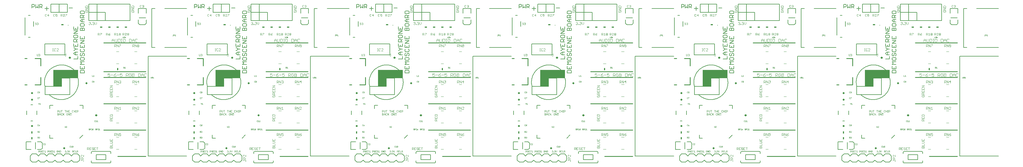
<source format=gto>
G75*
G70*
%OFA0B0*%
%FSLAX25Y25*%
%IPPOS*%
%LPD*%
%AMOC8*
5,1,8,0,0,1.08239X$1,22.5*
%
%ADD16R,0.10000X0.10000*%
%ADD17R,0.03000X0.01800*%
%ADD27C,0.00700*%
%ADD32C,0.00500*%
%ADD33C,0.01000*%
%ADD47R,0.00980X0.00980*%
%ADD61C,0.00200*%
%ADD68C,0.00300*%
%ADD69C,0.02200*%
%ADD72R,0.01800X0.03000*%
%ADD73C,0.00600*%
%ADD75C,0.00800*%
%ADD77R,0.30000X0.10000*%
%ADD78C,0.00400*%
%ADD84C,0.00100*%
X0010000Y0010000D02*
G75*
%LPD*%
D27*
X0077750Y0120350D02*
X0077750Y0122800D01*
X0078570Y0123620D01*
X0081840Y0123620D01*
X0082650Y0122800D01*
X0082650Y0120350D01*
X0077750Y0120350D01*
X0077750Y0125510D02*
X0082650Y0125510D01*
X0082650Y0128780D01*
X0082650Y0130660D02*
X0077750Y0130660D01*
X0079380Y0132300D01*
X0077750Y0133930D01*
X0082650Y0133930D01*
X0081840Y0135820D02*
X0082650Y0136640D01*
X0082650Y0138270D01*
X0081840Y0139090D01*
X0078570Y0139090D01*
X0077750Y0138270D01*
X0077750Y0136640D01*
X0078570Y0135820D01*
X0081840Y0135820D01*
X0081840Y0140980D02*
X0082650Y0141790D01*
X0082650Y0143430D01*
X0081840Y0144250D01*
X0081020Y0144250D01*
X0080200Y0143430D01*
X0080200Y0141790D01*
X0079380Y0140980D01*
X0078570Y0140980D01*
X0077750Y0141790D01*
X0077750Y0143430D01*
X0078570Y0144250D01*
X0078570Y0146130D02*
X0081840Y0146130D01*
X0082650Y0146950D01*
X0082650Y0148580D01*
X0081840Y0149400D01*
X0082650Y0151290D02*
X0077750Y0151290D01*
X0077750Y0154560D01*
X0077750Y0156440D02*
X0082650Y0159710D01*
X0077750Y0159710D01*
X0077750Y0161600D02*
X0082650Y0161600D01*
X0082650Y0164870D01*
X0080200Y0163240D02*
X0080200Y0161600D01*
X0077750Y0161600D02*
X0077750Y0164870D01*
X0074650Y0165580D02*
X0074650Y0163950D01*
X0073840Y0163130D01*
X0070570Y0163130D01*
X0069750Y0163950D01*
X0069750Y0165580D01*
X0070570Y0166400D01*
X0073840Y0166400D01*
X0074650Y0165580D01*
X0074650Y0168290D02*
X0069750Y0168290D01*
X0074650Y0171560D01*
X0069750Y0171560D01*
X0069750Y0173440D02*
X0074650Y0173440D01*
X0074650Y0176710D01*
X0072200Y0175080D02*
X0072200Y0173440D01*
X0069750Y0173440D02*
X0069750Y0176710D01*
X0077750Y0177890D02*
X0078570Y0177070D01*
X0081840Y0177070D01*
X0082650Y0177890D01*
X0082650Y0179520D01*
X0081840Y0180340D01*
X0078570Y0180340D01*
X0077750Y0179520D01*
X0077750Y0177890D01*
X0078570Y0175180D02*
X0079380Y0175180D01*
X0080200Y0174370D01*
X0080200Y0171910D01*
X0077750Y0171910D02*
X0077750Y0174370D01*
X0078570Y0175180D01*
X0080200Y0174370D02*
X0081020Y0175180D01*
X0081840Y0175180D01*
X0082650Y0174370D01*
X0082650Y0171910D01*
X0077750Y0171910D01*
X0079380Y0182230D02*
X0077750Y0183860D01*
X0079380Y0185500D01*
X0082650Y0185500D01*
X0082650Y0187380D02*
X0077750Y0187380D01*
X0077750Y0189840D01*
X0078570Y0190650D01*
X0080200Y0190650D01*
X0081020Y0189840D01*
X0081020Y0187380D01*
X0081020Y0189020D02*
X0082650Y0190650D01*
X0082650Y0192540D02*
X0082650Y0194990D01*
X0081840Y0195810D01*
X0078570Y0195810D01*
X0077750Y0194990D01*
X0077750Y0192540D01*
X0082650Y0192540D01*
X0080200Y0185500D02*
X0080200Y0182230D01*
X0079380Y0182230D02*
X0082650Y0182230D01*
X0074650Y0161250D02*
X0073020Y0159610D01*
X0073020Y0160430D02*
X0073020Y0157980D01*
X0074650Y0157980D02*
X0069750Y0157980D01*
X0069750Y0160430D01*
X0070570Y0161250D01*
X0072200Y0161250D01*
X0073020Y0160430D01*
X0074650Y0156090D02*
X0074650Y0152820D01*
X0069750Y0152820D01*
X0069750Y0156090D01*
X0072200Y0154450D02*
X0072200Y0152820D01*
X0070570Y0150930D02*
X0069750Y0150930D01*
X0070570Y0150930D02*
X0072200Y0149300D01*
X0074650Y0149300D01*
X0072200Y0149300D02*
X0070570Y0147660D01*
X0069750Y0147660D01*
X0071380Y0145780D02*
X0074650Y0145780D01*
X0072200Y0145780D02*
X0072200Y0142510D01*
X0071380Y0142510D02*
X0069750Y0144140D01*
X0071380Y0145780D01*
X0071380Y0142510D02*
X0074650Y0142510D01*
X0074650Y0140620D02*
X0074650Y0137350D01*
X0069750Y0137350D01*
X0077750Y0128780D02*
X0077750Y0125510D01*
X0080200Y0125510D02*
X0080200Y0127140D01*
X0078570Y0146130D02*
X0077750Y0146950D01*
X0077750Y0148580D01*
X0078570Y0149400D01*
X0080200Y0151290D02*
X0080200Y0152920D01*
X0082650Y0151290D02*
X0082650Y0154560D01*
X0082650Y0156440D02*
X0077750Y0156440D01*
D73*
X0059300Y0155810D02*
X0059300Y0142190D01*
X0034700Y0142190D01*
X0034700Y0155810D01*
X0059300Y0155810D01*
X0088000Y0184000D02*
X0088000Y0194000D01*
X0098000Y0194000D01*
X0098000Y0184000D01*
X0088000Y0184000D01*
X0098000Y0184000D02*
X0108000Y0184000D01*
X0108000Y0194000D01*
X0098000Y0194000D01*
X0098000Y0204000D01*
X0088000Y0204000D01*
X0088000Y0194000D01*
X0098000Y0194000D02*
X0098000Y0204000D01*
X0138000Y0204000D01*
X0138000Y0184000D01*
X0108000Y0184000D01*
X0098000Y0184000D02*
X0098000Y0194000D01*
X0068570Y0199500D02*
X0064300Y0199500D01*
X0062000Y0204000D02*
X0052000Y0204000D01*
X0052000Y0194000D01*
X0042000Y0194000D01*
X0042000Y0204000D01*
X0052000Y0204000D01*
X0062000Y0204000D02*
X0062000Y0194000D01*
X0052000Y0194000D01*
X0039540Y0198640D02*
X0034870Y0198640D01*
X0037200Y0200970D02*
X0037200Y0196300D01*
D33*
X0106000Y0157000D02*
X0157000Y0157000D01*
X0157000Y0122000D02*
X0106000Y0122000D01*
X0106000Y0115000D02*
X0157000Y0115000D01*
X0157000Y0083000D02*
X0106000Y0083000D01*
X0106000Y0051000D02*
X0157000Y0051000D01*
X0157000Y0019000D02*
X0123000Y0019000D01*
X0029810Y0105860D02*
X0022730Y0105860D01*
X0029810Y0105860D02*
X0029810Y0114910D01*
X0029810Y0129090D02*
X0029810Y0138140D01*
X0022730Y0138140D01*
X0013280Y0138140D02*
X0010520Y0138140D01*
X0010520Y0105860D02*
X0013280Y0105860D01*
D68*
X0044150Y0147150D02*
X0045120Y0147150D01*
X0044640Y0147150D02*
X0044640Y0150050D01*
X0045120Y0150050D02*
X0044150Y0150050D01*
X0046120Y0149570D02*
X0046120Y0147630D01*
X0046600Y0147150D01*
X0047570Y0147150D01*
X0048050Y0147630D01*
X0049060Y0147150D02*
X0051000Y0149080D01*
X0051000Y0149570D01*
X0050520Y0150050D01*
X0049550Y0150050D01*
X0049060Y0149570D01*
X0048050Y0149570D02*
X0047570Y0150050D01*
X0046600Y0150050D01*
X0046120Y0149570D01*
X0049060Y0147150D02*
X0051000Y0147150D01*
X0088150Y0179630D02*
X0088640Y0179150D01*
X0089600Y0179150D01*
X0090090Y0179630D01*
X0090090Y0180120D01*
X0089600Y0180600D01*
X0089120Y0180600D01*
X0089600Y0180600D02*
X0090090Y0181080D01*
X0090090Y0181570D01*
X0089600Y0182050D01*
X0088640Y0182050D01*
X0088150Y0181570D01*
X0091100Y0179630D02*
X0091580Y0179630D01*
X0091580Y0179150D01*
X0091100Y0179150D01*
X0091100Y0179630D01*
X0092570Y0179630D02*
X0093060Y0179150D01*
X0094020Y0179150D01*
X0094510Y0179630D01*
X0094510Y0180120D01*
X0094020Y0180600D01*
X0093540Y0180600D01*
X0094020Y0180600D02*
X0094510Y0181080D01*
X0094510Y0181570D01*
X0094020Y0182050D01*
X0093060Y0182050D01*
X0092570Y0181570D01*
X0095520Y0182050D02*
X0095520Y0180120D01*
X0096490Y0179150D01*
X0097450Y0180120D01*
X0097450Y0182050D01*
X0086370Y0194150D02*
X0084430Y0194150D01*
X0083950Y0194630D01*
X0083950Y0195600D01*
X0084430Y0196080D01*
X0085400Y0196080D02*
X0085400Y0195120D01*
X0085400Y0196080D02*
X0086370Y0196080D01*
X0086850Y0195600D01*
X0086850Y0194630D01*
X0086370Y0194150D01*
X0086850Y0197100D02*
X0083950Y0197100D01*
X0086850Y0199030D01*
X0083950Y0199030D01*
X0083950Y0200040D02*
X0083950Y0201490D01*
X0084430Y0201980D01*
X0086370Y0201980D01*
X0086850Y0201490D01*
X0086850Y0200040D01*
X0083950Y0200040D01*
X0117390Y0161850D02*
X0116150Y0160620D01*
X0116150Y0158150D01*
X0116150Y0160000D02*
X0118620Y0160000D01*
X0118620Y0160620D02*
X0118620Y0158150D01*
X0119840Y0158770D02*
X0120450Y0158150D01*
X0121690Y0158150D01*
X0122310Y0158770D01*
X0122310Y0161850D01*
X0123520Y0161850D02*
X0125370Y0161850D01*
X0125990Y0161240D01*
X0125990Y0158770D01*
X0125370Y0158150D01*
X0123520Y0158150D01*
X0123520Y0161850D01*
X0119840Y0161850D02*
X0119840Y0158770D01*
X0118620Y0160620D02*
X0117390Y0161850D01*
X0119150Y0155050D02*
X0120600Y0155050D01*
X0121090Y0154570D01*
X0121090Y0153600D01*
X0120600Y0153120D01*
X0119150Y0153120D01*
X0119150Y0152150D02*
X0119150Y0155050D01*
X0120120Y0153120D02*
X0121090Y0152150D01*
X0122100Y0152150D02*
X0122100Y0155050D01*
X0124040Y0152150D01*
X0124040Y0155050D01*
X0125050Y0155050D02*
X0126980Y0155050D01*
X0126980Y0154570D01*
X0125050Y0152630D01*
X0125050Y0152150D01*
X0127200Y0158150D02*
X0128440Y0158150D01*
X0127820Y0158150D02*
X0127820Y0161850D01*
X0127200Y0161850D02*
X0128440Y0161850D01*
X0129660Y0161240D02*
X0129660Y0158770D01*
X0130280Y0158150D01*
X0131510Y0158150D01*
X0132130Y0158770D01*
X0132130Y0161240D01*
X0131510Y0161850D01*
X0130280Y0161850D01*
X0129660Y0161240D01*
X0137020Y0161850D02*
X0137020Y0158150D01*
X0138880Y0158150D01*
X0139490Y0158770D01*
X0139490Y0161240D01*
X0138880Y0161850D01*
X0137020Y0161850D01*
X0140710Y0160620D02*
X0141940Y0161850D01*
X0143180Y0160620D01*
X0143180Y0158150D01*
X0144390Y0158770D02*
X0145010Y0158150D01*
X0146240Y0158150D01*
X0146860Y0158770D01*
X0146860Y0161240D02*
X0146240Y0161850D01*
X0145010Y0161850D01*
X0144390Y0161240D01*
X0144390Y0158770D01*
X0143180Y0160000D02*
X0140710Y0160000D01*
X0140710Y0160620D02*
X0140710Y0158150D01*
X0141150Y0155050D02*
X0142600Y0155050D01*
X0143090Y0154570D01*
X0143090Y0153600D01*
X0142600Y0153120D01*
X0141150Y0153120D01*
X0141150Y0152150D02*
X0141150Y0155050D01*
X0142120Y0153120D02*
X0143090Y0152150D01*
X0144100Y0152150D02*
X0144100Y0155050D01*
X0146040Y0152150D01*
X0146040Y0155050D01*
X0147050Y0154570D02*
X0147050Y0154080D01*
X0147530Y0153600D01*
X0148500Y0153600D01*
X0148980Y0153120D01*
X0148980Y0152630D01*
X0148500Y0152150D01*
X0147530Y0152150D01*
X0147050Y0152630D01*
X0147050Y0153120D01*
X0147530Y0153600D01*
X0148500Y0153600D02*
X0148980Y0154080D01*
X0148980Y0154570D01*
X0148500Y0155050D01*
X0147530Y0155050D01*
X0147050Y0154570D01*
X0147990Y0119850D02*
X0149840Y0119850D01*
X0150450Y0119240D01*
X0150450Y0116770D01*
X0149840Y0116150D01*
X0147990Y0116150D01*
X0147990Y0119850D01*
X0151670Y0118620D02*
X0151670Y0116150D01*
X0151670Y0118000D02*
X0154140Y0118000D01*
X0154140Y0118620D02*
X0152900Y0119850D01*
X0151670Y0118620D01*
X0154140Y0118620D02*
X0154140Y0116150D01*
X0155350Y0116770D02*
X0155970Y0116150D01*
X0157200Y0116150D01*
X0157820Y0116770D01*
X0157820Y0119240D02*
X0157200Y0119850D01*
X0155970Y0119850D01*
X0155350Y0119240D01*
X0155350Y0116770D01*
X0148500Y0111050D02*
X0147050Y0109600D01*
X0148980Y0109600D01*
X0148500Y0108150D02*
X0148500Y0111050D01*
X0146040Y0111050D02*
X0146040Y0108150D01*
X0144100Y0111050D01*
X0144100Y0108150D01*
X0143090Y0108150D02*
X0142120Y0109120D01*
X0142600Y0109120D02*
X0141150Y0109120D01*
X0141150Y0108150D02*
X0141150Y0111050D01*
X0142600Y0111050D01*
X0143090Y0110570D01*
X0143090Y0109600D01*
X0142600Y0109120D01*
X0142470Y0116150D02*
X0140620Y0116150D01*
X0140620Y0119850D01*
X0142470Y0119850D01*
X0143090Y0119240D01*
X0143090Y0118620D01*
X0142470Y0118000D01*
X0140620Y0118000D01*
X0139400Y0118000D02*
X0138170Y0118000D01*
X0139400Y0118000D02*
X0139400Y0116770D01*
X0138790Y0116150D01*
X0137550Y0116150D01*
X0136940Y0116770D01*
X0136940Y0119240D01*
X0137550Y0119850D01*
X0138790Y0119850D01*
X0139400Y0119240D01*
X0142470Y0118000D02*
X0143090Y0117380D01*
X0143090Y0116770D01*
X0142470Y0116150D01*
X0135720Y0116150D02*
X0134490Y0117380D01*
X0135100Y0117380D02*
X0133250Y0117380D01*
X0133250Y0116150D02*
X0133250Y0119850D01*
X0135100Y0119850D01*
X0135720Y0119240D01*
X0135720Y0118000D01*
X0135100Y0117380D01*
X0128350Y0116770D02*
X0127740Y0116150D01*
X0126500Y0116150D01*
X0125890Y0116770D01*
X0125890Y0118000D02*
X0127120Y0118620D01*
X0127740Y0118620D01*
X0128350Y0118000D01*
X0128350Y0116770D01*
X0125890Y0118000D02*
X0125890Y0119850D01*
X0128350Y0119850D01*
X0124670Y0118000D02*
X0122200Y0118000D01*
X0120990Y0117380D02*
X0120370Y0118000D01*
X0118520Y0118000D01*
X0118520Y0116770D01*
X0119140Y0116150D01*
X0120370Y0116150D01*
X0120990Y0116770D01*
X0120990Y0117380D01*
X0119750Y0119240D02*
X0118520Y0118000D01*
X0117310Y0118000D02*
X0114840Y0118000D01*
X0113620Y0118000D02*
X0113010Y0118620D01*
X0112390Y0118620D01*
X0111150Y0118000D01*
X0111150Y0119850D01*
X0113620Y0119850D01*
X0113620Y0118000D02*
X0113620Y0116770D01*
X0113010Y0116150D01*
X0111770Y0116150D01*
X0111150Y0116770D01*
X0119750Y0119240D02*
X0120990Y0119850D01*
X0120600Y0111050D02*
X0121090Y0110570D01*
X0121090Y0109600D01*
X0120600Y0109120D01*
X0119150Y0109120D01*
X0119150Y0108150D02*
X0119150Y0111050D01*
X0120600Y0111050D01*
X0122100Y0111050D02*
X0124040Y0108150D01*
X0124040Y0111050D01*
X0125050Y0110570D02*
X0125530Y0111050D01*
X0126500Y0111050D01*
X0126980Y0110570D01*
X0126980Y0110080D01*
X0126500Y0109600D01*
X0126980Y0109120D01*
X0126980Y0108630D01*
X0126500Y0108150D01*
X0125530Y0108150D01*
X0125050Y0108630D01*
X0126010Y0109600D02*
X0126500Y0109600D01*
X0122100Y0108150D02*
X0122100Y0111050D01*
X0120120Y0109120D02*
X0121090Y0108150D01*
X0116850Y0104870D02*
X0113950Y0104870D01*
X0113950Y0102940D02*
X0116850Y0104870D01*
X0116850Y0102940D02*
X0113950Y0102940D01*
X0113950Y0101920D02*
X0113950Y0099990D01*
X0116850Y0099990D01*
X0116850Y0101920D01*
X0115400Y0100960D02*
X0115400Y0099990D01*
X0113950Y0098980D02*
X0113950Y0097040D01*
X0116850Y0097040D01*
X0116850Y0098980D01*
X0115400Y0098010D02*
X0115400Y0097040D01*
X0115400Y0096030D02*
X0115890Y0095550D01*
X0115890Y0094100D01*
X0116850Y0094100D02*
X0113950Y0094100D01*
X0113950Y0095550D01*
X0114430Y0096030D01*
X0115400Y0096030D01*
X0115890Y0095060D02*
X0116850Y0096030D01*
X0116370Y0093080D02*
X0115400Y0093080D01*
X0115400Y0092120D01*
X0114430Y0093080D02*
X0113950Y0092600D01*
X0113950Y0091630D01*
X0114430Y0091150D01*
X0116370Y0091150D01*
X0116850Y0091630D01*
X0116850Y0092600D01*
X0116370Y0093080D01*
X0119150Y0079050D02*
X0120600Y0079050D01*
X0121090Y0078570D01*
X0121090Y0077600D01*
X0120600Y0077120D01*
X0119150Y0077120D01*
X0119150Y0076150D02*
X0119150Y0079050D01*
X0120120Y0077120D02*
X0121090Y0076150D01*
X0122100Y0076150D02*
X0122100Y0079050D01*
X0124040Y0076150D01*
X0124040Y0079050D01*
X0125050Y0078080D02*
X0126010Y0079050D01*
X0126010Y0076150D01*
X0125050Y0076150D02*
X0126980Y0076150D01*
X0116850Y0069490D02*
X0116850Y0068040D01*
X0113950Y0068040D01*
X0113950Y0069490D01*
X0114430Y0069980D01*
X0116370Y0069980D01*
X0116850Y0069490D01*
X0116850Y0067030D02*
X0116850Y0065100D01*
X0113950Y0065100D01*
X0113950Y0067030D01*
X0115400Y0066060D02*
X0115400Y0065100D01*
X0115400Y0064080D02*
X0115890Y0063600D01*
X0115890Y0062150D01*
X0116850Y0062150D02*
X0113950Y0062150D01*
X0113950Y0063600D01*
X0114430Y0064080D01*
X0115400Y0064080D01*
X0115890Y0063120D02*
X0116850Y0064080D01*
X0119150Y0047050D02*
X0120600Y0047050D01*
X0121090Y0046570D01*
X0121090Y0045600D01*
X0120600Y0045120D01*
X0119150Y0045120D01*
X0119150Y0044150D02*
X0119150Y0047050D01*
X0120120Y0045120D02*
X0121090Y0044150D01*
X0122100Y0044150D02*
X0122100Y0047050D01*
X0124040Y0044150D01*
X0124040Y0047050D01*
X0125050Y0047050D02*
X0125050Y0045600D01*
X0126010Y0046080D01*
X0126500Y0046080D01*
X0126980Y0045600D01*
X0126980Y0044630D01*
X0126500Y0044150D01*
X0125530Y0044150D01*
X0125050Y0044630D01*
X0125050Y0047050D02*
X0126980Y0047050D01*
X0116850Y0039920D02*
X0116850Y0037990D01*
X0113950Y0037990D01*
X0113950Y0039920D01*
X0115400Y0038960D02*
X0115400Y0037990D01*
X0116370Y0036980D02*
X0113950Y0036980D01*
X0113950Y0035040D02*
X0116370Y0035040D01*
X0116850Y0035530D01*
X0116850Y0036490D01*
X0116370Y0036980D01*
X0116850Y0034030D02*
X0116850Y0032100D01*
X0113950Y0032100D01*
X0114430Y0031080D02*
X0113950Y0030600D01*
X0113950Y0029150D01*
X0116850Y0029150D01*
X0116850Y0030600D01*
X0116370Y0031080D01*
X0115890Y0031080D01*
X0115400Y0030600D01*
X0115400Y0029150D01*
X0115400Y0030600D02*
X0114920Y0031080D01*
X0114430Y0031080D01*
X0141150Y0044150D02*
X0141150Y0047050D01*
X0142600Y0047050D01*
X0143090Y0046570D01*
X0143090Y0045600D01*
X0142600Y0045120D01*
X0141150Y0045120D01*
X0142120Y0045120D02*
X0143090Y0044150D01*
X0144100Y0044150D02*
X0144100Y0047050D01*
X0146040Y0044150D01*
X0146040Y0047050D01*
X0147050Y0045600D02*
X0148010Y0046570D01*
X0148980Y0047050D01*
X0148500Y0045600D02*
X0147050Y0045600D01*
X0147050Y0044630D01*
X0147530Y0044150D01*
X0148500Y0044150D01*
X0148980Y0044630D01*
X0148980Y0045120D01*
X0148500Y0045600D01*
X0148980Y0076150D02*
X0147050Y0076150D01*
X0148980Y0078080D01*
X0148980Y0078570D01*
X0148500Y0079050D01*
X0147530Y0079050D01*
X0147050Y0078570D01*
X0146040Y0079050D02*
X0146040Y0076150D01*
X0144100Y0079050D01*
X0144100Y0076150D01*
X0143090Y0076150D02*
X0142120Y0077120D01*
X0142600Y0077120D02*
X0141150Y0077120D01*
X0141150Y0076150D02*
X0141150Y0079050D01*
X0142600Y0079050D01*
X0143090Y0078570D01*
X0143090Y0077600D01*
X0142600Y0077120D01*
X0081650Y0020680D02*
X0081650Y0018740D01*
X0079720Y0020680D01*
X0079230Y0020680D01*
X0078750Y0020190D01*
X0078750Y0019230D01*
X0079230Y0018740D01*
X0079230Y0017730D02*
X0080200Y0017730D01*
X0080690Y0017250D01*
X0080690Y0015800D01*
X0081650Y0015800D02*
X0078750Y0015800D01*
X0078750Y0017250D01*
X0079230Y0017730D01*
X0078750Y0014780D02*
X0078750Y0013820D01*
X0078750Y0014300D02*
X0081170Y0014300D01*
X0081650Y0013820D01*
X0081650Y0013330D01*
X0081170Y0012850D01*
X0140430Y0194150D02*
X0142370Y0194150D01*
X0142850Y0194630D01*
X0142850Y0195600D01*
X0142370Y0196080D01*
X0141400Y0196080D01*
X0141400Y0195120D01*
X0140430Y0196080D02*
X0139950Y0195600D01*
X0139950Y0194630D01*
X0140430Y0194150D01*
X0139950Y0197100D02*
X0142850Y0199030D01*
X0139950Y0199030D01*
X0139950Y0200040D02*
X0139950Y0201490D01*
X0140430Y0201980D01*
X0142370Y0201980D01*
X0142850Y0201490D01*
X0142850Y0200040D01*
X0139950Y0200040D01*
X0139950Y0197100D02*
X0142850Y0197100D01*
D61*
X0132050Y0164500D02*
X0132050Y0163100D01*
X0132050Y0163570D02*
X0132750Y0164030D01*
X0132050Y0163570D02*
X0132750Y0163100D01*
X0131510Y0163330D02*
X0131280Y0163100D01*
X0130810Y0163100D01*
X0130580Y0163330D01*
X0131510Y0164270D01*
X0131510Y0163330D01*
X0130580Y0163330D02*
X0130580Y0164270D01*
X0130810Y0164500D01*
X0131280Y0164500D01*
X0131510Y0164270D01*
X0130040Y0163100D02*
X0129100Y0163100D01*
X0129570Y0163100D02*
X0129570Y0164500D01*
X0129100Y0164030D01*
X0163100Y0115500D02*
X0163100Y0114330D01*
X0163340Y0114100D01*
X0163800Y0114100D01*
X0164040Y0114330D01*
X0164040Y0115500D01*
X0164580Y0115270D02*
X0164810Y0115500D01*
X0165280Y0115500D01*
X0165510Y0115270D01*
X0165280Y0114800D02*
X0164810Y0114800D01*
X0164580Y0115030D01*
X0164580Y0115270D01*
X0165040Y0115730D02*
X0165040Y0113870D01*
X0164810Y0114100D02*
X0165280Y0114100D01*
X0165510Y0114330D01*
X0165510Y0114570D01*
X0165280Y0114800D01*
X0166050Y0115030D02*
X0166520Y0115500D01*
X0166520Y0114100D01*
X0166980Y0114100D02*
X0166050Y0114100D01*
X0164810Y0114100D02*
X0164580Y0114330D01*
X0075140Y0074530D02*
X0075140Y0073800D01*
X0074780Y0073430D01*
X0073680Y0073430D01*
X0073680Y0072700D02*
X0073680Y0074900D01*
X0074780Y0074900D01*
X0075140Y0074530D01*
X0072940Y0074900D02*
X0072200Y0074900D01*
X0072570Y0074900D02*
X0072570Y0072700D01*
X0072200Y0072700D02*
X0072940Y0072700D01*
X0071460Y0072700D02*
X0071460Y0074900D01*
X0071460Y0073800D02*
X0069990Y0073800D01*
X0069250Y0073070D02*
X0068880Y0072700D01*
X0068150Y0072700D01*
X0067780Y0073070D01*
X0067780Y0074530D01*
X0068150Y0074900D01*
X0068880Y0074900D01*
X0069250Y0074530D01*
X0069990Y0074900D02*
X0069990Y0072700D01*
X0067050Y0071670D02*
X0067050Y0070200D01*
X0067050Y0069470D02*
X0067050Y0069100D01*
X0066310Y0069100D02*
X0066310Y0069470D01*
X0066310Y0070200D02*
X0066310Y0071670D01*
X0065570Y0071670D02*
X0065570Y0070200D01*
X0065570Y0069470D02*
X0065570Y0069100D01*
X0064830Y0069100D02*
X0064830Y0071300D01*
X0064830Y0072700D02*
X0063360Y0072700D01*
X0063360Y0074900D01*
X0064830Y0074900D01*
X0064100Y0073800D02*
X0063360Y0073800D01*
X0062620Y0073800D02*
X0061150Y0073800D01*
X0061150Y0072700D02*
X0061150Y0074900D01*
X0060410Y0074900D02*
X0058940Y0074900D01*
X0059680Y0074900D02*
X0059680Y0072700D01*
X0058200Y0071300D02*
X0056730Y0069830D01*
X0057100Y0070200D02*
X0058200Y0069100D01*
X0056730Y0069100D02*
X0056730Y0071300D01*
X0055990Y0070930D02*
X0055620Y0071300D01*
X0054890Y0071300D01*
X0054520Y0070930D01*
X0054520Y0069470D01*
X0054890Y0069100D01*
X0055620Y0069100D01*
X0055990Y0069470D01*
X0053780Y0069100D02*
X0053780Y0070570D01*
X0053050Y0071300D01*
X0052310Y0070570D01*
X0052310Y0069100D01*
X0051570Y0069470D02*
X0051200Y0069100D01*
X0050100Y0069100D01*
X0050100Y0071300D01*
X0051200Y0071300D01*
X0051570Y0070930D01*
X0051570Y0070570D01*
X0051200Y0070200D01*
X0050100Y0070200D01*
X0051200Y0070200D02*
X0051570Y0069830D01*
X0051570Y0069470D01*
X0052310Y0070200D02*
X0053780Y0070200D01*
X0053410Y0072700D02*
X0052680Y0072700D01*
X0052310Y0073070D01*
X0052310Y0074900D01*
X0051570Y0074530D02*
X0051570Y0073800D01*
X0051200Y0073430D01*
X0050100Y0073430D01*
X0050100Y0072700D02*
X0050100Y0074900D01*
X0051200Y0074900D01*
X0051570Y0074530D01*
X0053780Y0074900D02*
X0053780Y0073070D01*
X0053410Y0072700D01*
X0055260Y0072700D02*
X0055260Y0074900D01*
X0055990Y0074900D02*
X0054520Y0074900D01*
X0061150Y0070930D02*
X0061150Y0069470D01*
X0061520Y0069100D01*
X0062250Y0069100D01*
X0062620Y0069470D01*
X0062620Y0070930D01*
X0062250Y0071300D01*
X0061520Y0071300D01*
X0061150Y0070930D01*
X0063360Y0071300D02*
X0064830Y0069100D01*
X0063360Y0069100D02*
X0063360Y0071300D01*
X0062620Y0072700D02*
X0062620Y0074900D01*
X0086290Y0029780D02*
X0087690Y0029780D01*
X0088160Y0029310D01*
X0088160Y0028380D01*
X0087690Y0027910D01*
X0086290Y0027910D01*
X0086290Y0026970D02*
X0086290Y0029780D01*
X0087230Y0027910D02*
X0088160Y0026970D01*
X0089050Y0026970D02*
X0090920Y0026970D01*
X0091820Y0027440D02*
X0092280Y0026970D01*
X0093220Y0026970D01*
X0093690Y0027440D01*
X0093690Y0027910D01*
X0093220Y0028380D01*
X0092280Y0028380D01*
X0091820Y0028840D01*
X0091820Y0029310D01*
X0092280Y0029780D01*
X0093220Y0029780D01*
X0093690Y0029310D01*
X0094580Y0029780D02*
X0094580Y0026970D01*
X0096450Y0026970D01*
X0095510Y0028380D02*
X0094580Y0028380D01*
X0094580Y0029780D02*
X0096450Y0029780D01*
X0097340Y0029780D02*
X0099210Y0029780D01*
X0098280Y0029780D02*
X0098280Y0026970D01*
X0090920Y0029780D02*
X0089050Y0029780D01*
X0089050Y0026970D01*
X0089050Y0028380D02*
X0089990Y0028380D01*
X0074830Y0025600D02*
X0074830Y0025000D01*
X0074530Y0024700D01*
X0073630Y0024700D01*
X0074230Y0024700D02*
X0074830Y0024100D01*
X0073630Y0024100D02*
X0073630Y0025900D01*
X0074530Y0025900D01*
X0074830Y0025600D01*
X0072990Y0024100D02*
X0071790Y0024100D01*
X0071790Y0025900D01*
X0071150Y0025600D02*
X0070850Y0025900D01*
X0070250Y0025900D01*
X0069950Y0025600D01*
X0069950Y0024400D01*
X0070250Y0024100D01*
X0070850Y0024100D01*
X0071150Y0024400D01*
X0069300Y0024100D02*
X0069300Y0025900D01*
X0068700Y0025300D01*
X0068100Y0025900D01*
X0068100Y0024100D01*
X0064910Y0024700D02*
X0064310Y0024100D01*
X0063710Y0024700D01*
X0063710Y0025900D01*
X0063070Y0025600D02*
X0063070Y0025300D01*
X0062770Y0025000D01*
X0063070Y0024700D01*
X0063070Y0024400D01*
X0062770Y0024100D01*
X0062170Y0024100D01*
X0061870Y0024400D01*
X0061250Y0024400D02*
X0061250Y0024100D01*
X0060950Y0024100D01*
X0060950Y0024400D01*
X0061250Y0024400D01*
X0060300Y0024400D02*
X0060000Y0024100D01*
X0059400Y0024100D01*
X0059100Y0024400D01*
X0059700Y0025000D02*
X0060000Y0025000D01*
X0060300Y0024700D01*
X0060300Y0024400D01*
X0060000Y0025000D02*
X0060300Y0025300D01*
X0060300Y0025600D01*
X0060000Y0025900D01*
X0059400Y0025900D01*
X0059100Y0025600D01*
X0061870Y0025600D02*
X0062170Y0025900D01*
X0062770Y0025900D01*
X0063070Y0025600D01*
X0062770Y0025000D02*
X0062470Y0025000D01*
X0064910Y0024700D02*
X0064910Y0025900D01*
X0053990Y0025600D02*
X0053990Y0024400D01*
X0053690Y0024100D01*
X0052790Y0024100D01*
X0052790Y0025900D01*
X0053690Y0025900D01*
X0053990Y0025600D01*
X0052150Y0025900D02*
X0052150Y0024100D01*
X0050950Y0025900D01*
X0050950Y0024100D01*
X0050300Y0024400D02*
X0050300Y0025000D01*
X0049700Y0025000D01*
X0049100Y0025600D02*
X0049100Y0024400D01*
X0049400Y0024100D01*
X0050000Y0024100D01*
X0050300Y0024400D01*
X0050300Y0025600D02*
X0050000Y0025900D01*
X0049400Y0025900D01*
X0049100Y0025600D01*
X0046670Y0024100D02*
X0045470Y0024100D01*
X0046070Y0024100D02*
X0046070Y0025900D01*
X0045470Y0025300D01*
X0044830Y0025600D02*
X0044830Y0024400D01*
X0044530Y0024100D01*
X0043630Y0024100D01*
X0043630Y0025900D01*
X0044530Y0025900D01*
X0044830Y0025600D01*
X0042990Y0025900D02*
X0041790Y0025900D01*
X0041790Y0024100D01*
X0042990Y0024100D01*
X0042390Y0025000D02*
X0041790Y0025000D01*
X0041150Y0025000D02*
X0040550Y0025000D01*
X0041150Y0025000D02*
X0041150Y0024400D01*
X0040850Y0024100D01*
X0040250Y0024100D01*
X0039950Y0024400D01*
X0039950Y0025600D01*
X0040250Y0025900D01*
X0040850Y0025900D01*
X0041150Y0025600D01*
X0039300Y0025600D02*
X0039300Y0025000D01*
X0039000Y0024700D01*
X0038100Y0024700D01*
X0038100Y0024100D02*
X0038100Y0025900D01*
X0039000Y0025900D01*
X0039300Y0025600D01*
X0035670Y0024100D02*
X0034470Y0024100D01*
X0035070Y0024100D02*
X0035070Y0025900D01*
X0034470Y0025300D01*
X0033830Y0025600D02*
X0033530Y0025900D01*
X0032930Y0025900D01*
X0032630Y0025600D01*
X0032630Y0024400D01*
X0032930Y0024100D01*
X0033530Y0024100D01*
X0033830Y0024400D01*
X0031990Y0024100D02*
X0030790Y0024100D01*
X0030790Y0025900D01*
X0031990Y0025900D01*
X0031390Y0025000D02*
X0030790Y0025000D01*
X0030150Y0025000D02*
X0030150Y0024400D01*
X0029850Y0024100D01*
X0029250Y0024100D01*
X0028950Y0024400D01*
X0028950Y0025600D01*
X0029250Y0025900D01*
X0029850Y0025900D01*
X0030150Y0025600D01*
X0030150Y0025000D02*
X0029550Y0025000D01*
X0028300Y0025000D02*
X0028000Y0024700D01*
X0027100Y0024700D01*
X0027100Y0024100D02*
X0027100Y0025900D01*
X0028000Y0025900D01*
X0028300Y0025600D01*
X0028300Y0025000D01*
X0028410Y0141100D02*
X0027680Y0141100D01*
X0027310Y0141470D01*
X0026570Y0141470D02*
X0026570Y0143300D01*
X0027310Y0142930D02*
X0027680Y0143300D01*
X0028410Y0143300D01*
X0028780Y0142930D01*
X0028780Y0142570D01*
X0028410Y0142200D01*
X0028780Y0141830D01*
X0028780Y0141470D01*
X0028410Y0141100D01*
X0028410Y0142200D02*
X0028050Y0142200D01*
X0026570Y0141470D02*
X0026200Y0141100D01*
X0025470Y0141100D01*
X0025100Y0141470D01*
X0025100Y0143300D01*
X0025680Y0179100D02*
X0025310Y0179470D01*
X0025680Y0179100D02*
X0026410Y0179100D01*
X0026780Y0179470D01*
X0026780Y0179830D01*
X0026410Y0180200D01*
X0026050Y0180200D01*
X0026410Y0180200D02*
X0026780Y0180570D01*
X0026780Y0180930D01*
X0026410Y0181300D01*
X0025680Y0181300D01*
X0025310Y0180930D01*
X0024570Y0180930D02*
X0024200Y0181300D01*
X0023470Y0181300D01*
X0023100Y0180930D01*
X0023100Y0180570D01*
X0023470Y0180200D01*
X0024200Y0180200D01*
X0024570Y0179830D01*
X0024570Y0179470D01*
X0024200Y0179100D01*
X0023470Y0179100D01*
X0023100Y0179470D01*
D75*
X0017000Y0019500D02*
X0017000Y0014500D01*
X0019500Y0012000D01*
X0024500Y0012000D01*
X0027000Y0014500D01*
X0029500Y0012000D01*
X0034500Y0012000D01*
X0037000Y0014500D01*
X0039500Y0012000D01*
X0044500Y0012000D01*
X0047000Y0014500D01*
X0049500Y0012000D01*
X0054500Y0012000D01*
X0057000Y0014500D01*
X0059500Y0012000D01*
X0064500Y0012000D01*
X0067000Y0014500D01*
X0069500Y0012000D01*
X0074500Y0012000D01*
X0077000Y0014500D01*
X0077000Y0019500D01*
X0074500Y0022000D01*
X0069500Y0022000D01*
X0067000Y0019500D01*
X0064500Y0022000D01*
X0059500Y0022000D01*
X0057000Y0019500D01*
X0054500Y0022000D01*
X0049500Y0022000D01*
X0047000Y0019500D01*
X0044500Y0022000D01*
X0039500Y0022000D01*
X0037000Y0019500D01*
X0034500Y0022000D01*
X0029500Y0022000D01*
X0027000Y0019500D01*
X0024500Y0022000D01*
X0019500Y0022000D01*
X0017000Y0019500D01*
X0018070Y0027280D02*
X0012160Y0027280D01*
X0012160Y0036720D01*
X0018070Y0036720D01*
X0025940Y0036720D02*
X0030270Y0036720D01*
X0031850Y0035150D01*
X0031850Y0028850D01*
X0030270Y0027280D01*
X0025940Y0027280D01*
X0040920Y0040920D02*
X0040920Y0044860D01*
X0040920Y0040920D02*
X0044860Y0040920D01*
X0020180Y0062160D02*
X0017820Y0062160D01*
X0012700Y0069640D02*
X0012700Y0074360D01*
X0017820Y0081840D02*
X0020180Y0081840D01*
X0025300Y0074360D02*
X0025300Y0069640D01*
X0040920Y0077140D02*
X0040920Y0081080D01*
X0044860Y0081080D01*
X0040000Y0094000D02*
X0035000Y0094000D01*
X0035000Y0104000D01*
X0055000Y0104000D01*
X0055000Y0114000D01*
X0065000Y0114000D01*
X0065000Y0094000D01*
X0040000Y0094000D01*
X0040000Y0094010D02*
X0040660Y0093380D01*
X0041340Y0092790D01*
X0042050Y0092220D01*
X0042790Y0091690D01*
X0043540Y0091190D01*
X0044320Y0090720D01*
X0045110Y0090280D01*
X0045930Y0089880D01*
X0046760Y0089520D01*
X0047600Y0089190D01*
X0048460Y0088900D01*
X0049330Y0088650D01*
X0050210Y0088430D01*
X0051100Y0088260D01*
X0052000Y0088120D01*
X0052900Y0088020D01*
X0053800Y0087960D01*
X0054710Y0087940D01*
X0055610Y0087960D01*
X0056520Y0088020D01*
X0057420Y0088110D01*
X0058320Y0088250D01*
X0059200Y0088420D01*
X0060090Y0088640D01*
X0060960Y0088890D01*
X0061820Y0089180D01*
X0062660Y0089500D01*
X0063490Y0089860D01*
X0064310Y0090260D01*
X0065100Y0090700D01*
X0065880Y0091160D01*
X0066640Y0091660D01*
X0067370Y0092190D01*
X0068080Y0092760D01*
X0068770Y0093350D01*
X0069420Y0093970D01*
X0070060Y0094620D01*
X0070660Y0095300D01*
X0071230Y0096010D01*
X0071770Y0096730D01*
X0072280Y0097480D01*
X0072760Y0098250D01*
X0073200Y0099040D01*
X0073610Y0099850D01*
X0073980Y0100680D01*
X0074310Y0101520D01*
X0074610Y0102380D01*
X0074880Y0103250D01*
X0075100Y0104120D01*
X0075280Y0105010D01*
X0075430Y0105910D01*
X0075540Y0106810D01*
X0075610Y0107710D01*
X0075640Y0108620D01*
X0075630Y0109520D01*
X0075580Y0110430D01*
X0075490Y0111330D01*
X0075370Y0112230D01*
X0075200Y0113120D01*
X0075000Y0114000D01*
X0070000Y0123990D02*
X0069340Y0124620D01*
X0068660Y0125210D01*
X0067950Y0125780D01*
X0067210Y0126310D01*
X0066460Y0126810D01*
X0065680Y0127280D01*
X0064890Y0127720D01*
X0064070Y0128120D01*
X0063240Y0128480D01*
X0062400Y0128810D01*
X0061540Y0129100D01*
X0060670Y0129350D01*
X0059790Y0129570D01*
X0058900Y0129740D01*
X0058000Y0129880D01*
X0057100Y0129980D01*
X0056200Y0130040D01*
X0055290Y0130060D01*
X0054390Y0130040D01*
X0053480Y0129980D01*
X0052580Y0129890D01*
X0051680Y0129750D01*
X0050800Y0129580D01*
X0049910Y0129360D01*
X0049040Y0129110D01*
X0048180Y0128820D01*
X0047340Y0128500D01*
X0046510Y0128140D01*
X0045690Y0127740D01*
X0044900Y0127300D01*
X0044120Y0126840D01*
X0043360Y0126340D01*
X0042630Y0125810D01*
X0041920Y0125240D01*
X0041230Y0124650D01*
X0040580Y0124030D01*
X0039940Y0123380D01*
X0039340Y0122700D01*
X0038770Y0121990D01*
X0038230Y0121270D01*
X0037720Y0120520D01*
X0037240Y0119750D01*
X0036800Y0118960D01*
X0036390Y0118150D01*
X0036020Y0117320D01*
X0035690Y0116480D01*
X0035390Y0115620D01*
X0035120Y0114750D01*
X0034900Y0113880D01*
X0034720Y0112990D01*
X0034570Y0112090D01*
X0034460Y0111190D01*
X0034390Y0110290D01*
X0034360Y0109380D01*
X0034370Y0108480D01*
X0034420Y0107570D01*
X0034510Y0106670D01*
X0034630Y0105770D01*
X0034800Y0104880D01*
X0035000Y0104000D01*
X0077150Y0081080D02*
X0081080Y0081080D01*
X0081080Y0077140D01*
X0081080Y0044860D02*
X0077150Y0040920D01*
X0160010Y0019370D02*
X0160010Y0140630D01*
X0206850Y0140630D01*
X0207370Y0140630D02*
X0206850Y0198620D02*
X0180220Y0198620D01*
X0168410Y0198620D02*
X0164480Y0198620D01*
X0164480Y0151380D01*
X0168410Y0151380D01*
X0180220Y0151380D02*
X0206850Y0151380D01*
X0207780Y0151380D02*
X0157730Y0180730D02*
X0156150Y0179160D01*
X0149850Y0179160D01*
X0148280Y0180730D01*
X0148280Y0185060D01*
X0148280Y0192940D02*
X0148280Y0198840D01*
X0157730Y0198840D01*
X0157730Y0192940D01*
X0157730Y0185060D02*
X0157730Y0180730D01*
X0021120Y0182910D02*
X0021120Y0177000D01*
X0010890Y0187630D02*
X0010890Y0166370D01*
X0014820Y0163810D02*
X0017180Y0163810D01*
X0017180Y0190190D02*
X0014820Y0190190D01*
X0160010Y0019370D02*
X0206850Y0019370D01*
X0207370Y0019370D02*
D32*
X0114810Y0022330D02*
X0114810Y0023910D01*
X0114800Y0024080D01*
X0114750Y0024250D01*
X0114680Y0024400D01*
X0114580Y0024540D01*
X0114460Y0024660D01*
X0114320Y0024760D01*
X0114170Y0024830D01*
X0114000Y0024880D01*
X0113830Y0024890D01*
X0092570Y0024890D01*
X0092360Y0024910D01*
X0092150Y0024890D01*
X0091950Y0024830D01*
X0091760Y0024740D01*
X0091590Y0024620D01*
X0091440Y0024470D01*
X0091330Y0024300D01*
X0091240Y0024110D01*
X0091190Y0023910D01*
X0091190Y0022330D01*
X0097100Y0020950D02*
X0097100Y0015050D01*
X0108910Y0015050D01*
X0108910Y0020950D01*
X0097100Y0020950D01*
X0091190Y0013670D02*
X0091190Y0012090D01*
X0091200Y0012090D02*
X0091210Y0011920D01*
X0091260Y0011750D01*
X0091330Y0011600D01*
X0091430Y0011460D01*
X0091550Y0011340D01*
X0091690Y0011240D01*
X0091840Y0011170D01*
X0092010Y0011120D01*
X0092180Y0011110D01*
X0113830Y0011110D01*
X0114000Y0011120D01*
X0114170Y0011170D01*
X0114320Y0011240D01*
X0114460Y0011340D01*
X0114580Y0011460D01*
X0114680Y0011600D01*
X0114750Y0011750D01*
X0114800Y0011920D01*
X0114810Y0012090D01*
X0114810Y0013670D01*
X0023500Y0028000D02*
X0023500Y0036000D01*
X0149000Y0187500D02*
X0157000Y0187500D01*
X0031460Y0199250D02*
X0029960Y0200750D01*
X0030710Y0200750D02*
X0028460Y0200750D01*
X0028460Y0199250D02*
X0028460Y0203750D01*
X0030710Y0203750D01*
X0031460Y0203000D01*
X0031460Y0201500D01*
X0030710Y0200750D01*
X0026860Y0199250D02*
X0026860Y0203750D01*
X0023860Y0203750D02*
X0023860Y0199250D01*
X0025360Y0200750D01*
X0026860Y0199250D01*
X0022260Y0201500D02*
X0022260Y0203000D01*
X0021510Y0203750D01*
X0019250Y0203750D01*
X0019250Y0199250D01*
X0019250Y0200750D02*
X0021510Y0200750D01*
X0022260Y0201500D01*
D78*
X0035200Y0191370D02*
X0035200Y0189630D01*
X0035640Y0189200D01*
X0036500Y0189200D01*
X0036940Y0189630D01*
X0037970Y0190500D02*
X0039700Y0190500D01*
X0039270Y0189200D02*
X0039270Y0191800D01*
X0037970Y0190500D01*
X0036940Y0191370D02*
X0036500Y0191800D01*
X0035640Y0191800D01*
X0035200Y0191370D01*
X0045200Y0191370D02*
X0045200Y0189630D01*
X0045640Y0189200D01*
X0046500Y0189200D01*
X0046940Y0189630D01*
X0047970Y0189630D02*
X0048400Y0189200D01*
X0049270Y0189200D01*
X0049700Y0189630D01*
X0049700Y0190500D01*
X0049270Y0190930D01*
X0048830Y0190930D01*
X0047970Y0190500D01*
X0047970Y0191800D01*
X0049700Y0191800D01*
X0046940Y0191370D02*
X0046500Y0191800D01*
X0045640Y0191800D01*
X0045200Y0191370D01*
X0054200Y0191800D02*
X0054200Y0189200D01*
X0054200Y0190070D02*
X0055500Y0190070D01*
X0055940Y0190500D01*
X0055940Y0191370D01*
X0055500Y0191800D01*
X0054200Y0191800D01*
X0055070Y0190070D02*
X0055940Y0189200D01*
X0056970Y0189200D02*
X0058700Y0190930D01*
X0058700Y0191370D01*
X0058270Y0191800D01*
X0057400Y0191800D01*
X0056970Y0191370D01*
X0056970Y0189200D02*
X0058700Y0189200D01*
X0059730Y0189200D02*
X0059730Y0189630D01*
X0061460Y0191370D01*
X0061460Y0191800D01*
X0059730Y0191800D01*
X0099200Y0168800D02*
X0099200Y0166200D01*
X0099200Y0167070D02*
X0100500Y0167070D01*
X0100940Y0167500D01*
X0100940Y0168370D01*
X0100500Y0168800D01*
X0099200Y0168800D01*
X0100070Y0167070D02*
X0100940Y0166200D01*
X0101970Y0166200D02*
X0101970Y0166630D01*
X0103700Y0168370D01*
X0103700Y0168800D01*
X0101970Y0168800D01*
X0109200Y0168800D02*
X0109200Y0166200D01*
X0109200Y0167070D02*
X0110500Y0167070D01*
X0110940Y0167500D01*
X0110940Y0168370D01*
X0110500Y0168800D01*
X0109200Y0168800D01*
X0110070Y0167070D02*
X0110940Y0166200D01*
X0111970Y0166630D02*
X0112400Y0166200D01*
X0113270Y0166200D01*
X0113700Y0166630D01*
X0113700Y0167070D01*
X0113270Y0167500D01*
X0111970Y0167500D01*
X0111970Y0166630D01*
X0111970Y0167500D02*
X0112830Y0168370D01*
X0113700Y0168800D01*
X0119200Y0168800D02*
X0119200Y0166200D01*
X0119200Y0167070D02*
X0120500Y0167070D01*
X0120940Y0167500D01*
X0120940Y0168370D01*
X0120500Y0168800D01*
X0119200Y0168800D01*
X0120070Y0167070D02*
X0120940Y0166200D01*
X0121970Y0166200D02*
X0123700Y0166200D01*
X0122830Y0166200D02*
X0122830Y0168800D01*
X0121970Y0167930D01*
X0124730Y0167930D02*
X0124730Y0168370D01*
X0125160Y0168800D01*
X0126030Y0168800D01*
X0126460Y0168370D01*
X0126460Y0167930D01*
X0126030Y0167500D01*
X0125160Y0167500D01*
X0124730Y0167930D01*
X0125160Y0167500D02*
X0124730Y0167070D01*
X0124730Y0166630D01*
X0125160Y0166200D01*
X0126030Y0166200D01*
X0126460Y0166630D01*
X0126460Y0167070D01*
X0126030Y0167500D01*
X0129200Y0167070D02*
X0130500Y0167070D01*
X0130940Y0167500D01*
X0130940Y0168370D01*
X0130500Y0168800D01*
X0129200Y0168800D01*
X0129200Y0166200D01*
X0130070Y0167070D02*
X0130940Y0166200D01*
X0131970Y0166200D02*
X0133700Y0167930D01*
X0133700Y0168370D01*
X0133270Y0168800D01*
X0132400Y0168800D01*
X0131970Y0168370D01*
X0131970Y0166200D02*
X0133700Y0166200D01*
X0134730Y0166630D02*
X0134730Y0167070D01*
X0135160Y0167500D01*
X0136030Y0167500D01*
X0136460Y0167070D01*
X0136460Y0166630D01*
X0136030Y0166200D01*
X0135160Y0166200D01*
X0134730Y0166630D01*
X0135160Y0167500D02*
X0134730Y0167930D01*
X0134730Y0168370D01*
X0135160Y0168800D01*
X0136030Y0168800D01*
X0136460Y0168370D01*
X0136460Y0167930D01*
X0136030Y0167500D01*
X0143430Y0146280D02*
X0146580Y0146280D01*
X0146580Y0131720D02*
X0143430Y0131720D01*
X0124580Y0131720D02*
X0121430Y0131720D01*
X0121430Y0146280D02*
X0124580Y0146280D01*
X0124580Y0106280D02*
X0121430Y0106280D01*
X0121430Y0091720D02*
X0124580Y0091720D01*
X0143430Y0091720D02*
X0146580Y0091720D01*
X0146580Y0106280D02*
X0143430Y0106280D01*
X0143430Y0074280D02*
X0146580Y0074280D01*
X0146580Y0059720D02*
X0143430Y0059720D01*
X0124580Y0059720D02*
X0121430Y0059720D01*
X0121430Y0074280D02*
X0124580Y0074280D01*
X0124580Y0042280D02*
X0121430Y0042280D01*
X0121430Y0027720D02*
X0124580Y0027720D01*
X0143430Y0027720D02*
X0146580Y0027720D01*
X0146580Y0042280D02*
X0143430Y0042280D01*
X0150640Y0200200D02*
X0151500Y0200200D01*
X0151940Y0200630D01*
X0152970Y0200630D02*
X0153400Y0200200D01*
X0154270Y0200200D01*
X0154700Y0200630D01*
X0154700Y0201070D01*
X0154270Y0201500D01*
X0153830Y0201500D01*
X0154270Y0201500D02*
X0154700Y0201930D01*
X0154700Y0202370D01*
X0154270Y0202800D01*
X0153400Y0202800D01*
X0152970Y0202370D01*
X0151940Y0202370D02*
X0151500Y0202800D01*
X0150640Y0202800D01*
X0150200Y0202370D01*
X0150200Y0200630D01*
X0150640Y0200200D01*
D84*
X0190130Y0166950D02*
X0190630Y0166950D01*
X0190380Y0166950D02*
X0190380Y0165700D01*
X0190130Y0165450D01*
X0189880Y0165450D01*
X0189630Y0165700D01*
X0191110Y0165450D02*
X0191110Y0166950D01*
X0191860Y0166950D01*
X0192110Y0166700D01*
X0192110Y0166200D01*
X0191860Y0165950D01*
X0191110Y0165950D01*
X0192580Y0165450D02*
X0193580Y0165450D01*
X0193080Y0165450D02*
X0193080Y0166950D01*
X0192580Y0166450D01*
X0132030Y0127550D02*
X0132030Y0126050D01*
X0131530Y0126050D02*
X0132530Y0126050D01*
X0131530Y0127050D02*
X0132030Y0127550D01*
X0131050Y0127300D02*
X0131050Y0126800D01*
X0130800Y0126550D01*
X0130050Y0126550D01*
X0130050Y0126050D02*
X0130050Y0127550D01*
X0130800Y0127550D01*
X0131050Y0127300D01*
X0130550Y0126550D02*
X0131050Y0126050D01*
X0094530Y0116050D02*
X0093530Y0116050D01*
X0093050Y0116050D02*
X0092050Y0116050D01*
X0092050Y0117550D01*
X0093530Y0117050D02*
X0094030Y0117550D01*
X0094030Y0116050D01*
X0094280Y0110550D02*
X0094530Y0110300D01*
X0094530Y0110050D01*
X0094280Y0109800D01*
X0093780Y0109800D01*
X0093530Y0110050D01*
X0093530Y0110300D01*
X0093780Y0110550D01*
X0094280Y0110550D01*
X0094280Y0109800D02*
X0094530Y0109550D01*
X0094530Y0109300D01*
X0094280Y0109050D01*
X0093780Y0109050D01*
X0093530Y0109300D01*
X0093530Y0109550D01*
X0093780Y0109800D01*
X0093050Y0109300D02*
X0092800Y0109050D01*
X0092300Y0109050D01*
X0092050Y0109300D01*
X0092050Y0110300D01*
X0092300Y0110550D01*
X0092800Y0110550D01*
X0093050Y0110300D01*
X0060550Y0141350D02*
X0060550Y0141850D01*
X0060300Y0142100D01*
X0060550Y0142580D02*
X0060550Y0143580D01*
X0060550Y0143080D02*
X0059050Y0143080D01*
X0059550Y0142580D01*
X0059300Y0142100D02*
X0059050Y0141850D01*
X0059050Y0141350D01*
X0059300Y0141100D01*
X0060300Y0141100D01*
X0060550Y0141350D01*
X0028280Y0097550D02*
X0027780Y0097550D01*
X0027530Y0097300D01*
X0027530Y0097050D01*
X0027780Y0096800D01*
X0028530Y0096800D01*
X0028530Y0096300D02*
X0028530Y0097300D01*
X0028280Y0097550D01*
X0027050Y0097300D02*
X0026800Y0097550D01*
X0026300Y0097550D01*
X0026050Y0097300D01*
X0026050Y0096300D01*
X0026300Y0096050D01*
X0026800Y0096050D01*
X0027050Y0096300D01*
X0027530Y0096300D02*
X0027780Y0096050D01*
X0028280Y0096050D01*
X0028530Y0096300D01*
X0028530Y0090550D02*
X0027530Y0090550D01*
X0027050Y0090300D02*
X0026800Y0090550D01*
X0026300Y0090550D01*
X0026050Y0090300D01*
X0026050Y0089300D01*
X0026300Y0089050D01*
X0026800Y0089050D01*
X0027050Y0089300D01*
X0027530Y0089300D02*
X0027530Y0089050D01*
X0027530Y0089300D02*
X0028530Y0090300D01*
X0028530Y0090550D01*
X0028050Y0083550D02*
X0028050Y0083300D01*
X0027550Y0082800D01*
X0027550Y0082050D01*
X0027550Y0082800D02*
X0027050Y0083300D01*
X0027050Y0083550D01*
X0028530Y0083050D02*
X0029030Y0083550D01*
X0029030Y0082050D01*
X0028530Y0082050D02*
X0029530Y0082050D01*
X0028530Y0057550D02*
X0028030Y0057300D01*
X0027530Y0056800D01*
X0028280Y0056800D01*
X0028530Y0056550D01*
X0028530Y0056300D01*
X0028280Y0056050D01*
X0027780Y0056050D01*
X0027530Y0056300D01*
X0027530Y0056800D01*
X0027050Y0056300D02*
X0026800Y0056050D01*
X0026300Y0056050D01*
X0026050Y0056300D01*
X0026050Y0057300D01*
X0026300Y0057550D01*
X0026800Y0057550D01*
X0027050Y0057300D01*
X0026800Y0049550D02*
X0027050Y0049300D01*
X0027050Y0048800D01*
X0026800Y0048550D01*
X0026050Y0048550D01*
X0026050Y0048050D02*
X0026050Y0049550D01*
X0026800Y0049550D01*
X0027530Y0049300D02*
X0027780Y0049550D01*
X0028280Y0049550D01*
X0028530Y0049300D01*
X0028530Y0049050D01*
X0027530Y0048050D01*
X0028530Y0048050D01*
X0027050Y0048050D02*
X0026550Y0048550D01*
X0026800Y0042550D02*
X0027050Y0042300D01*
X0027050Y0041800D01*
X0026800Y0041550D01*
X0026050Y0041550D01*
X0026050Y0041050D02*
X0026050Y0042550D01*
X0026800Y0042550D01*
X0027530Y0042300D02*
X0027780Y0042550D01*
X0028280Y0042550D01*
X0028530Y0042300D01*
X0028530Y0042050D01*
X0028280Y0041800D01*
X0028530Y0041550D01*
X0028530Y0041300D01*
X0028280Y0041050D01*
X0027780Y0041050D01*
X0027530Y0041300D01*
X0027050Y0041050D02*
X0026550Y0041550D01*
X0028030Y0041800D02*
X0028280Y0041800D01*
X0033300Y0034550D02*
X0033050Y0034300D01*
X0033050Y0033300D01*
X0033300Y0033050D01*
X0033800Y0033050D01*
X0034050Y0033300D01*
X0034530Y0033050D02*
X0035530Y0034050D01*
X0035530Y0034300D01*
X0035280Y0034550D01*
X0034780Y0034550D01*
X0034530Y0034300D01*
X0034050Y0034300D02*
X0033800Y0034550D01*
X0033300Y0034550D01*
X0034530Y0033050D02*
X0035530Y0033050D01*
X0059050Y0054300D02*
X0059300Y0054050D01*
X0059800Y0054050D01*
X0060050Y0054300D01*
X0060050Y0055550D01*
X0060530Y0055300D02*
X0060780Y0055550D01*
X0061280Y0055550D01*
X0061530Y0055300D01*
X0061530Y0055050D01*
X0060530Y0054050D01*
X0061530Y0054050D01*
X0059050Y0054300D02*
X0059050Y0055550D01*
X0065300Y0031550D02*
X0065050Y0031300D01*
X0065050Y0030300D01*
X0065300Y0030050D01*
X0065800Y0030050D01*
X0066050Y0030300D01*
X0066530Y0030050D02*
X0067530Y0030050D01*
X0067030Y0030050D02*
X0067030Y0031550D01*
X0066530Y0031050D01*
X0066050Y0031300D02*
X0065800Y0031550D01*
X0065300Y0031550D01*
X0068000Y0031300D02*
X0068000Y0030300D01*
X0069000Y0031300D01*
X0069000Y0030300D01*
X0068750Y0030050D01*
X0068250Y0030050D01*
X0068000Y0030300D01*
X0068000Y0031300D02*
X0068250Y0031550D01*
X0068750Y0031550D01*
X0069000Y0031300D01*
X0088050Y0051050D02*
X0088050Y0052550D01*
X0088800Y0052550D01*
X0089050Y0052300D01*
X0089050Y0051800D01*
X0088800Y0051550D01*
X0088050Y0051550D01*
X0088550Y0051550D02*
X0089050Y0051050D01*
X0089530Y0051050D02*
X0089530Y0052550D01*
X0090280Y0052550D01*
X0090530Y0052300D01*
X0090530Y0051800D01*
X0090280Y0051550D01*
X0089530Y0051550D01*
X0091000Y0051050D02*
X0092000Y0052050D01*
X0092000Y0052300D01*
X0091750Y0052550D01*
X0091250Y0052550D01*
X0091000Y0052300D01*
X0091000Y0051050D02*
X0092000Y0051050D01*
X0092470Y0051300D02*
X0092720Y0051050D01*
X0093220Y0051050D01*
X0093470Y0051300D01*
X0093470Y0051550D01*
X0093220Y0051800D01*
X0092470Y0051800D01*
X0092470Y0051300D01*
X0092470Y0051800D02*
X0092970Y0052300D01*
X0093470Y0052550D01*
X0096050Y0052550D02*
X0096050Y0051050D01*
X0096050Y0051550D02*
X0096800Y0051550D01*
X0097050Y0051800D01*
X0097050Y0052300D01*
X0096800Y0052550D01*
X0096050Y0052550D01*
X0096550Y0051550D02*
X0097050Y0051050D01*
X0097530Y0051050D02*
X0097530Y0052550D01*
X0098280Y0052550D01*
X0098530Y0052300D01*
X0098530Y0051800D01*
X0098280Y0051550D01*
X0097530Y0051550D01*
X0099000Y0051050D02*
X0100000Y0052050D01*
X0100000Y0052300D01*
X0099750Y0052550D01*
X0099250Y0052550D01*
X0099000Y0052300D01*
X0099000Y0051050D02*
X0100000Y0051050D01*
X0100470Y0051050D02*
X0101470Y0051050D01*
X0100970Y0051050D02*
X0100970Y0052550D01*
X0100470Y0052050D01*
X0099000Y0061050D02*
X0098000Y0061050D01*
X0097530Y0061050D02*
X0096530Y0061050D01*
X0097030Y0061050D02*
X0097030Y0062550D01*
X0096530Y0062050D01*
X0096050Y0062300D02*
X0095800Y0062550D01*
X0095300Y0062550D01*
X0095050Y0062300D01*
X0095050Y0061300D01*
X0095300Y0061050D01*
X0095800Y0061050D01*
X0096050Y0061300D01*
X0098000Y0062050D02*
X0098500Y0062550D01*
X0098500Y0061050D01*
D17*
X0103000Y0176000D03*
X0113000Y0176000D03*
X0123000Y0176000D03*
X0133000Y0176000D03*
X0056000Y0179000D03*
D47*
X0063000Y0178510D03*
D69*
X0064880Y0139000D02*
X0065120Y0139000D01*
X0085000Y0108120D02*
X0085000Y0107880D01*
X0096880Y0069000D02*
X0097120Y0069000D01*
X0058000Y0029120D02*
X0058000Y0028880D01*
X0019000Y0055880D02*
X0019000Y0056120D01*
X0019000Y0087880D02*
X0019000Y0088120D01*
X0019000Y0095880D02*
X0019000Y0096120D01*
D72*
X0019000Y0048000D03*
X0019000Y0041000D03*
X0123000Y0125000D03*
D77*
X0060000Y0119000D03*
D16*
X0050000Y0109000D03*
X0206850Y0010000D02*
G75*
%LPD*%
D27*
X0274600Y0120350D02*
X0274600Y0122800D01*
X0275420Y0123620D01*
X0278690Y0123620D01*
X0279500Y0122800D01*
X0279500Y0120350D01*
X0274600Y0120350D01*
X0274600Y0125510D02*
X0279500Y0125510D01*
X0279500Y0128780D01*
X0279500Y0130660D02*
X0274600Y0130660D01*
X0276230Y0132300D01*
X0274600Y0133930D01*
X0279500Y0133930D01*
X0278690Y0135820D02*
X0279500Y0136640D01*
X0279500Y0138270D01*
X0278690Y0139090D01*
X0275420Y0139090D01*
X0274600Y0138270D01*
X0274600Y0136640D01*
X0275420Y0135820D01*
X0278690Y0135820D01*
X0278690Y0140980D02*
X0279500Y0141790D01*
X0279500Y0143430D01*
X0278690Y0144250D01*
X0277870Y0144250D01*
X0277050Y0143430D01*
X0277050Y0141790D01*
X0276230Y0140980D01*
X0275420Y0140980D01*
X0274600Y0141790D01*
X0274600Y0143430D01*
X0275420Y0144250D01*
X0275420Y0146130D02*
X0278690Y0146130D01*
X0279500Y0146950D01*
X0279500Y0148580D01*
X0278690Y0149400D01*
X0279500Y0151290D02*
X0274600Y0151290D01*
X0274600Y0154560D01*
X0274600Y0156440D02*
X0279500Y0159710D01*
X0274600Y0159710D01*
X0274600Y0161600D02*
X0279500Y0161600D01*
X0279500Y0164870D01*
X0277050Y0163240D02*
X0277050Y0161600D01*
X0274600Y0161600D02*
X0274600Y0164870D01*
X0271500Y0165580D02*
X0271500Y0163950D01*
X0270690Y0163130D01*
X0267420Y0163130D01*
X0266600Y0163950D01*
X0266600Y0165580D01*
X0267420Y0166400D01*
X0270690Y0166400D01*
X0271500Y0165580D01*
X0271500Y0168290D02*
X0266600Y0168290D01*
X0271500Y0171560D01*
X0266600Y0171560D01*
X0266600Y0173440D02*
X0271500Y0173440D01*
X0271500Y0176710D01*
X0269050Y0175080D02*
X0269050Y0173440D01*
X0266600Y0173440D02*
X0266600Y0176710D01*
X0274600Y0177890D02*
X0275420Y0177070D01*
X0278690Y0177070D01*
X0279500Y0177890D01*
X0279500Y0179520D01*
X0278690Y0180340D01*
X0275420Y0180340D01*
X0274600Y0179520D01*
X0274600Y0177890D01*
X0275420Y0175180D02*
X0276230Y0175180D01*
X0277050Y0174370D01*
X0277050Y0171910D01*
X0274600Y0171910D02*
X0274600Y0174370D01*
X0275420Y0175180D01*
X0277050Y0174370D02*
X0277870Y0175180D01*
X0278690Y0175180D01*
X0279500Y0174370D01*
X0279500Y0171910D01*
X0274600Y0171910D01*
X0276230Y0182230D02*
X0274600Y0183860D01*
X0276230Y0185500D01*
X0279500Y0185500D01*
X0279500Y0187380D02*
X0274600Y0187380D01*
X0274600Y0189840D01*
X0275420Y0190650D01*
X0277050Y0190650D01*
X0277870Y0189840D01*
X0277870Y0187380D01*
X0277870Y0189020D02*
X0279500Y0190650D01*
X0279500Y0192540D02*
X0279500Y0194990D01*
X0278690Y0195810D01*
X0275420Y0195810D01*
X0274600Y0194990D01*
X0274600Y0192540D01*
X0279500Y0192540D01*
X0277050Y0185500D02*
X0277050Y0182230D01*
X0276230Y0182230D02*
X0279500Y0182230D01*
X0271500Y0161250D02*
X0269870Y0159610D01*
X0269870Y0160430D02*
X0269870Y0157980D01*
X0271500Y0157980D02*
X0266600Y0157980D01*
X0266600Y0160430D01*
X0267420Y0161250D01*
X0269050Y0161250D01*
X0269870Y0160430D01*
X0271500Y0156090D02*
X0271500Y0152820D01*
X0266600Y0152820D01*
X0266600Y0156090D01*
X0269050Y0154450D02*
X0269050Y0152820D01*
X0267420Y0150930D02*
X0266600Y0150930D01*
X0267420Y0150930D02*
X0269050Y0149300D01*
X0271500Y0149300D01*
X0269050Y0149300D02*
X0267420Y0147660D01*
X0266600Y0147660D01*
X0268230Y0145780D02*
X0271500Y0145780D01*
X0269050Y0145780D02*
X0269050Y0142510D01*
X0268230Y0142510D02*
X0266600Y0144140D01*
X0268230Y0145780D01*
X0268230Y0142510D02*
X0271500Y0142510D01*
X0271500Y0140620D02*
X0271500Y0137350D01*
X0266600Y0137350D01*
X0274600Y0128780D02*
X0274600Y0125510D01*
X0277050Y0125510D02*
X0277050Y0127140D01*
X0275420Y0146130D02*
X0274600Y0146950D01*
X0274600Y0148580D01*
X0275420Y0149400D01*
X0277050Y0151290D02*
X0277050Y0152920D01*
X0279500Y0151290D02*
X0279500Y0154560D01*
X0279500Y0156440D02*
X0274600Y0156440D01*
D73*
X0256150Y0155810D02*
X0256150Y0142190D01*
X0231550Y0142190D01*
X0231550Y0155810D01*
X0256150Y0155810D01*
X0284850Y0184000D02*
X0284850Y0194000D01*
X0294850Y0194000D01*
X0294850Y0184000D01*
X0284850Y0184000D01*
X0294850Y0184000D02*
X0304850Y0184000D01*
X0304850Y0194000D01*
X0294850Y0194000D01*
X0294850Y0204000D01*
X0284850Y0204000D01*
X0284850Y0194000D01*
X0294850Y0194000D02*
X0294850Y0204000D01*
X0334850Y0204000D01*
X0334850Y0184000D01*
X0304850Y0184000D01*
X0294850Y0184000D02*
X0294850Y0194000D01*
X0265420Y0199500D02*
X0261150Y0199500D01*
X0258850Y0204000D02*
X0248850Y0204000D01*
X0248850Y0194000D01*
X0238850Y0194000D01*
X0238850Y0204000D01*
X0248850Y0204000D01*
X0258850Y0204000D02*
X0258850Y0194000D01*
X0248850Y0194000D01*
X0236390Y0198640D02*
X0231720Y0198640D01*
X0234050Y0200970D02*
X0234050Y0196300D01*
D33*
X0302850Y0157000D02*
X0353850Y0157000D01*
X0353850Y0122000D02*
X0302850Y0122000D01*
X0302850Y0115000D02*
X0353850Y0115000D01*
X0353850Y0083000D02*
X0302850Y0083000D01*
X0302850Y0051000D02*
X0353850Y0051000D01*
X0353850Y0019000D02*
X0319850Y0019000D01*
X0226660Y0105860D02*
X0219580Y0105860D01*
X0226660Y0105860D02*
X0226660Y0114910D01*
X0226660Y0129090D02*
X0226660Y0138140D01*
X0219580Y0138140D01*
X0210130Y0138140D02*
X0207370Y0138140D01*
X0207370Y0105860D02*
X0210130Y0105860D01*
D68*
X0241000Y0147150D02*
X0241970Y0147150D01*
X0241490Y0147150D02*
X0241490Y0150050D01*
X0241970Y0150050D02*
X0241000Y0150050D01*
X0242970Y0149570D02*
X0242970Y0147630D01*
X0243450Y0147150D01*
X0244420Y0147150D01*
X0244900Y0147630D01*
X0245910Y0147150D02*
X0247850Y0149080D01*
X0247850Y0149570D01*
X0247370Y0150050D01*
X0246400Y0150050D01*
X0245910Y0149570D01*
X0244900Y0149570D02*
X0244420Y0150050D01*
X0243450Y0150050D01*
X0242970Y0149570D01*
X0245910Y0147150D02*
X0247850Y0147150D01*
X0285000Y0179630D02*
X0285490Y0179150D01*
X0286450Y0179150D01*
X0286940Y0179630D01*
X0286940Y0180120D01*
X0286450Y0180600D01*
X0285970Y0180600D01*
X0286450Y0180600D02*
X0286940Y0181080D01*
X0286940Y0181570D01*
X0286450Y0182050D01*
X0285490Y0182050D01*
X0285000Y0181570D01*
X0287950Y0179630D02*
X0288430Y0179630D01*
X0288430Y0179150D01*
X0287950Y0179150D01*
X0287950Y0179630D01*
X0289420Y0179630D02*
X0289910Y0179150D01*
X0290870Y0179150D01*
X0291360Y0179630D01*
X0291360Y0180120D01*
X0290870Y0180600D01*
X0290390Y0180600D01*
X0290870Y0180600D02*
X0291360Y0181080D01*
X0291360Y0181570D01*
X0290870Y0182050D01*
X0289910Y0182050D01*
X0289420Y0181570D01*
X0292370Y0182050D02*
X0292370Y0180120D01*
X0293340Y0179150D01*
X0294300Y0180120D01*
X0294300Y0182050D01*
X0283220Y0194150D02*
X0281280Y0194150D01*
X0280800Y0194630D01*
X0280800Y0195600D01*
X0281280Y0196080D01*
X0282250Y0196080D02*
X0282250Y0195120D01*
X0282250Y0196080D02*
X0283220Y0196080D01*
X0283700Y0195600D01*
X0283700Y0194630D01*
X0283220Y0194150D01*
X0283700Y0197100D02*
X0280800Y0197100D01*
X0283700Y0199030D01*
X0280800Y0199030D01*
X0280800Y0200040D02*
X0280800Y0201490D01*
X0281280Y0201980D01*
X0283220Y0201980D01*
X0283700Y0201490D01*
X0283700Y0200040D01*
X0280800Y0200040D01*
X0314240Y0161850D02*
X0313000Y0160620D01*
X0313000Y0158150D01*
X0313000Y0160000D02*
X0315470Y0160000D01*
X0315470Y0160620D02*
X0315470Y0158150D01*
X0316690Y0158770D02*
X0317300Y0158150D01*
X0318540Y0158150D01*
X0319160Y0158770D01*
X0319160Y0161850D01*
X0320370Y0161850D02*
X0322220Y0161850D01*
X0322840Y0161240D01*
X0322840Y0158770D01*
X0322220Y0158150D01*
X0320370Y0158150D01*
X0320370Y0161850D01*
X0316690Y0161850D02*
X0316690Y0158770D01*
X0315470Y0160620D02*
X0314240Y0161850D01*
X0316000Y0155050D02*
X0317450Y0155050D01*
X0317940Y0154570D01*
X0317940Y0153600D01*
X0317450Y0153120D01*
X0316000Y0153120D01*
X0316000Y0152150D02*
X0316000Y0155050D01*
X0316970Y0153120D02*
X0317940Y0152150D01*
X0318950Y0152150D02*
X0318950Y0155050D01*
X0320890Y0152150D01*
X0320890Y0155050D01*
X0321900Y0155050D02*
X0323830Y0155050D01*
X0323830Y0154570D01*
X0321900Y0152630D01*
X0321900Y0152150D01*
X0324050Y0158150D02*
X0325290Y0158150D01*
X0324670Y0158150D02*
X0324670Y0161850D01*
X0324050Y0161850D02*
X0325290Y0161850D01*
X0326510Y0161240D02*
X0326510Y0158770D01*
X0327130Y0158150D01*
X0328360Y0158150D01*
X0328980Y0158770D01*
X0328980Y0161240D01*
X0328360Y0161850D01*
X0327130Y0161850D01*
X0326510Y0161240D01*
X0333870Y0161850D02*
X0333870Y0158150D01*
X0335730Y0158150D01*
X0336340Y0158770D01*
X0336340Y0161240D01*
X0335730Y0161850D01*
X0333870Y0161850D01*
X0337560Y0160620D02*
X0338790Y0161850D01*
X0340030Y0160620D01*
X0340030Y0158150D01*
X0341240Y0158770D02*
X0341860Y0158150D01*
X0343090Y0158150D01*
X0343710Y0158770D01*
X0343710Y0161240D02*
X0343090Y0161850D01*
X0341860Y0161850D01*
X0341240Y0161240D01*
X0341240Y0158770D01*
X0340030Y0160000D02*
X0337560Y0160000D01*
X0337560Y0160620D02*
X0337560Y0158150D01*
X0338000Y0155050D02*
X0339450Y0155050D01*
X0339940Y0154570D01*
X0339940Y0153600D01*
X0339450Y0153120D01*
X0338000Y0153120D01*
X0338000Y0152150D02*
X0338000Y0155050D01*
X0338970Y0153120D02*
X0339940Y0152150D01*
X0340950Y0152150D02*
X0340950Y0155050D01*
X0342890Y0152150D01*
X0342890Y0155050D01*
X0343900Y0154570D02*
X0343900Y0154080D01*
X0344380Y0153600D01*
X0345350Y0153600D01*
X0345830Y0153120D01*
X0345830Y0152630D01*
X0345350Y0152150D01*
X0344380Y0152150D01*
X0343900Y0152630D01*
X0343900Y0153120D01*
X0344380Y0153600D01*
X0345350Y0153600D02*
X0345830Y0154080D01*
X0345830Y0154570D01*
X0345350Y0155050D01*
X0344380Y0155050D01*
X0343900Y0154570D01*
X0344840Y0119850D02*
X0346690Y0119850D01*
X0347300Y0119240D01*
X0347300Y0116770D01*
X0346690Y0116150D01*
X0344840Y0116150D01*
X0344840Y0119850D01*
X0348520Y0118620D02*
X0348520Y0116150D01*
X0348520Y0118000D02*
X0350990Y0118000D01*
X0350990Y0118620D02*
X0349750Y0119850D01*
X0348520Y0118620D01*
X0350990Y0118620D02*
X0350990Y0116150D01*
X0352200Y0116770D02*
X0352820Y0116150D01*
X0354050Y0116150D01*
X0354670Y0116770D01*
X0354670Y0119240D02*
X0354050Y0119850D01*
X0352820Y0119850D01*
X0352200Y0119240D01*
X0352200Y0116770D01*
X0345350Y0111050D02*
X0343900Y0109600D01*
X0345830Y0109600D01*
X0345350Y0108150D02*
X0345350Y0111050D01*
X0342890Y0111050D02*
X0342890Y0108150D01*
X0340950Y0111050D01*
X0340950Y0108150D01*
X0339940Y0108150D02*
X0338970Y0109120D01*
X0339450Y0109120D02*
X0338000Y0109120D01*
X0338000Y0108150D02*
X0338000Y0111050D01*
X0339450Y0111050D01*
X0339940Y0110570D01*
X0339940Y0109600D01*
X0339450Y0109120D01*
X0339320Y0116150D02*
X0337470Y0116150D01*
X0337470Y0119850D01*
X0339320Y0119850D01*
X0339940Y0119240D01*
X0339940Y0118620D01*
X0339320Y0118000D01*
X0337470Y0118000D01*
X0336250Y0118000D02*
X0335020Y0118000D01*
X0336250Y0118000D02*
X0336250Y0116770D01*
X0335640Y0116150D01*
X0334400Y0116150D01*
X0333790Y0116770D01*
X0333790Y0119240D01*
X0334400Y0119850D01*
X0335640Y0119850D01*
X0336250Y0119240D01*
X0339320Y0118000D02*
X0339940Y0117380D01*
X0339940Y0116770D01*
X0339320Y0116150D01*
X0332570Y0116150D02*
X0331340Y0117380D01*
X0331950Y0117380D02*
X0330100Y0117380D01*
X0330100Y0116150D02*
X0330100Y0119850D01*
X0331950Y0119850D01*
X0332570Y0119240D01*
X0332570Y0118000D01*
X0331950Y0117380D01*
X0325200Y0116770D02*
X0324590Y0116150D01*
X0323350Y0116150D01*
X0322740Y0116770D01*
X0322740Y0118000D02*
X0323970Y0118620D01*
X0324590Y0118620D01*
X0325200Y0118000D01*
X0325200Y0116770D01*
X0322740Y0118000D02*
X0322740Y0119850D01*
X0325200Y0119850D01*
X0321520Y0118000D02*
X0319050Y0118000D01*
X0317840Y0117380D02*
X0317220Y0118000D01*
X0315370Y0118000D01*
X0315370Y0116770D01*
X0315990Y0116150D01*
X0317220Y0116150D01*
X0317840Y0116770D01*
X0317840Y0117380D01*
X0316600Y0119240D02*
X0315370Y0118000D01*
X0314160Y0118000D02*
X0311690Y0118000D01*
X0310470Y0118000D02*
X0309860Y0118620D01*
X0309240Y0118620D01*
X0308000Y0118000D01*
X0308000Y0119850D01*
X0310470Y0119850D01*
X0310470Y0118000D02*
X0310470Y0116770D01*
X0309860Y0116150D01*
X0308620Y0116150D01*
X0308000Y0116770D01*
X0316600Y0119240D02*
X0317840Y0119850D01*
X0317450Y0111050D02*
X0317940Y0110570D01*
X0317940Y0109600D01*
X0317450Y0109120D01*
X0316000Y0109120D01*
X0316000Y0108150D02*
X0316000Y0111050D01*
X0317450Y0111050D01*
X0318950Y0111050D02*
X0320890Y0108150D01*
X0320890Y0111050D01*
X0321900Y0110570D02*
X0322380Y0111050D01*
X0323350Y0111050D01*
X0323830Y0110570D01*
X0323830Y0110080D01*
X0323350Y0109600D01*
X0323830Y0109120D01*
X0323830Y0108630D01*
X0323350Y0108150D01*
X0322380Y0108150D01*
X0321900Y0108630D01*
X0322860Y0109600D02*
X0323350Y0109600D01*
X0318950Y0108150D02*
X0318950Y0111050D01*
X0316970Y0109120D02*
X0317940Y0108150D01*
X0313700Y0104870D02*
X0310800Y0104870D01*
X0310800Y0102940D02*
X0313700Y0104870D01*
X0313700Y0102940D02*
X0310800Y0102940D01*
X0310800Y0101920D02*
X0310800Y0099990D01*
X0313700Y0099990D01*
X0313700Y0101920D01*
X0312250Y0100960D02*
X0312250Y0099990D01*
X0310800Y0098980D02*
X0310800Y0097040D01*
X0313700Y0097040D01*
X0313700Y0098980D01*
X0312250Y0098010D02*
X0312250Y0097040D01*
X0312250Y0096030D02*
X0312740Y0095550D01*
X0312740Y0094100D01*
X0313700Y0094100D02*
X0310800Y0094100D01*
X0310800Y0095550D01*
X0311280Y0096030D01*
X0312250Y0096030D01*
X0312740Y0095060D02*
X0313700Y0096030D01*
X0313220Y0093080D02*
X0312250Y0093080D01*
X0312250Y0092120D01*
X0311280Y0093080D02*
X0310800Y0092600D01*
X0310800Y0091630D01*
X0311280Y0091150D01*
X0313220Y0091150D01*
X0313700Y0091630D01*
X0313700Y0092600D01*
X0313220Y0093080D01*
X0316000Y0079050D02*
X0317450Y0079050D01*
X0317940Y0078570D01*
X0317940Y0077600D01*
X0317450Y0077120D01*
X0316000Y0077120D01*
X0316000Y0076150D02*
X0316000Y0079050D01*
X0316970Y0077120D02*
X0317940Y0076150D01*
X0318950Y0076150D02*
X0318950Y0079050D01*
X0320890Y0076150D01*
X0320890Y0079050D01*
X0321900Y0078080D02*
X0322860Y0079050D01*
X0322860Y0076150D01*
X0321900Y0076150D02*
X0323830Y0076150D01*
X0313700Y0069490D02*
X0313700Y0068040D01*
X0310800Y0068040D01*
X0310800Y0069490D01*
X0311280Y0069980D01*
X0313220Y0069980D01*
X0313700Y0069490D01*
X0313700Y0067030D02*
X0313700Y0065100D01*
X0310800Y0065100D01*
X0310800Y0067030D01*
X0312250Y0066060D02*
X0312250Y0065100D01*
X0312250Y0064080D02*
X0312740Y0063600D01*
X0312740Y0062150D01*
X0313700Y0062150D02*
X0310800Y0062150D01*
X0310800Y0063600D01*
X0311280Y0064080D01*
X0312250Y0064080D01*
X0312740Y0063120D02*
X0313700Y0064080D01*
X0316000Y0047050D02*
X0317450Y0047050D01*
X0317940Y0046570D01*
X0317940Y0045600D01*
X0317450Y0045120D01*
X0316000Y0045120D01*
X0316000Y0044150D02*
X0316000Y0047050D01*
X0316970Y0045120D02*
X0317940Y0044150D01*
X0318950Y0044150D02*
X0318950Y0047050D01*
X0320890Y0044150D01*
X0320890Y0047050D01*
X0321900Y0047050D02*
X0321900Y0045600D01*
X0322860Y0046080D01*
X0323350Y0046080D01*
X0323830Y0045600D01*
X0323830Y0044630D01*
X0323350Y0044150D01*
X0322380Y0044150D01*
X0321900Y0044630D01*
X0321900Y0047050D02*
X0323830Y0047050D01*
X0313700Y0039920D02*
X0313700Y0037990D01*
X0310800Y0037990D01*
X0310800Y0039920D01*
X0312250Y0038960D02*
X0312250Y0037990D01*
X0313220Y0036980D02*
X0310800Y0036980D01*
X0310800Y0035040D02*
X0313220Y0035040D01*
X0313700Y0035530D01*
X0313700Y0036490D01*
X0313220Y0036980D01*
X0313700Y0034030D02*
X0313700Y0032100D01*
X0310800Y0032100D01*
X0311280Y0031080D02*
X0310800Y0030600D01*
X0310800Y0029150D01*
X0313700Y0029150D01*
X0313700Y0030600D01*
X0313220Y0031080D01*
X0312740Y0031080D01*
X0312250Y0030600D01*
X0312250Y0029150D01*
X0312250Y0030600D02*
X0311770Y0031080D01*
X0311280Y0031080D01*
X0338000Y0044150D02*
X0338000Y0047050D01*
X0339450Y0047050D01*
X0339940Y0046570D01*
X0339940Y0045600D01*
X0339450Y0045120D01*
X0338000Y0045120D01*
X0338970Y0045120D02*
X0339940Y0044150D01*
X0340950Y0044150D02*
X0340950Y0047050D01*
X0342890Y0044150D01*
X0342890Y0047050D01*
X0343900Y0045600D02*
X0344860Y0046570D01*
X0345830Y0047050D01*
X0345350Y0045600D02*
X0343900Y0045600D01*
X0343900Y0044630D01*
X0344380Y0044150D01*
X0345350Y0044150D01*
X0345830Y0044630D01*
X0345830Y0045120D01*
X0345350Y0045600D01*
X0345830Y0076150D02*
X0343900Y0076150D01*
X0345830Y0078080D01*
X0345830Y0078570D01*
X0345350Y0079050D01*
X0344380Y0079050D01*
X0343900Y0078570D01*
X0342890Y0079050D02*
X0342890Y0076150D01*
X0340950Y0079050D01*
X0340950Y0076150D01*
X0339940Y0076150D02*
X0338970Y0077120D01*
X0339450Y0077120D02*
X0338000Y0077120D01*
X0338000Y0076150D02*
X0338000Y0079050D01*
X0339450Y0079050D01*
X0339940Y0078570D01*
X0339940Y0077600D01*
X0339450Y0077120D01*
X0278500Y0020680D02*
X0278500Y0018740D01*
X0276570Y0020680D01*
X0276080Y0020680D01*
X0275600Y0020190D01*
X0275600Y0019230D01*
X0276080Y0018740D01*
X0276080Y0017730D02*
X0277050Y0017730D01*
X0277540Y0017250D01*
X0277540Y0015800D01*
X0278500Y0015800D02*
X0275600Y0015800D01*
X0275600Y0017250D01*
X0276080Y0017730D01*
X0275600Y0014780D02*
X0275600Y0013820D01*
X0275600Y0014300D02*
X0278020Y0014300D01*
X0278500Y0013820D01*
X0278500Y0013330D01*
X0278020Y0012850D01*
X0337280Y0194150D02*
X0339220Y0194150D01*
X0339700Y0194630D01*
X0339700Y0195600D01*
X0339220Y0196080D01*
X0338250Y0196080D01*
X0338250Y0195120D01*
X0337280Y0196080D02*
X0336800Y0195600D01*
X0336800Y0194630D01*
X0337280Y0194150D01*
X0336800Y0197100D02*
X0339700Y0199030D01*
X0336800Y0199030D01*
X0336800Y0200040D02*
X0336800Y0201490D01*
X0337280Y0201980D01*
X0339220Y0201980D01*
X0339700Y0201490D01*
X0339700Y0200040D01*
X0336800Y0200040D01*
X0336800Y0197100D02*
X0339700Y0197100D01*
D61*
X0328900Y0164500D02*
X0328900Y0163100D01*
X0328900Y0163570D02*
X0329600Y0164030D01*
X0328900Y0163570D02*
X0329600Y0163100D01*
X0328360Y0163330D02*
X0328130Y0163100D01*
X0327660Y0163100D01*
X0327430Y0163330D01*
X0328360Y0164270D01*
X0328360Y0163330D01*
X0327430Y0163330D02*
X0327430Y0164270D01*
X0327660Y0164500D01*
X0328130Y0164500D01*
X0328360Y0164270D01*
X0326890Y0163100D02*
X0325950Y0163100D01*
X0326420Y0163100D02*
X0326420Y0164500D01*
X0325950Y0164030D01*
X0359950Y0115500D02*
X0359950Y0114330D01*
X0360190Y0114100D01*
X0360650Y0114100D01*
X0360890Y0114330D01*
X0360890Y0115500D01*
X0361430Y0115270D02*
X0361660Y0115500D01*
X0362130Y0115500D01*
X0362360Y0115270D01*
X0362130Y0114800D02*
X0361660Y0114800D01*
X0361430Y0115030D01*
X0361430Y0115270D01*
X0361890Y0115730D02*
X0361890Y0113870D01*
X0361660Y0114100D02*
X0362130Y0114100D01*
X0362360Y0114330D01*
X0362360Y0114570D01*
X0362130Y0114800D01*
X0362900Y0115030D02*
X0363370Y0115500D01*
X0363370Y0114100D01*
X0363830Y0114100D02*
X0362900Y0114100D01*
X0361660Y0114100D02*
X0361430Y0114330D01*
X0271990Y0074530D02*
X0271990Y0073800D01*
X0271630Y0073430D01*
X0270530Y0073430D01*
X0270530Y0072700D02*
X0270530Y0074900D01*
X0271630Y0074900D01*
X0271990Y0074530D01*
X0269790Y0074900D02*
X0269050Y0074900D01*
X0269420Y0074900D02*
X0269420Y0072700D01*
X0269050Y0072700D02*
X0269790Y0072700D01*
X0268310Y0072700D02*
X0268310Y0074900D01*
X0268310Y0073800D02*
X0266840Y0073800D01*
X0266100Y0073070D02*
X0265730Y0072700D01*
X0265000Y0072700D01*
X0264630Y0073070D01*
X0264630Y0074530D01*
X0265000Y0074900D01*
X0265730Y0074900D01*
X0266100Y0074530D01*
X0266840Y0074900D02*
X0266840Y0072700D01*
X0263900Y0071670D02*
X0263900Y0070200D01*
X0263900Y0069470D02*
X0263900Y0069100D01*
X0263160Y0069100D02*
X0263160Y0069470D01*
X0263160Y0070200D02*
X0263160Y0071670D01*
X0262420Y0071670D02*
X0262420Y0070200D01*
X0262420Y0069470D02*
X0262420Y0069100D01*
X0261680Y0069100D02*
X0261680Y0071300D01*
X0261680Y0072700D02*
X0260210Y0072700D01*
X0260210Y0074900D01*
X0261680Y0074900D01*
X0260950Y0073800D02*
X0260210Y0073800D01*
X0259470Y0073800D02*
X0258000Y0073800D01*
X0258000Y0072700D02*
X0258000Y0074900D01*
X0257260Y0074900D02*
X0255790Y0074900D01*
X0256530Y0074900D02*
X0256530Y0072700D01*
X0255050Y0071300D02*
X0253580Y0069830D01*
X0253950Y0070200D02*
X0255050Y0069100D01*
X0253580Y0069100D02*
X0253580Y0071300D01*
X0252840Y0070930D02*
X0252470Y0071300D01*
X0251740Y0071300D01*
X0251370Y0070930D01*
X0251370Y0069470D01*
X0251740Y0069100D01*
X0252470Y0069100D01*
X0252840Y0069470D01*
X0250630Y0069100D02*
X0250630Y0070570D01*
X0249900Y0071300D01*
X0249160Y0070570D01*
X0249160Y0069100D01*
X0248420Y0069470D02*
X0248050Y0069100D01*
X0246950Y0069100D01*
X0246950Y0071300D01*
X0248050Y0071300D01*
X0248420Y0070930D01*
X0248420Y0070570D01*
X0248050Y0070200D01*
X0246950Y0070200D01*
X0248050Y0070200D02*
X0248420Y0069830D01*
X0248420Y0069470D01*
X0249160Y0070200D02*
X0250630Y0070200D01*
X0250260Y0072700D02*
X0249530Y0072700D01*
X0249160Y0073070D01*
X0249160Y0074900D01*
X0248420Y0074530D02*
X0248420Y0073800D01*
X0248050Y0073430D01*
X0246950Y0073430D01*
X0246950Y0072700D02*
X0246950Y0074900D01*
X0248050Y0074900D01*
X0248420Y0074530D01*
X0250630Y0074900D02*
X0250630Y0073070D01*
X0250260Y0072700D01*
X0252110Y0072700D02*
X0252110Y0074900D01*
X0252840Y0074900D02*
X0251370Y0074900D01*
X0258000Y0070930D02*
X0258000Y0069470D01*
X0258370Y0069100D01*
X0259100Y0069100D01*
X0259470Y0069470D01*
X0259470Y0070930D01*
X0259100Y0071300D01*
X0258370Y0071300D01*
X0258000Y0070930D01*
X0260210Y0071300D02*
X0261680Y0069100D01*
X0260210Y0069100D02*
X0260210Y0071300D01*
X0259470Y0072700D02*
X0259470Y0074900D01*
X0283140Y0029780D02*
X0284540Y0029780D01*
X0285010Y0029310D01*
X0285010Y0028380D01*
X0284540Y0027910D01*
X0283140Y0027910D01*
X0283140Y0026970D02*
X0283140Y0029780D01*
X0284080Y0027910D02*
X0285010Y0026970D01*
X0285900Y0026970D02*
X0287770Y0026970D01*
X0288670Y0027440D02*
X0289130Y0026970D01*
X0290070Y0026970D01*
X0290540Y0027440D01*
X0290540Y0027910D01*
X0290070Y0028380D01*
X0289130Y0028380D01*
X0288670Y0028840D01*
X0288670Y0029310D01*
X0289130Y0029780D01*
X0290070Y0029780D01*
X0290540Y0029310D01*
X0291430Y0029780D02*
X0291430Y0026970D01*
X0293300Y0026970D01*
X0292360Y0028380D02*
X0291430Y0028380D01*
X0291430Y0029780D02*
X0293300Y0029780D01*
X0294190Y0029780D02*
X0296060Y0029780D01*
X0295130Y0029780D02*
X0295130Y0026970D01*
X0287770Y0029780D02*
X0285900Y0029780D01*
X0285900Y0026970D01*
X0285900Y0028380D02*
X0286840Y0028380D01*
X0271680Y0025600D02*
X0271680Y0025000D01*
X0271380Y0024700D01*
X0270480Y0024700D01*
X0271080Y0024700D02*
X0271680Y0024100D01*
X0270480Y0024100D02*
X0270480Y0025900D01*
X0271380Y0025900D01*
X0271680Y0025600D01*
X0269840Y0024100D02*
X0268640Y0024100D01*
X0268640Y0025900D01*
X0268000Y0025600D02*
X0267700Y0025900D01*
X0267100Y0025900D01*
X0266800Y0025600D01*
X0266800Y0024400D01*
X0267100Y0024100D01*
X0267700Y0024100D01*
X0268000Y0024400D01*
X0266150Y0024100D02*
X0266150Y0025900D01*
X0265550Y0025300D01*
X0264950Y0025900D01*
X0264950Y0024100D01*
X0261760Y0024700D02*
X0261160Y0024100D01*
X0260560Y0024700D01*
X0260560Y0025900D01*
X0259920Y0025600D02*
X0259920Y0025300D01*
X0259620Y0025000D01*
X0259920Y0024700D01*
X0259920Y0024400D01*
X0259620Y0024100D01*
X0259020Y0024100D01*
X0258720Y0024400D01*
X0258100Y0024400D02*
X0258100Y0024100D01*
X0257800Y0024100D01*
X0257800Y0024400D01*
X0258100Y0024400D01*
X0257150Y0024400D02*
X0256850Y0024100D01*
X0256250Y0024100D01*
X0255950Y0024400D01*
X0256550Y0025000D02*
X0256850Y0025000D01*
X0257150Y0024700D01*
X0257150Y0024400D01*
X0256850Y0025000D02*
X0257150Y0025300D01*
X0257150Y0025600D01*
X0256850Y0025900D01*
X0256250Y0025900D01*
X0255950Y0025600D01*
X0258720Y0025600D02*
X0259020Y0025900D01*
X0259620Y0025900D01*
X0259920Y0025600D01*
X0259620Y0025000D02*
X0259320Y0025000D01*
X0261760Y0024700D02*
X0261760Y0025900D01*
X0250840Y0025600D02*
X0250840Y0024400D01*
X0250540Y0024100D01*
X0249640Y0024100D01*
X0249640Y0025900D01*
X0250540Y0025900D01*
X0250840Y0025600D01*
X0249000Y0025900D02*
X0249000Y0024100D01*
X0247800Y0025900D01*
X0247800Y0024100D01*
X0247150Y0024400D02*
X0247150Y0025000D01*
X0246550Y0025000D01*
X0245950Y0025600D02*
X0245950Y0024400D01*
X0246250Y0024100D01*
X0246850Y0024100D01*
X0247150Y0024400D01*
X0247150Y0025600D02*
X0246850Y0025900D01*
X0246250Y0025900D01*
X0245950Y0025600D01*
X0243520Y0024100D02*
X0242320Y0024100D01*
X0242920Y0024100D02*
X0242920Y0025900D01*
X0242320Y0025300D01*
X0241680Y0025600D02*
X0241680Y0024400D01*
X0241380Y0024100D01*
X0240480Y0024100D01*
X0240480Y0025900D01*
X0241380Y0025900D01*
X0241680Y0025600D01*
X0239840Y0025900D02*
X0238640Y0025900D01*
X0238640Y0024100D01*
X0239840Y0024100D01*
X0239240Y0025000D02*
X0238640Y0025000D01*
X0238000Y0025000D02*
X0237400Y0025000D01*
X0238000Y0025000D02*
X0238000Y0024400D01*
X0237700Y0024100D01*
X0237100Y0024100D01*
X0236800Y0024400D01*
X0236800Y0025600D01*
X0237100Y0025900D01*
X0237700Y0025900D01*
X0238000Y0025600D01*
X0236150Y0025600D02*
X0236150Y0025000D01*
X0235850Y0024700D01*
X0234950Y0024700D01*
X0234950Y0024100D02*
X0234950Y0025900D01*
X0235850Y0025900D01*
X0236150Y0025600D01*
X0232520Y0024100D02*
X0231320Y0024100D01*
X0231920Y0024100D02*
X0231920Y0025900D01*
X0231320Y0025300D01*
X0230680Y0025600D02*
X0230380Y0025900D01*
X0229780Y0025900D01*
X0229480Y0025600D01*
X0229480Y0024400D01*
X0229780Y0024100D01*
X0230380Y0024100D01*
X0230680Y0024400D01*
X0228840Y0024100D02*
X0227640Y0024100D01*
X0227640Y0025900D01*
X0228840Y0025900D01*
X0228240Y0025000D02*
X0227640Y0025000D01*
X0227000Y0025000D02*
X0227000Y0024400D01*
X0226700Y0024100D01*
X0226100Y0024100D01*
X0225800Y0024400D01*
X0225800Y0025600D01*
X0226100Y0025900D01*
X0226700Y0025900D01*
X0227000Y0025600D01*
X0227000Y0025000D02*
X0226400Y0025000D01*
X0225150Y0025000D02*
X0224850Y0024700D01*
X0223950Y0024700D01*
X0223950Y0024100D02*
X0223950Y0025900D01*
X0224850Y0025900D01*
X0225150Y0025600D01*
X0225150Y0025000D01*
X0225260Y0141100D02*
X0224530Y0141100D01*
X0224160Y0141470D01*
X0223420Y0141470D02*
X0223420Y0143300D01*
X0224160Y0142930D02*
X0224530Y0143300D01*
X0225260Y0143300D01*
X0225630Y0142930D01*
X0225630Y0142570D01*
X0225260Y0142200D01*
X0225630Y0141830D01*
X0225630Y0141470D01*
X0225260Y0141100D01*
X0225260Y0142200D02*
X0224900Y0142200D01*
X0223420Y0141470D02*
X0223050Y0141100D01*
X0222320Y0141100D01*
X0221950Y0141470D01*
X0221950Y0143300D01*
X0222530Y0179100D02*
X0222160Y0179470D01*
X0222530Y0179100D02*
X0223260Y0179100D01*
X0223630Y0179470D01*
X0223630Y0179830D01*
X0223260Y0180200D01*
X0222900Y0180200D01*
X0223260Y0180200D02*
X0223630Y0180570D01*
X0223630Y0180930D01*
X0223260Y0181300D01*
X0222530Y0181300D01*
X0222160Y0180930D01*
X0221420Y0180930D02*
X0221050Y0181300D01*
X0220320Y0181300D01*
X0219950Y0180930D01*
X0219950Y0180570D01*
X0220320Y0180200D01*
X0221050Y0180200D01*
X0221420Y0179830D01*
X0221420Y0179470D01*
X0221050Y0179100D01*
X0220320Y0179100D01*
X0219950Y0179470D01*
D75*
X0213850Y0019500D02*
X0213850Y0014500D01*
X0216350Y0012000D01*
X0221350Y0012000D01*
X0223850Y0014500D01*
X0226350Y0012000D01*
X0231350Y0012000D01*
X0233850Y0014500D01*
X0236350Y0012000D01*
X0241350Y0012000D01*
X0243850Y0014500D01*
X0246350Y0012000D01*
X0251350Y0012000D01*
X0253850Y0014500D01*
X0256350Y0012000D01*
X0261350Y0012000D01*
X0263850Y0014500D01*
X0266350Y0012000D01*
X0271350Y0012000D01*
X0273850Y0014500D01*
X0273850Y0019500D01*
X0271350Y0022000D01*
X0266350Y0022000D01*
X0263850Y0019500D01*
X0261350Y0022000D01*
X0256350Y0022000D01*
X0253850Y0019500D01*
X0251350Y0022000D01*
X0246350Y0022000D01*
X0243850Y0019500D01*
X0241350Y0022000D01*
X0236350Y0022000D01*
X0233850Y0019500D01*
X0231350Y0022000D01*
X0226350Y0022000D01*
X0223850Y0019500D01*
X0221350Y0022000D01*
X0216350Y0022000D01*
X0213850Y0019500D01*
X0214920Y0027280D02*
X0209010Y0027280D01*
X0209010Y0036720D01*
X0214920Y0036720D01*
X0222790Y0036720D02*
X0227120Y0036720D01*
X0228700Y0035150D01*
X0228700Y0028850D01*
X0227120Y0027280D01*
X0222790Y0027280D01*
X0237770Y0040920D02*
X0237770Y0044860D01*
X0237770Y0040920D02*
X0241710Y0040920D01*
X0217030Y0062160D02*
X0214670Y0062160D01*
X0209550Y0069640D02*
X0209550Y0074360D01*
X0214670Y0081840D02*
X0217030Y0081840D01*
X0222150Y0074360D02*
X0222150Y0069640D01*
X0237770Y0077140D02*
X0237770Y0081080D01*
X0241710Y0081080D01*
X0236850Y0094000D02*
X0231850Y0094000D01*
X0231850Y0104000D01*
X0251850Y0104000D01*
X0251850Y0114000D01*
X0261850Y0114000D01*
X0261850Y0094000D01*
X0236850Y0094000D01*
X0236850Y0094010D02*
X0237510Y0093380D01*
X0238190Y0092790D01*
X0238900Y0092220D01*
X0239640Y0091690D01*
X0240390Y0091190D01*
X0241170Y0090720D01*
X0241960Y0090280D01*
X0242780Y0089880D01*
X0243610Y0089520D01*
X0244450Y0089190D01*
X0245310Y0088900D01*
X0246180Y0088650D01*
X0247060Y0088430D01*
X0247950Y0088260D01*
X0248850Y0088120D01*
X0249750Y0088020D01*
X0250650Y0087960D01*
X0251560Y0087940D01*
X0252460Y0087960D01*
X0253370Y0088020D01*
X0254270Y0088110D01*
X0255170Y0088250D01*
X0256050Y0088420D01*
X0256940Y0088640D01*
X0257810Y0088890D01*
X0258670Y0089180D01*
X0259510Y0089500D01*
X0260340Y0089860D01*
X0261160Y0090260D01*
X0261950Y0090700D01*
X0262730Y0091160D01*
X0263490Y0091660D01*
X0264220Y0092190D01*
X0264930Y0092760D01*
X0265620Y0093350D01*
X0266270Y0093970D01*
X0266910Y0094620D01*
X0267510Y0095300D01*
X0268080Y0096010D01*
X0268620Y0096730D01*
X0269130Y0097480D01*
X0269610Y0098250D01*
X0270050Y0099040D01*
X0270460Y0099850D01*
X0270830Y0100680D01*
X0271160Y0101520D01*
X0271460Y0102380D01*
X0271730Y0103250D01*
X0271950Y0104120D01*
X0272130Y0105010D01*
X0272280Y0105910D01*
X0272390Y0106810D01*
X0272460Y0107710D01*
X0272490Y0108620D01*
X0272480Y0109520D01*
X0272430Y0110430D01*
X0272340Y0111330D01*
X0272220Y0112230D01*
X0272050Y0113120D01*
X0271850Y0114000D01*
X0266850Y0123990D02*
X0266190Y0124620D01*
X0265510Y0125210D01*
X0264800Y0125780D01*
X0264060Y0126310D01*
X0263310Y0126810D01*
X0262530Y0127280D01*
X0261740Y0127720D01*
X0260920Y0128120D01*
X0260090Y0128480D01*
X0259250Y0128810D01*
X0258390Y0129100D01*
X0257520Y0129350D01*
X0256640Y0129570D01*
X0255750Y0129740D01*
X0254850Y0129880D01*
X0253950Y0129980D01*
X0253050Y0130040D01*
X0252140Y0130060D01*
X0251240Y0130040D01*
X0250330Y0129980D01*
X0249430Y0129890D01*
X0248530Y0129750D01*
X0247650Y0129580D01*
X0246760Y0129360D01*
X0245890Y0129110D01*
X0245030Y0128820D01*
X0244190Y0128500D01*
X0243360Y0128140D01*
X0242540Y0127740D01*
X0241750Y0127300D01*
X0240970Y0126840D01*
X0240210Y0126340D01*
X0239480Y0125810D01*
X0238770Y0125240D01*
X0238080Y0124650D01*
X0237430Y0124030D01*
X0236790Y0123380D01*
X0236190Y0122700D01*
X0235620Y0121990D01*
X0235080Y0121270D01*
X0234570Y0120520D01*
X0234090Y0119750D01*
X0233650Y0118960D01*
X0233240Y0118150D01*
X0232870Y0117320D01*
X0232540Y0116480D01*
X0232240Y0115620D01*
X0231970Y0114750D01*
X0231750Y0113880D01*
X0231570Y0112990D01*
X0231420Y0112090D01*
X0231310Y0111190D01*
X0231240Y0110290D01*
X0231210Y0109380D01*
X0231220Y0108480D01*
X0231270Y0107570D01*
X0231360Y0106670D01*
X0231480Y0105770D01*
X0231650Y0104880D01*
X0231850Y0104000D01*
X0274000Y0081080D02*
X0277930Y0081080D01*
X0277930Y0077140D01*
X0277930Y0044860D02*
X0274000Y0040920D01*
X0356860Y0019370D02*
X0356860Y0140630D01*
X0403700Y0140630D01*
X0404220Y0140630D02*
X0403700Y0198620D02*
X0377070Y0198620D01*
X0365260Y0198620D02*
X0361330Y0198620D01*
X0361330Y0151380D01*
X0365260Y0151380D01*
X0377070Y0151380D02*
X0403700Y0151380D01*
X0404630Y0151380D02*
X0354580Y0180730D02*
X0353000Y0179160D01*
X0346700Y0179160D01*
X0345130Y0180730D01*
X0345130Y0185060D01*
X0345130Y0192940D02*
X0345130Y0198840D01*
X0354580Y0198840D01*
X0354580Y0192940D01*
X0354580Y0185060D02*
X0354580Y0180730D01*
X0217970Y0182910D02*
X0217970Y0177000D01*
X0207740Y0187630D02*
X0207740Y0166370D01*
X0211670Y0163810D02*
X0214030Y0163810D01*
X0214030Y0190190D02*
X0211670Y0190190D01*
X0356860Y0019370D02*
X0403700Y0019370D01*
X0404220Y0019370D02*
D32*
X0311660Y0022330D02*
X0311660Y0023910D01*
X0311650Y0024080D01*
X0311600Y0024250D01*
X0311530Y0024400D01*
X0311430Y0024540D01*
X0311310Y0024660D01*
X0311170Y0024760D01*
X0311020Y0024830D01*
X0310850Y0024880D01*
X0310680Y0024890D01*
X0289420Y0024890D01*
X0289210Y0024910D01*
X0289000Y0024890D01*
X0288800Y0024830D01*
X0288610Y0024740D01*
X0288440Y0024620D01*
X0288290Y0024470D01*
X0288180Y0024300D01*
X0288090Y0024110D01*
X0288040Y0023910D01*
X0288040Y0022330D01*
X0293950Y0020950D02*
X0293950Y0015050D01*
X0305760Y0015050D01*
X0305760Y0020950D01*
X0293950Y0020950D01*
X0288040Y0013670D02*
X0288040Y0012090D01*
X0288050Y0012090D02*
X0288060Y0011920D01*
X0288110Y0011750D01*
X0288180Y0011600D01*
X0288280Y0011460D01*
X0288400Y0011340D01*
X0288540Y0011240D01*
X0288690Y0011170D01*
X0288860Y0011120D01*
X0289030Y0011110D01*
X0310680Y0011110D01*
X0310850Y0011120D01*
X0311020Y0011170D01*
X0311170Y0011240D01*
X0311310Y0011340D01*
X0311430Y0011460D01*
X0311530Y0011600D01*
X0311600Y0011750D01*
X0311650Y0011920D01*
X0311660Y0012090D01*
X0311660Y0013670D01*
X0220350Y0028000D02*
X0220350Y0036000D01*
X0345850Y0187500D02*
X0353850Y0187500D01*
X0228310Y0199250D02*
X0226810Y0200750D01*
X0227560Y0200750D02*
X0225310Y0200750D01*
X0225310Y0199250D02*
X0225310Y0203750D01*
X0227560Y0203750D01*
X0228310Y0203000D01*
X0228310Y0201500D01*
X0227560Y0200750D01*
X0223710Y0199250D02*
X0223710Y0203750D01*
X0220710Y0203750D02*
X0220710Y0199250D01*
X0222210Y0200750D01*
X0223710Y0199250D01*
X0219110Y0201500D02*
X0219110Y0203000D01*
X0218360Y0203750D01*
X0216100Y0203750D01*
X0216100Y0199250D01*
X0216100Y0200750D02*
X0218360Y0200750D01*
X0219110Y0201500D01*
D78*
X0232050Y0191370D02*
X0232050Y0189630D01*
X0232490Y0189200D01*
X0233350Y0189200D01*
X0233790Y0189630D01*
X0234820Y0190500D02*
X0236550Y0190500D01*
X0236120Y0189200D02*
X0236120Y0191800D01*
X0234820Y0190500D01*
X0233790Y0191370D02*
X0233350Y0191800D01*
X0232490Y0191800D01*
X0232050Y0191370D01*
X0242050Y0191370D02*
X0242050Y0189630D01*
X0242490Y0189200D01*
X0243350Y0189200D01*
X0243790Y0189630D01*
X0244820Y0189630D02*
X0245250Y0189200D01*
X0246120Y0189200D01*
X0246550Y0189630D01*
X0246550Y0190500D01*
X0246120Y0190930D01*
X0245680Y0190930D01*
X0244820Y0190500D01*
X0244820Y0191800D01*
X0246550Y0191800D01*
X0243790Y0191370D02*
X0243350Y0191800D01*
X0242490Y0191800D01*
X0242050Y0191370D01*
X0251050Y0191800D02*
X0251050Y0189200D01*
X0251050Y0190070D02*
X0252350Y0190070D01*
X0252790Y0190500D01*
X0252790Y0191370D01*
X0252350Y0191800D01*
X0251050Y0191800D01*
X0251920Y0190070D02*
X0252790Y0189200D01*
X0253820Y0189200D02*
X0255550Y0190930D01*
X0255550Y0191370D01*
X0255120Y0191800D01*
X0254250Y0191800D01*
X0253820Y0191370D01*
X0253820Y0189200D02*
X0255550Y0189200D01*
X0256580Y0189200D02*
X0256580Y0189630D01*
X0258310Y0191370D01*
X0258310Y0191800D01*
X0256580Y0191800D01*
X0296050Y0168800D02*
X0296050Y0166200D01*
X0296050Y0167070D02*
X0297350Y0167070D01*
X0297790Y0167500D01*
X0297790Y0168370D01*
X0297350Y0168800D01*
X0296050Y0168800D01*
X0296920Y0167070D02*
X0297790Y0166200D01*
X0298820Y0166200D02*
X0298820Y0166630D01*
X0300550Y0168370D01*
X0300550Y0168800D01*
X0298820Y0168800D01*
X0306050Y0168800D02*
X0306050Y0166200D01*
X0306050Y0167070D02*
X0307350Y0167070D01*
X0307790Y0167500D01*
X0307790Y0168370D01*
X0307350Y0168800D01*
X0306050Y0168800D01*
X0306920Y0167070D02*
X0307790Y0166200D01*
X0308820Y0166630D02*
X0309250Y0166200D01*
X0310120Y0166200D01*
X0310550Y0166630D01*
X0310550Y0167070D01*
X0310120Y0167500D01*
X0308820Y0167500D01*
X0308820Y0166630D01*
X0308820Y0167500D02*
X0309680Y0168370D01*
X0310550Y0168800D01*
X0316050Y0168800D02*
X0316050Y0166200D01*
X0316050Y0167070D02*
X0317350Y0167070D01*
X0317790Y0167500D01*
X0317790Y0168370D01*
X0317350Y0168800D01*
X0316050Y0168800D01*
X0316920Y0167070D02*
X0317790Y0166200D01*
X0318820Y0166200D02*
X0320550Y0166200D01*
X0319680Y0166200D02*
X0319680Y0168800D01*
X0318820Y0167930D01*
X0321580Y0167930D02*
X0321580Y0168370D01*
X0322010Y0168800D01*
X0322880Y0168800D01*
X0323310Y0168370D01*
X0323310Y0167930D01*
X0322880Y0167500D01*
X0322010Y0167500D01*
X0321580Y0167930D01*
X0322010Y0167500D02*
X0321580Y0167070D01*
X0321580Y0166630D01*
X0322010Y0166200D01*
X0322880Y0166200D01*
X0323310Y0166630D01*
X0323310Y0167070D01*
X0322880Y0167500D01*
X0326050Y0167070D02*
X0327350Y0167070D01*
X0327790Y0167500D01*
X0327790Y0168370D01*
X0327350Y0168800D01*
X0326050Y0168800D01*
X0326050Y0166200D01*
X0326920Y0167070D02*
X0327790Y0166200D01*
X0328820Y0166200D02*
X0330550Y0167930D01*
X0330550Y0168370D01*
X0330120Y0168800D01*
X0329250Y0168800D01*
X0328820Y0168370D01*
X0328820Y0166200D02*
X0330550Y0166200D01*
X0331580Y0166630D02*
X0331580Y0167070D01*
X0332010Y0167500D01*
X0332880Y0167500D01*
X0333310Y0167070D01*
X0333310Y0166630D01*
X0332880Y0166200D01*
X0332010Y0166200D01*
X0331580Y0166630D01*
X0332010Y0167500D02*
X0331580Y0167930D01*
X0331580Y0168370D01*
X0332010Y0168800D01*
X0332880Y0168800D01*
X0333310Y0168370D01*
X0333310Y0167930D01*
X0332880Y0167500D01*
X0340280Y0146280D02*
X0343430Y0146280D01*
X0343430Y0131720D02*
X0340280Y0131720D01*
X0321430Y0131720D02*
X0318280Y0131720D01*
X0318280Y0146280D02*
X0321430Y0146280D01*
X0321430Y0106280D02*
X0318280Y0106280D01*
X0318280Y0091720D02*
X0321430Y0091720D01*
X0340280Y0091720D02*
X0343430Y0091720D01*
X0343430Y0106280D02*
X0340280Y0106280D01*
X0340280Y0074280D02*
X0343430Y0074280D01*
X0343430Y0059720D02*
X0340280Y0059720D01*
X0321430Y0059720D02*
X0318280Y0059720D01*
X0318280Y0074280D02*
X0321430Y0074280D01*
X0321430Y0042280D02*
X0318280Y0042280D01*
X0318280Y0027720D02*
X0321430Y0027720D01*
X0340280Y0027720D02*
X0343430Y0027720D01*
X0343430Y0042280D02*
X0340280Y0042280D01*
X0347490Y0200200D02*
X0348350Y0200200D01*
X0348790Y0200630D01*
X0349820Y0200630D02*
X0350250Y0200200D01*
X0351120Y0200200D01*
X0351550Y0200630D01*
X0351550Y0201070D01*
X0351120Y0201500D01*
X0350680Y0201500D01*
X0351120Y0201500D02*
X0351550Y0201930D01*
X0351550Y0202370D01*
X0351120Y0202800D01*
X0350250Y0202800D01*
X0349820Y0202370D01*
X0348790Y0202370D02*
X0348350Y0202800D01*
X0347490Y0202800D01*
X0347050Y0202370D01*
X0347050Y0200630D01*
X0347490Y0200200D01*
D84*
X0386980Y0166950D02*
X0387480Y0166950D01*
X0387230Y0166950D02*
X0387230Y0165700D01*
X0386980Y0165450D01*
X0386730Y0165450D01*
X0386480Y0165700D01*
X0387960Y0165450D02*
X0387960Y0166950D01*
X0388710Y0166950D01*
X0388960Y0166700D01*
X0388960Y0166200D01*
X0388710Y0165950D01*
X0387960Y0165950D01*
X0389430Y0165450D02*
X0390430Y0165450D01*
X0389930Y0165450D02*
X0389930Y0166950D01*
X0389430Y0166450D01*
X0328880Y0127550D02*
X0328880Y0126050D01*
X0328380Y0126050D02*
X0329380Y0126050D01*
X0328380Y0127050D02*
X0328880Y0127550D01*
X0327900Y0127300D02*
X0327900Y0126800D01*
X0327650Y0126550D01*
X0326900Y0126550D01*
X0326900Y0126050D02*
X0326900Y0127550D01*
X0327650Y0127550D01*
X0327900Y0127300D01*
X0327400Y0126550D02*
X0327900Y0126050D01*
X0291380Y0116050D02*
X0290380Y0116050D01*
X0289900Y0116050D02*
X0288900Y0116050D01*
X0288900Y0117550D01*
X0290380Y0117050D02*
X0290880Y0117550D01*
X0290880Y0116050D01*
X0291130Y0110550D02*
X0291380Y0110300D01*
X0291380Y0110050D01*
X0291130Y0109800D01*
X0290630Y0109800D01*
X0290380Y0110050D01*
X0290380Y0110300D01*
X0290630Y0110550D01*
X0291130Y0110550D01*
X0291130Y0109800D02*
X0291380Y0109550D01*
X0291380Y0109300D01*
X0291130Y0109050D01*
X0290630Y0109050D01*
X0290380Y0109300D01*
X0290380Y0109550D01*
X0290630Y0109800D01*
X0289900Y0109300D02*
X0289650Y0109050D01*
X0289150Y0109050D01*
X0288900Y0109300D01*
X0288900Y0110300D01*
X0289150Y0110550D01*
X0289650Y0110550D01*
X0289900Y0110300D01*
X0257400Y0141350D02*
X0257400Y0141850D01*
X0257150Y0142100D01*
X0257400Y0142580D02*
X0257400Y0143580D01*
X0257400Y0143080D02*
X0255900Y0143080D01*
X0256400Y0142580D01*
X0256150Y0142100D02*
X0255900Y0141850D01*
X0255900Y0141350D01*
X0256150Y0141100D01*
X0257150Y0141100D01*
X0257400Y0141350D01*
X0225130Y0097550D02*
X0224630Y0097550D01*
X0224380Y0097300D01*
X0224380Y0097050D01*
X0224630Y0096800D01*
X0225380Y0096800D01*
X0225380Y0096300D02*
X0225380Y0097300D01*
X0225130Y0097550D01*
X0223900Y0097300D02*
X0223650Y0097550D01*
X0223150Y0097550D01*
X0222900Y0097300D01*
X0222900Y0096300D01*
X0223150Y0096050D01*
X0223650Y0096050D01*
X0223900Y0096300D01*
X0224380Y0096300D02*
X0224630Y0096050D01*
X0225130Y0096050D01*
X0225380Y0096300D01*
X0225380Y0090550D02*
X0224380Y0090550D01*
X0223900Y0090300D02*
X0223650Y0090550D01*
X0223150Y0090550D01*
X0222900Y0090300D01*
X0222900Y0089300D01*
X0223150Y0089050D01*
X0223650Y0089050D01*
X0223900Y0089300D01*
X0224380Y0089300D02*
X0224380Y0089050D01*
X0224380Y0089300D02*
X0225380Y0090300D01*
X0225380Y0090550D01*
X0224900Y0083550D02*
X0224900Y0083300D01*
X0224400Y0082800D01*
X0224400Y0082050D01*
X0224400Y0082800D02*
X0223900Y0083300D01*
X0223900Y0083550D01*
X0225380Y0083050D02*
X0225880Y0083550D01*
X0225880Y0082050D01*
X0225380Y0082050D02*
X0226380Y0082050D01*
X0225380Y0057550D02*
X0224880Y0057300D01*
X0224380Y0056800D01*
X0225130Y0056800D01*
X0225380Y0056550D01*
X0225380Y0056300D01*
X0225130Y0056050D01*
X0224630Y0056050D01*
X0224380Y0056300D01*
X0224380Y0056800D01*
X0223900Y0056300D02*
X0223650Y0056050D01*
X0223150Y0056050D01*
X0222900Y0056300D01*
X0222900Y0057300D01*
X0223150Y0057550D01*
X0223650Y0057550D01*
X0223900Y0057300D01*
X0223650Y0049550D02*
X0223900Y0049300D01*
X0223900Y0048800D01*
X0223650Y0048550D01*
X0222900Y0048550D01*
X0222900Y0048050D02*
X0222900Y0049550D01*
X0223650Y0049550D01*
X0224380Y0049300D02*
X0224630Y0049550D01*
X0225130Y0049550D01*
X0225380Y0049300D01*
X0225380Y0049050D01*
X0224380Y0048050D01*
X0225380Y0048050D01*
X0223900Y0048050D02*
X0223400Y0048550D01*
X0223650Y0042550D02*
X0223900Y0042300D01*
X0223900Y0041800D01*
X0223650Y0041550D01*
X0222900Y0041550D01*
X0222900Y0041050D02*
X0222900Y0042550D01*
X0223650Y0042550D01*
X0224380Y0042300D02*
X0224630Y0042550D01*
X0225130Y0042550D01*
X0225380Y0042300D01*
X0225380Y0042050D01*
X0225130Y0041800D01*
X0225380Y0041550D01*
X0225380Y0041300D01*
X0225130Y0041050D01*
X0224630Y0041050D01*
X0224380Y0041300D01*
X0223900Y0041050D02*
X0223400Y0041550D01*
X0224880Y0041800D02*
X0225130Y0041800D01*
X0230150Y0034550D02*
X0229900Y0034300D01*
X0229900Y0033300D01*
X0230150Y0033050D01*
X0230650Y0033050D01*
X0230900Y0033300D01*
X0231380Y0033050D02*
X0232380Y0034050D01*
X0232380Y0034300D01*
X0232130Y0034550D01*
X0231630Y0034550D01*
X0231380Y0034300D01*
X0230900Y0034300D02*
X0230650Y0034550D01*
X0230150Y0034550D01*
X0231380Y0033050D02*
X0232380Y0033050D01*
X0255900Y0054300D02*
X0256150Y0054050D01*
X0256650Y0054050D01*
X0256900Y0054300D01*
X0256900Y0055550D01*
X0257380Y0055300D02*
X0257630Y0055550D01*
X0258130Y0055550D01*
X0258380Y0055300D01*
X0258380Y0055050D01*
X0257380Y0054050D01*
X0258380Y0054050D01*
X0255900Y0054300D02*
X0255900Y0055550D01*
X0262150Y0031550D02*
X0261900Y0031300D01*
X0261900Y0030300D01*
X0262150Y0030050D01*
X0262650Y0030050D01*
X0262900Y0030300D01*
X0263380Y0030050D02*
X0264380Y0030050D01*
X0263880Y0030050D02*
X0263880Y0031550D01*
X0263380Y0031050D01*
X0262900Y0031300D02*
X0262650Y0031550D01*
X0262150Y0031550D01*
X0264850Y0031300D02*
X0264850Y0030300D01*
X0265850Y0031300D01*
X0265850Y0030300D01*
X0265600Y0030050D01*
X0265100Y0030050D01*
X0264850Y0030300D01*
X0264850Y0031300D02*
X0265100Y0031550D01*
X0265600Y0031550D01*
X0265850Y0031300D01*
X0284900Y0051050D02*
X0284900Y0052550D01*
X0285650Y0052550D01*
X0285900Y0052300D01*
X0285900Y0051800D01*
X0285650Y0051550D01*
X0284900Y0051550D01*
X0285400Y0051550D02*
X0285900Y0051050D01*
X0286380Y0051050D02*
X0286380Y0052550D01*
X0287130Y0052550D01*
X0287380Y0052300D01*
X0287380Y0051800D01*
X0287130Y0051550D01*
X0286380Y0051550D01*
X0287850Y0051050D02*
X0288850Y0052050D01*
X0288850Y0052300D01*
X0288600Y0052550D01*
X0288100Y0052550D01*
X0287850Y0052300D01*
X0287850Y0051050D02*
X0288850Y0051050D01*
X0289320Y0051300D02*
X0289570Y0051050D01*
X0290070Y0051050D01*
X0290320Y0051300D01*
X0290320Y0051550D01*
X0290070Y0051800D01*
X0289320Y0051800D01*
X0289320Y0051300D01*
X0289320Y0051800D02*
X0289820Y0052300D01*
X0290320Y0052550D01*
X0292900Y0052550D02*
X0292900Y0051050D01*
X0292900Y0051550D02*
X0293650Y0051550D01*
X0293900Y0051800D01*
X0293900Y0052300D01*
X0293650Y0052550D01*
X0292900Y0052550D01*
X0293400Y0051550D02*
X0293900Y0051050D01*
X0294380Y0051050D02*
X0294380Y0052550D01*
X0295130Y0052550D01*
X0295380Y0052300D01*
X0295380Y0051800D01*
X0295130Y0051550D01*
X0294380Y0051550D01*
X0295850Y0051050D02*
X0296850Y0052050D01*
X0296850Y0052300D01*
X0296600Y0052550D01*
X0296100Y0052550D01*
X0295850Y0052300D01*
X0295850Y0051050D02*
X0296850Y0051050D01*
X0297320Y0051050D02*
X0298320Y0051050D01*
X0297820Y0051050D02*
X0297820Y0052550D01*
X0297320Y0052050D01*
X0295850Y0061050D02*
X0294850Y0061050D01*
X0294380Y0061050D02*
X0293380Y0061050D01*
X0293880Y0061050D02*
X0293880Y0062550D01*
X0293380Y0062050D01*
X0292900Y0062300D02*
X0292650Y0062550D01*
X0292150Y0062550D01*
X0291900Y0062300D01*
X0291900Y0061300D01*
X0292150Y0061050D01*
X0292650Y0061050D01*
X0292900Y0061300D01*
X0294850Y0062050D02*
X0295350Y0062550D01*
X0295350Y0061050D01*
D17*
X0299850Y0176000D03*
X0309850Y0176000D03*
X0319850Y0176000D03*
X0329850Y0176000D03*
X0252850Y0179000D03*
D47*
X0259850Y0178510D03*
D69*
X0261730Y0139000D02*
X0261970Y0139000D01*
X0281850Y0108120D02*
X0281850Y0107880D01*
X0293730Y0069000D02*
X0293970Y0069000D01*
X0254850Y0029120D02*
X0254850Y0028880D01*
X0215850Y0055880D02*
X0215850Y0056120D01*
X0215850Y0087880D02*
X0215850Y0088120D01*
X0215850Y0095880D02*
X0215850Y0096120D01*
D72*
X0215850Y0048000D03*
X0215850Y0041000D03*
X0319850Y0125000D03*
D77*
X0256850Y0119000D03*
D16*
X0246850Y0109000D03*
X0403700Y0010000D02*
G75*
%LPD*%
D27*
X0471450Y0120350D02*
X0471450Y0122800D01*
X0472270Y0123620D01*
X0475540Y0123620D01*
X0476350Y0122800D01*
X0476350Y0120350D01*
X0471450Y0120350D01*
X0471450Y0125510D02*
X0476350Y0125510D01*
X0476350Y0128780D01*
X0476350Y0130660D02*
X0471450Y0130660D01*
X0473080Y0132300D01*
X0471450Y0133930D01*
X0476350Y0133930D01*
X0475540Y0135820D02*
X0476350Y0136640D01*
X0476350Y0138270D01*
X0475540Y0139090D01*
X0472270Y0139090D01*
X0471450Y0138270D01*
X0471450Y0136640D01*
X0472270Y0135820D01*
X0475540Y0135820D01*
X0475540Y0140980D02*
X0476350Y0141790D01*
X0476350Y0143430D01*
X0475540Y0144250D01*
X0474720Y0144250D01*
X0473900Y0143430D01*
X0473900Y0141790D01*
X0473080Y0140980D01*
X0472270Y0140980D01*
X0471450Y0141790D01*
X0471450Y0143430D01*
X0472270Y0144250D01*
X0472270Y0146130D02*
X0475540Y0146130D01*
X0476350Y0146950D01*
X0476350Y0148580D01*
X0475540Y0149400D01*
X0476350Y0151290D02*
X0471450Y0151290D01*
X0471450Y0154560D01*
X0471450Y0156440D02*
X0476350Y0159710D01*
X0471450Y0159710D01*
X0471450Y0161600D02*
X0476350Y0161600D01*
X0476350Y0164870D01*
X0473900Y0163240D02*
X0473900Y0161600D01*
X0471450Y0161600D02*
X0471450Y0164870D01*
X0468350Y0165580D02*
X0468350Y0163950D01*
X0467540Y0163130D01*
X0464270Y0163130D01*
X0463450Y0163950D01*
X0463450Y0165580D01*
X0464270Y0166400D01*
X0467540Y0166400D01*
X0468350Y0165580D01*
X0468350Y0168290D02*
X0463450Y0168290D01*
X0468350Y0171560D01*
X0463450Y0171560D01*
X0463450Y0173440D02*
X0468350Y0173440D01*
X0468350Y0176710D01*
X0465900Y0175080D02*
X0465900Y0173440D01*
X0463450Y0173440D02*
X0463450Y0176710D01*
X0471450Y0177890D02*
X0472270Y0177070D01*
X0475540Y0177070D01*
X0476350Y0177890D01*
X0476350Y0179520D01*
X0475540Y0180340D01*
X0472270Y0180340D01*
X0471450Y0179520D01*
X0471450Y0177890D01*
X0472270Y0175180D02*
X0473080Y0175180D01*
X0473900Y0174370D01*
X0473900Y0171910D01*
X0471450Y0171910D02*
X0471450Y0174370D01*
X0472270Y0175180D01*
X0473900Y0174370D02*
X0474720Y0175180D01*
X0475540Y0175180D01*
X0476350Y0174370D01*
X0476350Y0171910D01*
X0471450Y0171910D01*
X0473080Y0182230D02*
X0471450Y0183860D01*
X0473080Y0185500D01*
X0476350Y0185500D01*
X0476350Y0187380D02*
X0471450Y0187380D01*
X0471450Y0189840D01*
X0472270Y0190650D01*
X0473900Y0190650D01*
X0474720Y0189840D01*
X0474720Y0187380D01*
X0474720Y0189020D02*
X0476350Y0190650D01*
X0476350Y0192540D02*
X0476350Y0194990D01*
X0475540Y0195810D01*
X0472270Y0195810D01*
X0471450Y0194990D01*
X0471450Y0192540D01*
X0476350Y0192540D01*
X0473900Y0185500D02*
X0473900Y0182230D01*
X0473080Y0182230D02*
X0476350Y0182230D01*
X0468350Y0161250D02*
X0466720Y0159610D01*
X0466720Y0160430D02*
X0466720Y0157980D01*
X0468350Y0157980D02*
X0463450Y0157980D01*
X0463450Y0160430D01*
X0464270Y0161250D01*
X0465900Y0161250D01*
X0466720Y0160430D01*
X0468350Y0156090D02*
X0468350Y0152820D01*
X0463450Y0152820D01*
X0463450Y0156090D01*
X0465900Y0154450D02*
X0465900Y0152820D01*
X0464270Y0150930D02*
X0463450Y0150930D01*
X0464270Y0150930D02*
X0465900Y0149300D01*
X0468350Y0149300D01*
X0465900Y0149300D02*
X0464270Y0147660D01*
X0463450Y0147660D01*
X0465080Y0145780D02*
X0468350Y0145780D01*
X0465900Y0145780D02*
X0465900Y0142510D01*
X0465080Y0142510D02*
X0463450Y0144140D01*
X0465080Y0145780D01*
X0465080Y0142510D02*
X0468350Y0142510D01*
X0468350Y0140620D02*
X0468350Y0137350D01*
X0463450Y0137350D01*
X0471450Y0128780D02*
X0471450Y0125510D01*
X0473900Y0125510D02*
X0473900Y0127140D01*
X0472270Y0146130D02*
X0471450Y0146950D01*
X0471450Y0148580D01*
X0472270Y0149400D01*
X0473900Y0151290D02*
X0473900Y0152920D01*
X0476350Y0151290D02*
X0476350Y0154560D01*
X0476350Y0156440D02*
X0471450Y0156440D01*
D73*
X0453000Y0155810D02*
X0453000Y0142190D01*
X0428400Y0142190D01*
X0428400Y0155810D01*
X0453000Y0155810D01*
X0481700Y0184000D02*
X0481700Y0194000D01*
X0491700Y0194000D01*
X0491700Y0184000D01*
X0481700Y0184000D01*
X0491700Y0184000D02*
X0501700Y0184000D01*
X0501700Y0194000D01*
X0491700Y0194000D01*
X0491700Y0204000D01*
X0481700Y0204000D01*
X0481700Y0194000D01*
X0491700Y0194000D02*
X0491700Y0204000D01*
X0531700Y0204000D01*
X0531700Y0184000D01*
X0501700Y0184000D01*
X0491700Y0184000D02*
X0491700Y0194000D01*
X0462270Y0199500D02*
X0458000Y0199500D01*
X0455700Y0204000D02*
X0445700Y0204000D01*
X0445700Y0194000D01*
X0435700Y0194000D01*
X0435700Y0204000D01*
X0445700Y0204000D01*
X0455700Y0204000D02*
X0455700Y0194000D01*
X0445700Y0194000D01*
X0433240Y0198640D02*
X0428570Y0198640D01*
X0430900Y0200970D02*
X0430900Y0196300D01*
D33*
X0499700Y0157000D02*
X0550700Y0157000D01*
X0550700Y0122000D02*
X0499700Y0122000D01*
X0499700Y0115000D02*
X0550700Y0115000D01*
X0550700Y0083000D02*
X0499700Y0083000D01*
X0499700Y0051000D02*
X0550700Y0051000D01*
X0550700Y0019000D02*
X0516700Y0019000D01*
X0423510Y0105860D02*
X0416430Y0105860D01*
X0423510Y0105860D02*
X0423510Y0114910D01*
X0423510Y0129090D02*
X0423510Y0138140D01*
X0416430Y0138140D01*
X0406980Y0138140D02*
X0404220Y0138140D01*
X0404220Y0105860D02*
X0406980Y0105860D01*
D68*
X0437850Y0147150D02*
X0438820Y0147150D01*
X0438340Y0147150D02*
X0438340Y0150050D01*
X0438820Y0150050D02*
X0437850Y0150050D01*
X0439820Y0149570D02*
X0439820Y0147630D01*
X0440300Y0147150D01*
X0441270Y0147150D01*
X0441750Y0147630D01*
X0442760Y0147150D02*
X0444700Y0149080D01*
X0444700Y0149570D01*
X0444220Y0150050D01*
X0443250Y0150050D01*
X0442760Y0149570D01*
X0441750Y0149570D02*
X0441270Y0150050D01*
X0440300Y0150050D01*
X0439820Y0149570D01*
X0442760Y0147150D02*
X0444700Y0147150D01*
X0481850Y0179630D02*
X0482340Y0179150D01*
X0483300Y0179150D01*
X0483790Y0179630D01*
X0483790Y0180120D01*
X0483300Y0180600D01*
X0482820Y0180600D01*
X0483300Y0180600D02*
X0483790Y0181080D01*
X0483790Y0181570D01*
X0483300Y0182050D01*
X0482340Y0182050D01*
X0481850Y0181570D01*
X0484800Y0179630D02*
X0485280Y0179630D01*
X0485280Y0179150D01*
X0484800Y0179150D01*
X0484800Y0179630D01*
X0486270Y0179630D02*
X0486760Y0179150D01*
X0487720Y0179150D01*
X0488210Y0179630D01*
X0488210Y0180120D01*
X0487720Y0180600D01*
X0487240Y0180600D01*
X0487720Y0180600D02*
X0488210Y0181080D01*
X0488210Y0181570D01*
X0487720Y0182050D01*
X0486760Y0182050D01*
X0486270Y0181570D01*
X0489220Y0182050D02*
X0489220Y0180120D01*
X0490190Y0179150D01*
X0491150Y0180120D01*
X0491150Y0182050D01*
X0480070Y0194150D02*
X0478130Y0194150D01*
X0477650Y0194630D01*
X0477650Y0195600D01*
X0478130Y0196080D01*
X0479100Y0196080D02*
X0479100Y0195120D01*
X0479100Y0196080D02*
X0480070Y0196080D01*
X0480550Y0195600D01*
X0480550Y0194630D01*
X0480070Y0194150D01*
X0480550Y0197100D02*
X0477650Y0197100D01*
X0480550Y0199030D01*
X0477650Y0199030D01*
X0477650Y0200040D02*
X0477650Y0201490D01*
X0478130Y0201980D01*
X0480070Y0201980D01*
X0480550Y0201490D01*
X0480550Y0200040D01*
X0477650Y0200040D01*
X0511090Y0161850D02*
X0509850Y0160620D01*
X0509850Y0158150D01*
X0509850Y0160000D02*
X0512320Y0160000D01*
X0512320Y0160620D02*
X0512320Y0158150D01*
X0513540Y0158770D02*
X0514150Y0158150D01*
X0515390Y0158150D01*
X0516010Y0158770D01*
X0516010Y0161850D01*
X0517220Y0161850D02*
X0519070Y0161850D01*
X0519690Y0161240D01*
X0519690Y0158770D01*
X0519070Y0158150D01*
X0517220Y0158150D01*
X0517220Y0161850D01*
X0513540Y0161850D02*
X0513540Y0158770D01*
X0512320Y0160620D02*
X0511090Y0161850D01*
X0512850Y0155050D02*
X0514300Y0155050D01*
X0514790Y0154570D01*
X0514790Y0153600D01*
X0514300Y0153120D01*
X0512850Y0153120D01*
X0512850Y0152150D02*
X0512850Y0155050D01*
X0513820Y0153120D02*
X0514790Y0152150D01*
X0515800Y0152150D02*
X0515800Y0155050D01*
X0517740Y0152150D01*
X0517740Y0155050D01*
X0518750Y0155050D02*
X0520680Y0155050D01*
X0520680Y0154570D01*
X0518750Y0152630D01*
X0518750Y0152150D01*
X0520900Y0158150D02*
X0522140Y0158150D01*
X0521520Y0158150D02*
X0521520Y0161850D01*
X0520900Y0161850D02*
X0522140Y0161850D01*
X0523360Y0161240D02*
X0523360Y0158770D01*
X0523980Y0158150D01*
X0525210Y0158150D01*
X0525830Y0158770D01*
X0525830Y0161240D01*
X0525210Y0161850D01*
X0523980Y0161850D01*
X0523360Y0161240D01*
X0530720Y0161850D02*
X0530720Y0158150D01*
X0532580Y0158150D01*
X0533190Y0158770D01*
X0533190Y0161240D01*
X0532580Y0161850D01*
X0530720Y0161850D01*
X0534410Y0160620D02*
X0535640Y0161850D01*
X0536880Y0160620D01*
X0536880Y0158150D01*
X0538090Y0158770D02*
X0538710Y0158150D01*
X0539940Y0158150D01*
X0540560Y0158770D01*
X0540560Y0161240D02*
X0539940Y0161850D01*
X0538710Y0161850D01*
X0538090Y0161240D01*
X0538090Y0158770D01*
X0536880Y0160000D02*
X0534410Y0160000D01*
X0534410Y0160620D02*
X0534410Y0158150D01*
X0534850Y0155050D02*
X0536300Y0155050D01*
X0536790Y0154570D01*
X0536790Y0153600D01*
X0536300Y0153120D01*
X0534850Y0153120D01*
X0534850Y0152150D02*
X0534850Y0155050D01*
X0535820Y0153120D02*
X0536790Y0152150D01*
X0537800Y0152150D02*
X0537800Y0155050D01*
X0539740Y0152150D01*
X0539740Y0155050D01*
X0540750Y0154570D02*
X0540750Y0154080D01*
X0541230Y0153600D01*
X0542200Y0153600D01*
X0542680Y0153120D01*
X0542680Y0152630D01*
X0542200Y0152150D01*
X0541230Y0152150D01*
X0540750Y0152630D01*
X0540750Y0153120D01*
X0541230Y0153600D01*
X0542200Y0153600D02*
X0542680Y0154080D01*
X0542680Y0154570D01*
X0542200Y0155050D01*
X0541230Y0155050D01*
X0540750Y0154570D01*
X0541690Y0119850D02*
X0543540Y0119850D01*
X0544150Y0119240D01*
X0544150Y0116770D01*
X0543540Y0116150D01*
X0541690Y0116150D01*
X0541690Y0119850D01*
X0545370Y0118620D02*
X0545370Y0116150D01*
X0545370Y0118000D02*
X0547840Y0118000D01*
X0547840Y0118620D02*
X0546600Y0119850D01*
X0545370Y0118620D01*
X0547840Y0118620D02*
X0547840Y0116150D01*
X0549050Y0116770D02*
X0549670Y0116150D01*
X0550900Y0116150D01*
X0551520Y0116770D01*
X0551520Y0119240D02*
X0550900Y0119850D01*
X0549670Y0119850D01*
X0549050Y0119240D01*
X0549050Y0116770D01*
X0542200Y0111050D02*
X0540750Y0109600D01*
X0542680Y0109600D01*
X0542200Y0108150D02*
X0542200Y0111050D01*
X0539740Y0111050D02*
X0539740Y0108150D01*
X0537800Y0111050D01*
X0537800Y0108150D01*
X0536790Y0108150D02*
X0535820Y0109120D01*
X0536300Y0109120D02*
X0534850Y0109120D01*
X0534850Y0108150D02*
X0534850Y0111050D01*
X0536300Y0111050D01*
X0536790Y0110570D01*
X0536790Y0109600D01*
X0536300Y0109120D01*
X0536170Y0116150D02*
X0534320Y0116150D01*
X0534320Y0119850D01*
X0536170Y0119850D01*
X0536790Y0119240D01*
X0536790Y0118620D01*
X0536170Y0118000D01*
X0534320Y0118000D01*
X0533100Y0118000D02*
X0531870Y0118000D01*
X0533100Y0118000D02*
X0533100Y0116770D01*
X0532490Y0116150D01*
X0531250Y0116150D01*
X0530640Y0116770D01*
X0530640Y0119240D01*
X0531250Y0119850D01*
X0532490Y0119850D01*
X0533100Y0119240D01*
X0536170Y0118000D02*
X0536790Y0117380D01*
X0536790Y0116770D01*
X0536170Y0116150D01*
X0529420Y0116150D02*
X0528190Y0117380D01*
X0528800Y0117380D02*
X0526950Y0117380D01*
X0526950Y0116150D02*
X0526950Y0119850D01*
X0528800Y0119850D01*
X0529420Y0119240D01*
X0529420Y0118000D01*
X0528800Y0117380D01*
X0522050Y0116770D02*
X0521440Y0116150D01*
X0520200Y0116150D01*
X0519590Y0116770D01*
X0519590Y0118000D02*
X0520820Y0118620D01*
X0521440Y0118620D01*
X0522050Y0118000D01*
X0522050Y0116770D01*
X0519590Y0118000D02*
X0519590Y0119850D01*
X0522050Y0119850D01*
X0518370Y0118000D02*
X0515900Y0118000D01*
X0514690Y0117380D02*
X0514070Y0118000D01*
X0512220Y0118000D01*
X0512220Y0116770D01*
X0512840Y0116150D01*
X0514070Y0116150D01*
X0514690Y0116770D01*
X0514690Y0117380D01*
X0513450Y0119240D02*
X0512220Y0118000D01*
X0511010Y0118000D02*
X0508540Y0118000D01*
X0507320Y0118000D02*
X0506710Y0118620D01*
X0506090Y0118620D01*
X0504850Y0118000D01*
X0504850Y0119850D01*
X0507320Y0119850D01*
X0507320Y0118000D02*
X0507320Y0116770D01*
X0506710Y0116150D01*
X0505470Y0116150D01*
X0504850Y0116770D01*
X0513450Y0119240D02*
X0514690Y0119850D01*
X0514300Y0111050D02*
X0514790Y0110570D01*
X0514790Y0109600D01*
X0514300Y0109120D01*
X0512850Y0109120D01*
X0512850Y0108150D02*
X0512850Y0111050D01*
X0514300Y0111050D01*
X0515800Y0111050D02*
X0517740Y0108150D01*
X0517740Y0111050D01*
X0518750Y0110570D02*
X0519230Y0111050D01*
X0520200Y0111050D01*
X0520680Y0110570D01*
X0520680Y0110080D01*
X0520200Y0109600D01*
X0520680Y0109120D01*
X0520680Y0108630D01*
X0520200Y0108150D01*
X0519230Y0108150D01*
X0518750Y0108630D01*
X0519710Y0109600D02*
X0520200Y0109600D01*
X0515800Y0108150D02*
X0515800Y0111050D01*
X0513820Y0109120D02*
X0514790Y0108150D01*
X0510550Y0104870D02*
X0507650Y0104870D01*
X0507650Y0102940D02*
X0510550Y0104870D01*
X0510550Y0102940D02*
X0507650Y0102940D01*
X0507650Y0101920D02*
X0507650Y0099990D01*
X0510550Y0099990D01*
X0510550Y0101920D01*
X0509100Y0100960D02*
X0509100Y0099990D01*
X0507650Y0098980D02*
X0507650Y0097040D01*
X0510550Y0097040D01*
X0510550Y0098980D01*
X0509100Y0098010D02*
X0509100Y0097040D01*
X0509100Y0096030D02*
X0509590Y0095550D01*
X0509590Y0094100D01*
X0510550Y0094100D02*
X0507650Y0094100D01*
X0507650Y0095550D01*
X0508130Y0096030D01*
X0509100Y0096030D01*
X0509590Y0095060D02*
X0510550Y0096030D01*
X0510070Y0093080D02*
X0509100Y0093080D01*
X0509100Y0092120D01*
X0508130Y0093080D02*
X0507650Y0092600D01*
X0507650Y0091630D01*
X0508130Y0091150D01*
X0510070Y0091150D01*
X0510550Y0091630D01*
X0510550Y0092600D01*
X0510070Y0093080D01*
X0512850Y0079050D02*
X0514300Y0079050D01*
X0514790Y0078570D01*
X0514790Y0077600D01*
X0514300Y0077120D01*
X0512850Y0077120D01*
X0512850Y0076150D02*
X0512850Y0079050D01*
X0513820Y0077120D02*
X0514790Y0076150D01*
X0515800Y0076150D02*
X0515800Y0079050D01*
X0517740Y0076150D01*
X0517740Y0079050D01*
X0518750Y0078080D02*
X0519710Y0079050D01*
X0519710Y0076150D01*
X0518750Y0076150D02*
X0520680Y0076150D01*
X0510550Y0069490D02*
X0510550Y0068040D01*
X0507650Y0068040D01*
X0507650Y0069490D01*
X0508130Y0069980D01*
X0510070Y0069980D01*
X0510550Y0069490D01*
X0510550Y0067030D02*
X0510550Y0065100D01*
X0507650Y0065100D01*
X0507650Y0067030D01*
X0509100Y0066060D02*
X0509100Y0065100D01*
X0509100Y0064080D02*
X0509590Y0063600D01*
X0509590Y0062150D01*
X0510550Y0062150D02*
X0507650Y0062150D01*
X0507650Y0063600D01*
X0508130Y0064080D01*
X0509100Y0064080D01*
X0509590Y0063120D02*
X0510550Y0064080D01*
X0512850Y0047050D02*
X0514300Y0047050D01*
X0514790Y0046570D01*
X0514790Y0045600D01*
X0514300Y0045120D01*
X0512850Y0045120D01*
X0512850Y0044150D02*
X0512850Y0047050D01*
X0513820Y0045120D02*
X0514790Y0044150D01*
X0515800Y0044150D02*
X0515800Y0047050D01*
X0517740Y0044150D01*
X0517740Y0047050D01*
X0518750Y0047050D02*
X0518750Y0045600D01*
X0519710Y0046080D01*
X0520200Y0046080D01*
X0520680Y0045600D01*
X0520680Y0044630D01*
X0520200Y0044150D01*
X0519230Y0044150D01*
X0518750Y0044630D01*
X0518750Y0047050D02*
X0520680Y0047050D01*
X0510550Y0039920D02*
X0510550Y0037990D01*
X0507650Y0037990D01*
X0507650Y0039920D01*
X0509100Y0038960D02*
X0509100Y0037990D01*
X0510070Y0036980D02*
X0507650Y0036980D01*
X0507650Y0035040D02*
X0510070Y0035040D01*
X0510550Y0035530D01*
X0510550Y0036490D01*
X0510070Y0036980D01*
X0510550Y0034030D02*
X0510550Y0032100D01*
X0507650Y0032100D01*
X0508130Y0031080D02*
X0507650Y0030600D01*
X0507650Y0029150D01*
X0510550Y0029150D01*
X0510550Y0030600D01*
X0510070Y0031080D01*
X0509590Y0031080D01*
X0509100Y0030600D01*
X0509100Y0029150D01*
X0509100Y0030600D02*
X0508620Y0031080D01*
X0508130Y0031080D01*
X0534850Y0044150D02*
X0534850Y0047050D01*
X0536300Y0047050D01*
X0536790Y0046570D01*
X0536790Y0045600D01*
X0536300Y0045120D01*
X0534850Y0045120D01*
X0535820Y0045120D02*
X0536790Y0044150D01*
X0537800Y0044150D02*
X0537800Y0047050D01*
X0539740Y0044150D01*
X0539740Y0047050D01*
X0540750Y0045600D02*
X0541710Y0046570D01*
X0542680Y0047050D01*
X0542200Y0045600D02*
X0540750Y0045600D01*
X0540750Y0044630D01*
X0541230Y0044150D01*
X0542200Y0044150D01*
X0542680Y0044630D01*
X0542680Y0045120D01*
X0542200Y0045600D01*
X0542680Y0076150D02*
X0540750Y0076150D01*
X0542680Y0078080D01*
X0542680Y0078570D01*
X0542200Y0079050D01*
X0541230Y0079050D01*
X0540750Y0078570D01*
X0539740Y0079050D02*
X0539740Y0076150D01*
X0537800Y0079050D01*
X0537800Y0076150D01*
X0536790Y0076150D02*
X0535820Y0077120D01*
X0536300Y0077120D02*
X0534850Y0077120D01*
X0534850Y0076150D02*
X0534850Y0079050D01*
X0536300Y0079050D01*
X0536790Y0078570D01*
X0536790Y0077600D01*
X0536300Y0077120D01*
X0475350Y0020680D02*
X0475350Y0018740D01*
X0473420Y0020680D01*
X0472930Y0020680D01*
X0472450Y0020190D01*
X0472450Y0019230D01*
X0472930Y0018740D01*
X0472930Y0017730D02*
X0473900Y0017730D01*
X0474390Y0017250D01*
X0474390Y0015800D01*
X0475350Y0015800D02*
X0472450Y0015800D01*
X0472450Y0017250D01*
X0472930Y0017730D01*
X0472450Y0014780D02*
X0472450Y0013820D01*
X0472450Y0014300D02*
X0474870Y0014300D01*
X0475350Y0013820D01*
X0475350Y0013330D01*
X0474870Y0012850D01*
X0534130Y0194150D02*
X0536070Y0194150D01*
X0536550Y0194630D01*
X0536550Y0195600D01*
X0536070Y0196080D01*
X0535100Y0196080D01*
X0535100Y0195120D01*
X0534130Y0196080D02*
X0533650Y0195600D01*
X0533650Y0194630D01*
X0534130Y0194150D01*
X0533650Y0197100D02*
X0536550Y0199030D01*
X0533650Y0199030D01*
X0533650Y0200040D02*
X0533650Y0201490D01*
X0534130Y0201980D01*
X0536070Y0201980D01*
X0536550Y0201490D01*
X0536550Y0200040D01*
X0533650Y0200040D01*
X0533650Y0197100D02*
X0536550Y0197100D01*
D61*
X0525750Y0164500D02*
X0525750Y0163100D01*
X0525750Y0163570D02*
X0526450Y0164030D01*
X0525750Y0163570D02*
X0526450Y0163100D01*
X0525210Y0163330D02*
X0524980Y0163100D01*
X0524510Y0163100D01*
X0524280Y0163330D01*
X0525210Y0164270D01*
X0525210Y0163330D01*
X0524280Y0163330D02*
X0524280Y0164270D01*
X0524510Y0164500D01*
X0524980Y0164500D01*
X0525210Y0164270D01*
X0523740Y0163100D02*
X0522800Y0163100D01*
X0523270Y0163100D02*
X0523270Y0164500D01*
X0522800Y0164030D01*
X0556800Y0115500D02*
X0556800Y0114330D01*
X0557040Y0114100D01*
X0557500Y0114100D01*
X0557740Y0114330D01*
X0557740Y0115500D01*
X0558280Y0115270D02*
X0558510Y0115500D01*
X0558980Y0115500D01*
X0559210Y0115270D01*
X0558980Y0114800D02*
X0558510Y0114800D01*
X0558280Y0115030D01*
X0558280Y0115270D01*
X0558740Y0115730D02*
X0558740Y0113870D01*
X0558510Y0114100D02*
X0558980Y0114100D01*
X0559210Y0114330D01*
X0559210Y0114570D01*
X0558980Y0114800D01*
X0559750Y0115030D02*
X0560220Y0115500D01*
X0560220Y0114100D01*
X0560680Y0114100D02*
X0559750Y0114100D01*
X0558510Y0114100D02*
X0558280Y0114330D01*
X0468840Y0074530D02*
X0468840Y0073800D01*
X0468480Y0073430D01*
X0467380Y0073430D01*
X0467380Y0072700D02*
X0467380Y0074900D01*
X0468480Y0074900D01*
X0468840Y0074530D01*
X0466640Y0074900D02*
X0465900Y0074900D01*
X0466270Y0074900D02*
X0466270Y0072700D01*
X0465900Y0072700D02*
X0466640Y0072700D01*
X0465160Y0072700D02*
X0465160Y0074900D01*
X0465160Y0073800D02*
X0463690Y0073800D01*
X0462950Y0073070D02*
X0462580Y0072700D01*
X0461850Y0072700D01*
X0461480Y0073070D01*
X0461480Y0074530D01*
X0461850Y0074900D01*
X0462580Y0074900D01*
X0462950Y0074530D01*
X0463690Y0074900D02*
X0463690Y0072700D01*
X0460750Y0071670D02*
X0460750Y0070200D01*
X0460750Y0069470D02*
X0460750Y0069100D01*
X0460010Y0069100D02*
X0460010Y0069470D01*
X0460010Y0070200D02*
X0460010Y0071670D01*
X0459270Y0071670D02*
X0459270Y0070200D01*
X0459270Y0069470D02*
X0459270Y0069100D01*
X0458530Y0069100D02*
X0458530Y0071300D01*
X0458530Y0072700D02*
X0457060Y0072700D01*
X0457060Y0074900D01*
X0458530Y0074900D01*
X0457800Y0073800D02*
X0457060Y0073800D01*
X0456320Y0073800D02*
X0454850Y0073800D01*
X0454850Y0072700D02*
X0454850Y0074900D01*
X0454110Y0074900D02*
X0452640Y0074900D01*
X0453380Y0074900D02*
X0453380Y0072700D01*
X0451900Y0071300D02*
X0450430Y0069830D01*
X0450800Y0070200D02*
X0451900Y0069100D01*
X0450430Y0069100D02*
X0450430Y0071300D01*
X0449690Y0070930D02*
X0449320Y0071300D01*
X0448590Y0071300D01*
X0448220Y0070930D01*
X0448220Y0069470D01*
X0448590Y0069100D01*
X0449320Y0069100D01*
X0449690Y0069470D01*
X0447480Y0069100D02*
X0447480Y0070570D01*
X0446750Y0071300D01*
X0446010Y0070570D01*
X0446010Y0069100D01*
X0445270Y0069470D02*
X0444900Y0069100D01*
X0443800Y0069100D01*
X0443800Y0071300D01*
X0444900Y0071300D01*
X0445270Y0070930D01*
X0445270Y0070570D01*
X0444900Y0070200D01*
X0443800Y0070200D01*
X0444900Y0070200D02*
X0445270Y0069830D01*
X0445270Y0069470D01*
X0446010Y0070200D02*
X0447480Y0070200D01*
X0447110Y0072700D02*
X0446380Y0072700D01*
X0446010Y0073070D01*
X0446010Y0074900D01*
X0445270Y0074530D02*
X0445270Y0073800D01*
X0444900Y0073430D01*
X0443800Y0073430D01*
X0443800Y0072700D02*
X0443800Y0074900D01*
X0444900Y0074900D01*
X0445270Y0074530D01*
X0447480Y0074900D02*
X0447480Y0073070D01*
X0447110Y0072700D01*
X0448960Y0072700D02*
X0448960Y0074900D01*
X0449690Y0074900D02*
X0448220Y0074900D01*
X0454850Y0070930D02*
X0454850Y0069470D01*
X0455220Y0069100D01*
X0455950Y0069100D01*
X0456320Y0069470D01*
X0456320Y0070930D01*
X0455950Y0071300D01*
X0455220Y0071300D01*
X0454850Y0070930D01*
X0457060Y0071300D02*
X0458530Y0069100D01*
X0457060Y0069100D02*
X0457060Y0071300D01*
X0456320Y0072700D02*
X0456320Y0074900D01*
X0479990Y0029780D02*
X0481390Y0029780D01*
X0481860Y0029310D01*
X0481860Y0028380D01*
X0481390Y0027910D01*
X0479990Y0027910D01*
X0479990Y0026970D02*
X0479990Y0029780D01*
X0480930Y0027910D02*
X0481860Y0026970D01*
X0482750Y0026970D02*
X0484620Y0026970D01*
X0485520Y0027440D02*
X0485980Y0026970D01*
X0486920Y0026970D01*
X0487390Y0027440D01*
X0487390Y0027910D01*
X0486920Y0028380D01*
X0485980Y0028380D01*
X0485520Y0028840D01*
X0485520Y0029310D01*
X0485980Y0029780D01*
X0486920Y0029780D01*
X0487390Y0029310D01*
X0488280Y0029780D02*
X0488280Y0026970D01*
X0490150Y0026970D01*
X0489210Y0028380D02*
X0488280Y0028380D01*
X0488280Y0029780D02*
X0490150Y0029780D01*
X0491040Y0029780D02*
X0492910Y0029780D01*
X0491980Y0029780D02*
X0491980Y0026970D01*
X0484620Y0029780D02*
X0482750Y0029780D01*
X0482750Y0026970D01*
X0482750Y0028380D02*
X0483690Y0028380D01*
X0468530Y0025600D02*
X0468530Y0025000D01*
X0468230Y0024700D01*
X0467330Y0024700D01*
X0467930Y0024700D02*
X0468530Y0024100D01*
X0467330Y0024100D02*
X0467330Y0025900D01*
X0468230Y0025900D01*
X0468530Y0025600D01*
X0466690Y0024100D02*
X0465490Y0024100D01*
X0465490Y0025900D01*
X0464850Y0025600D02*
X0464550Y0025900D01*
X0463950Y0025900D01*
X0463650Y0025600D01*
X0463650Y0024400D01*
X0463950Y0024100D01*
X0464550Y0024100D01*
X0464850Y0024400D01*
X0463000Y0024100D02*
X0463000Y0025900D01*
X0462400Y0025300D01*
X0461800Y0025900D01*
X0461800Y0024100D01*
X0458610Y0024700D02*
X0458010Y0024100D01*
X0457410Y0024700D01*
X0457410Y0025900D01*
X0456770Y0025600D02*
X0456770Y0025300D01*
X0456470Y0025000D01*
X0456770Y0024700D01*
X0456770Y0024400D01*
X0456470Y0024100D01*
X0455870Y0024100D01*
X0455570Y0024400D01*
X0454950Y0024400D02*
X0454950Y0024100D01*
X0454650Y0024100D01*
X0454650Y0024400D01*
X0454950Y0024400D01*
X0454000Y0024400D02*
X0453700Y0024100D01*
X0453100Y0024100D01*
X0452800Y0024400D01*
X0453400Y0025000D02*
X0453700Y0025000D01*
X0454000Y0024700D01*
X0454000Y0024400D01*
X0453700Y0025000D02*
X0454000Y0025300D01*
X0454000Y0025600D01*
X0453700Y0025900D01*
X0453100Y0025900D01*
X0452800Y0025600D01*
X0455570Y0025600D02*
X0455870Y0025900D01*
X0456470Y0025900D01*
X0456770Y0025600D01*
X0456470Y0025000D02*
X0456170Y0025000D01*
X0458610Y0024700D02*
X0458610Y0025900D01*
X0447690Y0025600D02*
X0447690Y0024400D01*
X0447390Y0024100D01*
X0446490Y0024100D01*
X0446490Y0025900D01*
X0447390Y0025900D01*
X0447690Y0025600D01*
X0445850Y0025900D02*
X0445850Y0024100D01*
X0444650Y0025900D01*
X0444650Y0024100D01*
X0444000Y0024400D02*
X0444000Y0025000D01*
X0443400Y0025000D01*
X0442800Y0025600D02*
X0442800Y0024400D01*
X0443100Y0024100D01*
X0443700Y0024100D01*
X0444000Y0024400D01*
X0444000Y0025600D02*
X0443700Y0025900D01*
X0443100Y0025900D01*
X0442800Y0025600D01*
X0440370Y0024100D02*
X0439170Y0024100D01*
X0439770Y0024100D02*
X0439770Y0025900D01*
X0439170Y0025300D01*
X0438530Y0025600D02*
X0438530Y0024400D01*
X0438230Y0024100D01*
X0437330Y0024100D01*
X0437330Y0025900D01*
X0438230Y0025900D01*
X0438530Y0025600D01*
X0436690Y0025900D02*
X0435490Y0025900D01*
X0435490Y0024100D01*
X0436690Y0024100D01*
X0436090Y0025000D02*
X0435490Y0025000D01*
X0434850Y0025000D02*
X0434250Y0025000D01*
X0434850Y0025000D02*
X0434850Y0024400D01*
X0434550Y0024100D01*
X0433950Y0024100D01*
X0433650Y0024400D01*
X0433650Y0025600D01*
X0433950Y0025900D01*
X0434550Y0025900D01*
X0434850Y0025600D01*
X0433000Y0025600D02*
X0433000Y0025000D01*
X0432700Y0024700D01*
X0431800Y0024700D01*
X0431800Y0024100D02*
X0431800Y0025900D01*
X0432700Y0025900D01*
X0433000Y0025600D01*
X0429370Y0024100D02*
X0428170Y0024100D01*
X0428770Y0024100D02*
X0428770Y0025900D01*
X0428170Y0025300D01*
X0427530Y0025600D02*
X0427230Y0025900D01*
X0426630Y0025900D01*
X0426330Y0025600D01*
X0426330Y0024400D01*
X0426630Y0024100D01*
X0427230Y0024100D01*
X0427530Y0024400D01*
X0425690Y0024100D02*
X0424490Y0024100D01*
X0424490Y0025900D01*
X0425690Y0025900D01*
X0425090Y0025000D02*
X0424490Y0025000D01*
X0423850Y0025000D02*
X0423850Y0024400D01*
X0423550Y0024100D01*
X0422950Y0024100D01*
X0422650Y0024400D01*
X0422650Y0025600D01*
X0422950Y0025900D01*
X0423550Y0025900D01*
X0423850Y0025600D01*
X0423850Y0025000D02*
X0423250Y0025000D01*
X0422000Y0025000D02*
X0421700Y0024700D01*
X0420800Y0024700D01*
X0420800Y0024100D02*
X0420800Y0025900D01*
X0421700Y0025900D01*
X0422000Y0025600D01*
X0422000Y0025000D01*
X0422110Y0141100D02*
X0421380Y0141100D01*
X0421010Y0141470D01*
X0420270Y0141470D02*
X0420270Y0143300D01*
X0421010Y0142930D02*
X0421380Y0143300D01*
X0422110Y0143300D01*
X0422480Y0142930D01*
X0422480Y0142570D01*
X0422110Y0142200D01*
X0422480Y0141830D01*
X0422480Y0141470D01*
X0422110Y0141100D01*
X0422110Y0142200D02*
X0421750Y0142200D01*
X0420270Y0141470D02*
X0419900Y0141100D01*
X0419170Y0141100D01*
X0418800Y0141470D01*
X0418800Y0143300D01*
X0419380Y0179100D02*
X0419010Y0179470D01*
X0419380Y0179100D02*
X0420110Y0179100D01*
X0420480Y0179470D01*
X0420480Y0179830D01*
X0420110Y0180200D01*
X0419750Y0180200D01*
X0420110Y0180200D02*
X0420480Y0180570D01*
X0420480Y0180930D01*
X0420110Y0181300D01*
X0419380Y0181300D01*
X0419010Y0180930D01*
X0418270Y0180930D02*
X0417900Y0181300D01*
X0417170Y0181300D01*
X0416800Y0180930D01*
X0416800Y0180570D01*
X0417170Y0180200D01*
X0417900Y0180200D01*
X0418270Y0179830D01*
X0418270Y0179470D01*
X0417900Y0179100D01*
X0417170Y0179100D01*
X0416800Y0179470D01*
D75*
X0410700Y0019500D02*
X0410700Y0014500D01*
X0413200Y0012000D01*
X0418200Y0012000D01*
X0420700Y0014500D01*
X0423200Y0012000D01*
X0428200Y0012000D01*
X0430700Y0014500D01*
X0433200Y0012000D01*
X0438200Y0012000D01*
X0440700Y0014500D01*
X0443200Y0012000D01*
X0448200Y0012000D01*
X0450700Y0014500D01*
X0453200Y0012000D01*
X0458200Y0012000D01*
X0460700Y0014500D01*
X0463200Y0012000D01*
X0468200Y0012000D01*
X0470700Y0014500D01*
X0470700Y0019500D01*
X0468200Y0022000D01*
X0463200Y0022000D01*
X0460700Y0019500D01*
X0458200Y0022000D01*
X0453200Y0022000D01*
X0450700Y0019500D01*
X0448200Y0022000D01*
X0443200Y0022000D01*
X0440700Y0019500D01*
X0438200Y0022000D01*
X0433200Y0022000D01*
X0430700Y0019500D01*
X0428200Y0022000D01*
X0423200Y0022000D01*
X0420700Y0019500D01*
X0418200Y0022000D01*
X0413200Y0022000D01*
X0410700Y0019500D01*
X0411770Y0027280D02*
X0405860Y0027280D01*
X0405860Y0036720D01*
X0411770Y0036720D01*
X0419640Y0036720D02*
X0423970Y0036720D01*
X0425550Y0035150D01*
X0425550Y0028850D01*
X0423970Y0027280D01*
X0419640Y0027280D01*
X0434620Y0040920D02*
X0434620Y0044860D01*
X0434620Y0040920D02*
X0438560Y0040920D01*
X0413880Y0062160D02*
X0411520Y0062160D01*
X0406400Y0069640D02*
X0406400Y0074360D01*
X0411520Y0081840D02*
X0413880Y0081840D01*
X0419000Y0074360D02*
X0419000Y0069640D01*
X0434620Y0077140D02*
X0434620Y0081080D01*
X0438560Y0081080D01*
X0433700Y0094000D02*
X0428700Y0094000D01*
X0428700Y0104000D01*
X0448700Y0104000D01*
X0448700Y0114000D01*
X0458700Y0114000D01*
X0458700Y0094000D01*
X0433700Y0094000D01*
X0433700Y0094010D02*
X0434360Y0093380D01*
X0435040Y0092790D01*
X0435750Y0092220D01*
X0436490Y0091690D01*
X0437240Y0091190D01*
X0438020Y0090720D01*
X0438810Y0090280D01*
X0439630Y0089880D01*
X0440460Y0089520D01*
X0441300Y0089190D01*
X0442160Y0088900D01*
X0443030Y0088650D01*
X0443910Y0088430D01*
X0444800Y0088260D01*
X0445700Y0088120D01*
X0446600Y0088020D01*
X0447500Y0087960D01*
X0448410Y0087940D01*
X0449310Y0087960D01*
X0450220Y0088020D01*
X0451120Y0088110D01*
X0452020Y0088250D01*
X0452900Y0088420D01*
X0453790Y0088640D01*
X0454660Y0088890D01*
X0455520Y0089180D01*
X0456360Y0089500D01*
X0457190Y0089860D01*
X0458010Y0090260D01*
X0458800Y0090700D01*
X0459580Y0091160D01*
X0460340Y0091660D01*
X0461070Y0092190D01*
X0461780Y0092760D01*
X0462470Y0093350D01*
X0463120Y0093970D01*
X0463760Y0094620D01*
X0464360Y0095300D01*
X0464930Y0096010D01*
X0465470Y0096730D01*
X0465980Y0097480D01*
X0466460Y0098250D01*
X0466900Y0099040D01*
X0467310Y0099850D01*
X0467680Y0100680D01*
X0468010Y0101520D01*
X0468310Y0102380D01*
X0468580Y0103250D01*
X0468800Y0104120D01*
X0468980Y0105010D01*
X0469130Y0105910D01*
X0469240Y0106810D01*
X0469310Y0107710D01*
X0469340Y0108620D01*
X0469330Y0109520D01*
X0469280Y0110430D01*
X0469190Y0111330D01*
X0469070Y0112230D01*
X0468900Y0113120D01*
X0468700Y0114000D01*
X0463700Y0123990D02*
X0463040Y0124620D01*
X0462360Y0125210D01*
X0461650Y0125780D01*
X0460910Y0126310D01*
X0460160Y0126810D01*
X0459380Y0127280D01*
X0458590Y0127720D01*
X0457770Y0128120D01*
X0456940Y0128480D01*
X0456100Y0128810D01*
X0455240Y0129100D01*
X0454370Y0129350D01*
X0453490Y0129570D01*
X0452600Y0129740D01*
X0451700Y0129880D01*
X0450800Y0129980D01*
X0449900Y0130040D01*
X0448990Y0130060D01*
X0448090Y0130040D01*
X0447180Y0129980D01*
X0446280Y0129890D01*
X0445380Y0129750D01*
X0444500Y0129580D01*
X0443610Y0129360D01*
X0442740Y0129110D01*
X0441880Y0128820D01*
X0441040Y0128500D01*
X0440210Y0128140D01*
X0439390Y0127740D01*
X0438600Y0127300D01*
X0437820Y0126840D01*
X0437060Y0126340D01*
X0436330Y0125810D01*
X0435620Y0125240D01*
X0434930Y0124650D01*
X0434280Y0124030D01*
X0433640Y0123380D01*
X0433040Y0122700D01*
X0432470Y0121990D01*
X0431930Y0121270D01*
X0431420Y0120520D01*
X0430940Y0119750D01*
X0430500Y0118960D01*
X0430090Y0118150D01*
X0429720Y0117320D01*
X0429390Y0116480D01*
X0429090Y0115620D01*
X0428820Y0114750D01*
X0428600Y0113880D01*
X0428420Y0112990D01*
X0428270Y0112090D01*
X0428160Y0111190D01*
X0428090Y0110290D01*
X0428060Y0109380D01*
X0428070Y0108480D01*
X0428120Y0107570D01*
X0428210Y0106670D01*
X0428330Y0105770D01*
X0428500Y0104880D01*
X0428700Y0104000D01*
X0470850Y0081080D02*
X0474780Y0081080D01*
X0474780Y0077140D01*
X0474780Y0044860D02*
X0470850Y0040920D01*
X0553710Y0019370D02*
X0553710Y0140630D01*
X0600550Y0140630D01*
X0601070Y0140630D02*
X0600550Y0198620D02*
X0573920Y0198620D01*
X0562110Y0198620D02*
X0558180Y0198620D01*
X0558180Y0151380D01*
X0562110Y0151380D01*
X0573920Y0151380D02*
X0600550Y0151380D01*
X0601480Y0151380D02*
X0551430Y0180730D02*
X0549850Y0179160D01*
X0543550Y0179160D01*
X0541980Y0180730D01*
X0541980Y0185060D01*
X0541980Y0192940D02*
X0541980Y0198840D01*
X0551430Y0198840D01*
X0551430Y0192940D01*
X0551430Y0185060D02*
X0551430Y0180730D01*
X0414820Y0182910D02*
X0414820Y0177000D01*
X0404590Y0187630D02*
X0404590Y0166370D01*
X0408520Y0163810D02*
X0410880Y0163810D01*
X0410880Y0190190D02*
X0408520Y0190190D01*
X0553710Y0019370D02*
X0600550Y0019370D01*
X0601070Y0019370D02*
D32*
X0508510Y0022330D02*
X0508510Y0023910D01*
X0508500Y0024080D01*
X0508450Y0024250D01*
X0508380Y0024400D01*
X0508280Y0024540D01*
X0508160Y0024660D01*
X0508020Y0024760D01*
X0507870Y0024830D01*
X0507700Y0024880D01*
X0507530Y0024890D01*
X0486270Y0024890D01*
X0486060Y0024910D01*
X0485850Y0024890D01*
X0485650Y0024830D01*
X0485460Y0024740D01*
X0485290Y0024620D01*
X0485140Y0024470D01*
X0485030Y0024300D01*
X0484940Y0024110D01*
X0484890Y0023910D01*
X0484890Y0022330D01*
X0490800Y0020950D02*
X0490800Y0015050D01*
X0502610Y0015050D01*
X0502610Y0020950D01*
X0490800Y0020950D01*
X0484890Y0013670D02*
X0484890Y0012090D01*
X0484900Y0012090D02*
X0484910Y0011920D01*
X0484960Y0011750D01*
X0485030Y0011600D01*
X0485130Y0011460D01*
X0485250Y0011340D01*
X0485390Y0011240D01*
X0485540Y0011170D01*
X0485710Y0011120D01*
X0485880Y0011110D01*
X0507530Y0011110D01*
X0507700Y0011120D01*
X0507870Y0011170D01*
X0508020Y0011240D01*
X0508160Y0011340D01*
X0508280Y0011460D01*
X0508380Y0011600D01*
X0508450Y0011750D01*
X0508500Y0011920D01*
X0508510Y0012090D01*
X0508510Y0013670D01*
X0417200Y0028000D02*
X0417200Y0036000D01*
X0542700Y0187500D02*
X0550700Y0187500D01*
X0425160Y0199250D02*
X0423660Y0200750D01*
X0424410Y0200750D02*
X0422160Y0200750D01*
X0422160Y0199250D02*
X0422160Y0203750D01*
X0424410Y0203750D01*
X0425160Y0203000D01*
X0425160Y0201500D01*
X0424410Y0200750D01*
X0420560Y0199250D02*
X0420560Y0203750D01*
X0417560Y0203750D02*
X0417560Y0199250D01*
X0419060Y0200750D01*
X0420560Y0199250D01*
X0415960Y0201500D02*
X0415960Y0203000D01*
X0415210Y0203750D01*
X0412950Y0203750D01*
X0412950Y0199250D01*
X0412950Y0200750D02*
X0415210Y0200750D01*
X0415960Y0201500D01*
D78*
X0428900Y0191370D02*
X0428900Y0189630D01*
X0429340Y0189200D01*
X0430200Y0189200D01*
X0430640Y0189630D01*
X0431670Y0190500D02*
X0433400Y0190500D01*
X0432970Y0189200D02*
X0432970Y0191800D01*
X0431670Y0190500D01*
X0430640Y0191370D02*
X0430200Y0191800D01*
X0429340Y0191800D01*
X0428900Y0191370D01*
X0438900Y0191370D02*
X0438900Y0189630D01*
X0439340Y0189200D01*
X0440200Y0189200D01*
X0440640Y0189630D01*
X0441670Y0189630D02*
X0442100Y0189200D01*
X0442970Y0189200D01*
X0443400Y0189630D01*
X0443400Y0190500D01*
X0442970Y0190930D01*
X0442530Y0190930D01*
X0441670Y0190500D01*
X0441670Y0191800D01*
X0443400Y0191800D01*
X0440640Y0191370D02*
X0440200Y0191800D01*
X0439340Y0191800D01*
X0438900Y0191370D01*
X0447900Y0191800D02*
X0447900Y0189200D01*
X0447900Y0190070D02*
X0449200Y0190070D01*
X0449640Y0190500D01*
X0449640Y0191370D01*
X0449200Y0191800D01*
X0447900Y0191800D01*
X0448770Y0190070D02*
X0449640Y0189200D01*
X0450670Y0189200D02*
X0452400Y0190930D01*
X0452400Y0191370D01*
X0451970Y0191800D01*
X0451100Y0191800D01*
X0450670Y0191370D01*
X0450670Y0189200D02*
X0452400Y0189200D01*
X0453430Y0189200D02*
X0453430Y0189630D01*
X0455160Y0191370D01*
X0455160Y0191800D01*
X0453430Y0191800D01*
X0492900Y0168800D02*
X0492900Y0166200D01*
X0492900Y0167070D02*
X0494200Y0167070D01*
X0494640Y0167500D01*
X0494640Y0168370D01*
X0494200Y0168800D01*
X0492900Y0168800D01*
X0493770Y0167070D02*
X0494640Y0166200D01*
X0495670Y0166200D02*
X0495670Y0166630D01*
X0497400Y0168370D01*
X0497400Y0168800D01*
X0495670Y0168800D01*
X0502900Y0168800D02*
X0502900Y0166200D01*
X0502900Y0167070D02*
X0504200Y0167070D01*
X0504640Y0167500D01*
X0504640Y0168370D01*
X0504200Y0168800D01*
X0502900Y0168800D01*
X0503770Y0167070D02*
X0504640Y0166200D01*
X0505670Y0166630D02*
X0506100Y0166200D01*
X0506970Y0166200D01*
X0507400Y0166630D01*
X0507400Y0167070D01*
X0506970Y0167500D01*
X0505670Y0167500D01*
X0505670Y0166630D01*
X0505670Y0167500D02*
X0506530Y0168370D01*
X0507400Y0168800D01*
X0512900Y0168800D02*
X0512900Y0166200D01*
X0512900Y0167070D02*
X0514200Y0167070D01*
X0514640Y0167500D01*
X0514640Y0168370D01*
X0514200Y0168800D01*
X0512900Y0168800D01*
X0513770Y0167070D02*
X0514640Y0166200D01*
X0515670Y0166200D02*
X0517400Y0166200D01*
X0516530Y0166200D02*
X0516530Y0168800D01*
X0515670Y0167930D01*
X0518430Y0167930D02*
X0518430Y0168370D01*
X0518860Y0168800D01*
X0519730Y0168800D01*
X0520160Y0168370D01*
X0520160Y0167930D01*
X0519730Y0167500D01*
X0518860Y0167500D01*
X0518430Y0167930D01*
X0518860Y0167500D02*
X0518430Y0167070D01*
X0518430Y0166630D01*
X0518860Y0166200D01*
X0519730Y0166200D01*
X0520160Y0166630D01*
X0520160Y0167070D01*
X0519730Y0167500D01*
X0522900Y0167070D02*
X0524200Y0167070D01*
X0524640Y0167500D01*
X0524640Y0168370D01*
X0524200Y0168800D01*
X0522900Y0168800D01*
X0522900Y0166200D01*
X0523770Y0167070D02*
X0524640Y0166200D01*
X0525670Y0166200D02*
X0527400Y0167930D01*
X0527400Y0168370D01*
X0526970Y0168800D01*
X0526100Y0168800D01*
X0525670Y0168370D01*
X0525670Y0166200D02*
X0527400Y0166200D01*
X0528430Y0166630D02*
X0528430Y0167070D01*
X0528860Y0167500D01*
X0529730Y0167500D01*
X0530160Y0167070D01*
X0530160Y0166630D01*
X0529730Y0166200D01*
X0528860Y0166200D01*
X0528430Y0166630D01*
X0528860Y0167500D02*
X0528430Y0167930D01*
X0528430Y0168370D01*
X0528860Y0168800D01*
X0529730Y0168800D01*
X0530160Y0168370D01*
X0530160Y0167930D01*
X0529730Y0167500D01*
X0537130Y0146280D02*
X0540280Y0146280D01*
X0540280Y0131720D02*
X0537130Y0131720D01*
X0518280Y0131720D02*
X0515130Y0131720D01*
X0515130Y0146280D02*
X0518280Y0146280D01*
X0518280Y0106280D02*
X0515130Y0106280D01*
X0515130Y0091720D02*
X0518280Y0091720D01*
X0537130Y0091720D02*
X0540280Y0091720D01*
X0540280Y0106280D02*
X0537130Y0106280D01*
X0537130Y0074280D02*
X0540280Y0074280D01*
X0540280Y0059720D02*
X0537130Y0059720D01*
X0518280Y0059720D02*
X0515130Y0059720D01*
X0515130Y0074280D02*
X0518280Y0074280D01*
X0518280Y0042280D02*
X0515130Y0042280D01*
X0515130Y0027720D02*
X0518280Y0027720D01*
X0537130Y0027720D02*
X0540280Y0027720D01*
X0540280Y0042280D02*
X0537130Y0042280D01*
X0544340Y0200200D02*
X0545200Y0200200D01*
X0545640Y0200630D01*
X0546670Y0200630D02*
X0547100Y0200200D01*
X0547970Y0200200D01*
X0548400Y0200630D01*
X0548400Y0201070D01*
X0547970Y0201500D01*
X0547530Y0201500D01*
X0547970Y0201500D02*
X0548400Y0201930D01*
X0548400Y0202370D01*
X0547970Y0202800D01*
X0547100Y0202800D01*
X0546670Y0202370D01*
X0545640Y0202370D02*
X0545200Y0202800D01*
X0544340Y0202800D01*
X0543900Y0202370D01*
X0543900Y0200630D01*
X0544340Y0200200D01*
D84*
X0583830Y0166950D02*
X0584330Y0166950D01*
X0584080Y0166950D02*
X0584080Y0165700D01*
X0583830Y0165450D01*
X0583580Y0165450D01*
X0583330Y0165700D01*
X0584810Y0165450D02*
X0584810Y0166950D01*
X0585560Y0166950D01*
X0585810Y0166700D01*
X0585810Y0166200D01*
X0585560Y0165950D01*
X0584810Y0165950D01*
X0586280Y0165450D02*
X0587280Y0165450D01*
X0586780Y0165450D02*
X0586780Y0166950D01*
X0586280Y0166450D01*
X0525730Y0127550D02*
X0525730Y0126050D01*
X0525230Y0126050D02*
X0526230Y0126050D01*
X0525230Y0127050D02*
X0525730Y0127550D01*
X0524750Y0127300D02*
X0524750Y0126800D01*
X0524500Y0126550D01*
X0523750Y0126550D01*
X0523750Y0126050D02*
X0523750Y0127550D01*
X0524500Y0127550D01*
X0524750Y0127300D01*
X0524250Y0126550D02*
X0524750Y0126050D01*
X0488230Y0116050D02*
X0487230Y0116050D01*
X0486750Y0116050D02*
X0485750Y0116050D01*
X0485750Y0117550D01*
X0487230Y0117050D02*
X0487730Y0117550D01*
X0487730Y0116050D01*
X0487980Y0110550D02*
X0488230Y0110300D01*
X0488230Y0110050D01*
X0487980Y0109800D01*
X0487480Y0109800D01*
X0487230Y0110050D01*
X0487230Y0110300D01*
X0487480Y0110550D01*
X0487980Y0110550D01*
X0487980Y0109800D02*
X0488230Y0109550D01*
X0488230Y0109300D01*
X0487980Y0109050D01*
X0487480Y0109050D01*
X0487230Y0109300D01*
X0487230Y0109550D01*
X0487480Y0109800D01*
X0486750Y0109300D02*
X0486500Y0109050D01*
X0486000Y0109050D01*
X0485750Y0109300D01*
X0485750Y0110300D01*
X0486000Y0110550D01*
X0486500Y0110550D01*
X0486750Y0110300D01*
X0454250Y0141350D02*
X0454250Y0141850D01*
X0454000Y0142100D01*
X0454250Y0142580D02*
X0454250Y0143580D01*
X0454250Y0143080D02*
X0452750Y0143080D01*
X0453250Y0142580D01*
X0453000Y0142100D02*
X0452750Y0141850D01*
X0452750Y0141350D01*
X0453000Y0141100D01*
X0454000Y0141100D01*
X0454250Y0141350D01*
X0421980Y0097550D02*
X0421480Y0097550D01*
X0421230Y0097300D01*
X0421230Y0097050D01*
X0421480Y0096800D01*
X0422230Y0096800D01*
X0422230Y0096300D02*
X0422230Y0097300D01*
X0421980Y0097550D01*
X0420750Y0097300D02*
X0420500Y0097550D01*
X0420000Y0097550D01*
X0419750Y0097300D01*
X0419750Y0096300D01*
X0420000Y0096050D01*
X0420500Y0096050D01*
X0420750Y0096300D01*
X0421230Y0096300D02*
X0421480Y0096050D01*
X0421980Y0096050D01*
X0422230Y0096300D01*
X0422230Y0090550D02*
X0421230Y0090550D01*
X0420750Y0090300D02*
X0420500Y0090550D01*
X0420000Y0090550D01*
X0419750Y0090300D01*
X0419750Y0089300D01*
X0420000Y0089050D01*
X0420500Y0089050D01*
X0420750Y0089300D01*
X0421230Y0089300D02*
X0421230Y0089050D01*
X0421230Y0089300D02*
X0422230Y0090300D01*
X0422230Y0090550D01*
X0421750Y0083550D02*
X0421750Y0083300D01*
X0421250Y0082800D01*
X0421250Y0082050D01*
X0421250Y0082800D02*
X0420750Y0083300D01*
X0420750Y0083550D01*
X0422230Y0083050D02*
X0422730Y0083550D01*
X0422730Y0082050D01*
X0422230Y0082050D02*
X0423230Y0082050D01*
X0422230Y0057550D02*
X0421730Y0057300D01*
X0421230Y0056800D01*
X0421980Y0056800D01*
X0422230Y0056550D01*
X0422230Y0056300D01*
X0421980Y0056050D01*
X0421480Y0056050D01*
X0421230Y0056300D01*
X0421230Y0056800D01*
X0420750Y0056300D02*
X0420500Y0056050D01*
X0420000Y0056050D01*
X0419750Y0056300D01*
X0419750Y0057300D01*
X0420000Y0057550D01*
X0420500Y0057550D01*
X0420750Y0057300D01*
X0420500Y0049550D02*
X0420750Y0049300D01*
X0420750Y0048800D01*
X0420500Y0048550D01*
X0419750Y0048550D01*
X0419750Y0048050D02*
X0419750Y0049550D01*
X0420500Y0049550D01*
X0421230Y0049300D02*
X0421480Y0049550D01*
X0421980Y0049550D01*
X0422230Y0049300D01*
X0422230Y0049050D01*
X0421230Y0048050D01*
X0422230Y0048050D01*
X0420750Y0048050D02*
X0420250Y0048550D01*
X0420500Y0042550D02*
X0420750Y0042300D01*
X0420750Y0041800D01*
X0420500Y0041550D01*
X0419750Y0041550D01*
X0419750Y0041050D02*
X0419750Y0042550D01*
X0420500Y0042550D01*
X0421230Y0042300D02*
X0421480Y0042550D01*
X0421980Y0042550D01*
X0422230Y0042300D01*
X0422230Y0042050D01*
X0421980Y0041800D01*
X0422230Y0041550D01*
X0422230Y0041300D01*
X0421980Y0041050D01*
X0421480Y0041050D01*
X0421230Y0041300D01*
X0420750Y0041050D02*
X0420250Y0041550D01*
X0421730Y0041800D02*
X0421980Y0041800D01*
X0427000Y0034550D02*
X0426750Y0034300D01*
X0426750Y0033300D01*
X0427000Y0033050D01*
X0427500Y0033050D01*
X0427750Y0033300D01*
X0428230Y0033050D02*
X0429230Y0034050D01*
X0429230Y0034300D01*
X0428980Y0034550D01*
X0428480Y0034550D01*
X0428230Y0034300D01*
X0427750Y0034300D02*
X0427500Y0034550D01*
X0427000Y0034550D01*
X0428230Y0033050D02*
X0429230Y0033050D01*
X0452750Y0054300D02*
X0453000Y0054050D01*
X0453500Y0054050D01*
X0453750Y0054300D01*
X0453750Y0055550D01*
X0454230Y0055300D02*
X0454480Y0055550D01*
X0454980Y0055550D01*
X0455230Y0055300D01*
X0455230Y0055050D01*
X0454230Y0054050D01*
X0455230Y0054050D01*
X0452750Y0054300D02*
X0452750Y0055550D01*
X0459000Y0031550D02*
X0458750Y0031300D01*
X0458750Y0030300D01*
X0459000Y0030050D01*
X0459500Y0030050D01*
X0459750Y0030300D01*
X0460230Y0030050D02*
X0461230Y0030050D01*
X0460730Y0030050D02*
X0460730Y0031550D01*
X0460230Y0031050D01*
X0459750Y0031300D02*
X0459500Y0031550D01*
X0459000Y0031550D01*
X0461700Y0031300D02*
X0461700Y0030300D01*
X0462700Y0031300D01*
X0462700Y0030300D01*
X0462450Y0030050D01*
X0461950Y0030050D01*
X0461700Y0030300D01*
X0461700Y0031300D02*
X0461950Y0031550D01*
X0462450Y0031550D01*
X0462700Y0031300D01*
X0481750Y0051050D02*
X0481750Y0052550D01*
X0482500Y0052550D01*
X0482750Y0052300D01*
X0482750Y0051800D01*
X0482500Y0051550D01*
X0481750Y0051550D01*
X0482250Y0051550D02*
X0482750Y0051050D01*
X0483230Y0051050D02*
X0483230Y0052550D01*
X0483980Y0052550D01*
X0484230Y0052300D01*
X0484230Y0051800D01*
X0483980Y0051550D01*
X0483230Y0051550D01*
X0484700Y0051050D02*
X0485700Y0052050D01*
X0485700Y0052300D01*
X0485450Y0052550D01*
X0484950Y0052550D01*
X0484700Y0052300D01*
X0484700Y0051050D02*
X0485700Y0051050D01*
X0486170Y0051300D02*
X0486420Y0051050D01*
X0486920Y0051050D01*
X0487170Y0051300D01*
X0487170Y0051550D01*
X0486920Y0051800D01*
X0486170Y0051800D01*
X0486170Y0051300D01*
X0486170Y0051800D02*
X0486670Y0052300D01*
X0487170Y0052550D01*
X0489750Y0052550D02*
X0489750Y0051050D01*
X0489750Y0051550D02*
X0490500Y0051550D01*
X0490750Y0051800D01*
X0490750Y0052300D01*
X0490500Y0052550D01*
X0489750Y0052550D01*
X0490250Y0051550D02*
X0490750Y0051050D01*
X0491230Y0051050D02*
X0491230Y0052550D01*
X0491980Y0052550D01*
X0492230Y0052300D01*
X0492230Y0051800D01*
X0491980Y0051550D01*
X0491230Y0051550D01*
X0492700Y0051050D02*
X0493700Y0052050D01*
X0493700Y0052300D01*
X0493450Y0052550D01*
X0492950Y0052550D01*
X0492700Y0052300D01*
X0492700Y0051050D02*
X0493700Y0051050D01*
X0494170Y0051050D02*
X0495170Y0051050D01*
X0494670Y0051050D02*
X0494670Y0052550D01*
X0494170Y0052050D01*
X0492700Y0061050D02*
X0491700Y0061050D01*
X0491230Y0061050D02*
X0490230Y0061050D01*
X0490730Y0061050D02*
X0490730Y0062550D01*
X0490230Y0062050D01*
X0489750Y0062300D02*
X0489500Y0062550D01*
X0489000Y0062550D01*
X0488750Y0062300D01*
X0488750Y0061300D01*
X0489000Y0061050D01*
X0489500Y0061050D01*
X0489750Y0061300D01*
X0491700Y0062050D02*
X0492200Y0062550D01*
X0492200Y0061050D01*
D17*
X0496700Y0176000D03*
X0506700Y0176000D03*
X0516700Y0176000D03*
X0526700Y0176000D03*
X0449700Y0179000D03*
D47*
X0456700Y0178510D03*
D69*
X0458580Y0139000D02*
X0458820Y0139000D01*
X0478700Y0108120D02*
X0478700Y0107880D01*
X0490580Y0069000D02*
X0490820Y0069000D01*
X0451700Y0029120D02*
X0451700Y0028880D01*
X0412700Y0055880D02*
X0412700Y0056120D01*
X0412700Y0087880D02*
X0412700Y0088120D01*
X0412700Y0095880D02*
X0412700Y0096120D01*
D72*
X0412700Y0048000D03*
X0412700Y0041000D03*
X0516700Y0125000D03*
D77*
X0453700Y0119000D03*
D16*
X0443700Y0109000D03*
X0600550Y0010000D02*
G75*
%LPD*%
D27*
X0668300Y0120350D02*
X0668300Y0122800D01*
X0669120Y0123620D01*
X0672390Y0123620D01*
X0673200Y0122800D01*
X0673200Y0120350D01*
X0668300Y0120350D01*
X0668300Y0125510D02*
X0673200Y0125510D01*
X0673200Y0128780D01*
X0673200Y0130660D02*
X0668300Y0130660D01*
X0669930Y0132300D01*
X0668300Y0133930D01*
X0673200Y0133930D01*
X0672390Y0135820D02*
X0673200Y0136640D01*
X0673200Y0138270D01*
X0672390Y0139090D01*
X0669120Y0139090D01*
X0668300Y0138270D01*
X0668300Y0136640D01*
X0669120Y0135820D01*
X0672390Y0135820D01*
X0672390Y0140980D02*
X0673200Y0141790D01*
X0673200Y0143430D01*
X0672390Y0144250D01*
X0671570Y0144250D01*
X0670750Y0143430D01*
X0670750Y0141790D01*
X0669930Y0140980D01*
X0669120Y0140980D01*
X0668300Y0141790D01*
X0668300Y0143430D01*
X0669120Y0144250D01*
X0669120Y0146130D02*
X0672390Y0146130D01*
X0673200Y0146950D01*
X0673200Y0148580D01*
X0672390Y0149400D01*
X0673200Y0151290D02*
X0668300Y0151290D01*
X0668300Y0154560D01*
X0668300Y0156440D02*
X0673200Y0159710D01*
X0668300Y0159710D01*
X0668300Y0161600D02*
X0673200Y0161600D01*
X0673200Y0164870D01*
X0670750Y0163240D02*
X0670750Y0161600D01*
X0668300Y0161600D02*
X0668300Y0164870D01*
X0665200Y0165580D02*
X0665200Y0163950D01*
X0664390Y0163130D01*
X0661120Y0163130D01*
X0660300Y0163950D01*
X0660300Y0165580D01*
X0661120Y0166400D01*
X0664390Y0166400D01*
X0665200Y0165580D01*
X0665200Y0168290D02*
X0660300Y0168290D01*
X0665200Y0171560D01*
X0660300Y0171560D01*
X0660300Y0173440D02*
X0665200Y0173440D01*
X0665200Y0176710D01*
X0662750Y0175080D02*
X0662750Y0173440D01*
X0660300Y0173440D02*
X0660300Y0176710D01*
X0668300Y0177890D02*
X0669120Y0177070D01*
X0672390Y0177070D01*
X0673200Y0177890D01*
X0673200Y0179520D01*
X0672390Y0180340D01*
X0669120Y0180340D01*
X0668300Y0179520D01*
X0668300Y0177890D01*
X0669120Y0175180D02*
X0669930Y0175180D01*
X0670750Y0174370D01*
X0670750Y0171910D01*
X0668300Y0171910D02*
X0668300Y0174370D01*
X0669120Y0175180D01*
X0670750Y0174370D02*
X0671570Y0175180D01*
X0672390Y0175180D01*
X0673200Y0174370D01*
X0673200Y0171910D01*
X0668300Y0171910D01*
X0669930Y0182230D02*
X0668300Y0183860D01*
X0669930Y0185500D01*
X0673200Y0185500D01*
X0673200Y0187380D02*
X0668300Y0187380D01*
X0668300Y0189840D01*
X0669120Y0190650D01*
X0670750Y0190650D01*
X0671570Y0189840D01*
X0671570Y0187380D01*
X0671570Y0189020D02*
X0673200Y0190650D01*
X0673200Y0192540D02*
X0673200Y0194990D01*
X0672390Y0195810D01*
X0669120Y0195810D01*
X0668300Y0194990D01*
X0668300Y0192540D01*
X0673200Y0192540D01*
X0670750Y0185500D02*
X0670750Y0182230D01*
X0669930Y0182230D02*
X0673200Y0182230D01*
X0665200Y0161250D02*
X0663570Y0159610D01*
X0663570Y0160430D02*
X0663570Y0157980D01*
X0665200Y0157980D02*
X0660300Y0157980D01*
X0660300Y0160430D01*
X0661120Y0161250D01*
X0662750Y0161250D01*
X0663570Y0160430D01*
X0665200Y0156090D02*
X0665200Y0152820D01*
X0660300Y0152820D01*
X0660300Y0156090D01*
X0662750Y0154450D02*
X0662750Y0152820D01*
X0661120Y0150930D02*
X0660300Y0150930D01*
X0661120Y0150930D02*
X0662750Y0149300D01*
X0665200Y0149300D01*
X0662750Y0149300D02*
X0661120Y0147660D01*
X0660300Y0147660D01*
X0661930Y0145780D02*
X0665200Y0145780D01*
X0662750Y0145780D02*
X0662750Y0142510D01*
X0661930Y0142510D02*
X0660300Y0144140D01*
X0661930Y0145780D01*
X0661930Y0142510D02*
X0665200Y0142510D01*
X0665200Y0140620D02*
X0665200Y0137350D01*
X0660300Y0137350D01*
X0668300Y0128780D02*
X0668300Y0125510D01*
X0670750Y0125510D02*
X0670750Y0127140D01*
X0669120Y0146130D02*
X0668300Y0146950D01*
X0668300Y0148580D01*
X0669120Y0149400D01*
X0670750Y0151290D02*
X0670750Y0152920D01*
X0673200Y0151290D02*
X0673200Y0154560D01*
X0673200Y0156440D02*
X0668300Y0156440D01*
D73*
X0649850Y0155810D02*
X0649850Y0142190D01*
X0625250Y0142190D01*
X0625250Y0155810D01*
X0649850Y0155810D01*
X0678550Y0184000D02*
X0678550Y0194000D01*
X0688550Y0194000D01*
X0688550Y0184000D01*
X0678550Y0184000D01*
X0688550Y0184000D02*
X0698550Y0184000D01*
X0698550Y0194000D01*
X0688550Y0194000D01*
X0688550Y0204000D01*
X0678550Y0204000D01*
X0678550Y0194000D01*
X0688550Y0194000D02*
X0688550Y0204000D01*
X0728550Y0204000D01*
X0728550Y0184000D01*
X0698550Y0184000D01*
X0688550Y0184000D02*
X0688550Y0194000D01*
X0659120Y0199500D02*
X0654850Y0199500D01*
X0652550Y0204000D02*
X0642550Y0204000D01*
X0642550Y0194000D01*
X0632550Y0194000D01*
X0632550Y0204000D01*
X0642550Y0204000D01*
X0652550Y0204000D02*
X0652550Y0194000D01*
X0642550Y0194000D01*
X0630090Y0198640D02*
X0625420Y0198640D01*
X0627750Y0200970D02*
X0627750Y0196300D01*
D33*
X0696550Y0157000D02*
X0747550Y0157000D01*
X0747550Y0122000D02*
X0696550Y0122000D01*
X0696550Y0115000D02*
X0747550Y0115000D01*
X0747550Y0083000D02*
X0696550Y0083000D01*
X0696550Y0051000D02*
X0747550Y0051000D01*
X0747550Y0019000D02*
X0713550Y0019000D01*
X0620360Y0105860D02*
X0613280Y0105860D01*
X0620360Y0105860D02*
X0620360Y0114910D01*
X0620360Y0129090D02*
X0620360Y0138140D01*
X0613280Y0138140D01*
X0603830Y0138140D02*
X0601070Y0138140D01*
X0601070Y0105860D02*
X0603830Y0105860D01*
D68*
X0634700Y0147150D02*
X0635670Y0147150D01*
X0635190Y0147150D02*
X0635190Y0150050D01*
X0635670Y0150050D02*
X0634700Y0150050D01*
X0636670Y0149570D02*
X0636670Y0147630D01*
X0637150Y0147150D01*
X0638120Y0147150D01*
X0638600Y0147630D01*
X0639610Y0147150D02*
X0641550Y0149080D01*
X0641550Y0149570D01*
X0641070Y0150050D01*
X0640100Y0150050D01*
X0639610Y0149570D01*
X0638600Y0149570D02*
X0638120Y0150050D01*
X0637150Y0150050D01*
X0636670Y0149570D01*
X0639610Y0147150D02*
X0641550Y0147150D01*
X0678700Y0179630D02*
X0679190Y0179150D01*
X0680150Y0179150D01*
X0680640Y0179630D01*
X0680640Y0180120D01*
X0680150Y0180600D01*
X0679670Y0180600D01*
X0680150Y0180600D02*
X0680640Y0181080D01*
X0680640Y0181570D01*
X0680150Y0182050D01*
X0679190Y0182050D01*
X0678700Y0181570D01*
X0681650Y0179630D02*
X0682130Y0179630D01*
X0682130Y0179150D01*
X0681650Y0179150D01*
X0681650Y0179630D01*
X0683120Y0179630D02*
X0683610Y0179150D01*
X0684570Y0179150D01*
X0685060Y0179630D01*
X0685060Y0180120D01*
X0684570Y0180600D01*
X0684090Y0180600D01*
X0684570Y0180600D02*
X0685060Y0181080D01*
X0685060Y0181570D01*
X0684570Y0182050D01*
X0683610Y0182050D01*
X0683120Y0181570D01*
X0686070Y0182050D02*
X0686070Y0180120D01*
X0687040Y0179150D01*
X0688000Y0180120D01*
X0688000Y0182050D01*
X0676920Y0194150D02*
X0674980Y0194150D01*
X0674500Y0194630D01*
X0674500Y0195600D01*
X0674980Y0196080D01*
X0675950Y0196080D02*
X0675950Y0195120D01*
X0675950Y0196080D02*
X0676920Y0196080D01*
X0677400Y0195600D01*
X0677400Y0194630D01*
X0676920Y0194150D01*
X0677400Y0197100D02*
X0674500Y0197100D01*
X0677400Y0199030D01*
X0674500Y0199030D01*
X0674500Y0200040D02*
X0674500Y0201490D01*
X0674980Y0201980D01*
X0676920Y0201980D01*
X0677400Y0201490D01*
X0677400Y0200040D01*
X0674500Y0200040D01*
X0707940Y0161850D02*
X0706700Y0160620D01*
X0706700Y0158150D01*
X0706700Y0160000D02*
X0709170Y0160000D01*
X0709170Y0160620D02*
X0709170Y0158150D01*
X0710390Y0158770D02*
X0711000Y0158150D01*
X0712240Y0158150D01*
X0712860Y0158770D01*
X0712860Y0161850D01*
X0714070Y0161850D02*
X0715920Y0161850D01*
X0716540Y0161240D01*
X0716540Y0158770D01*
X0715920Y0158150D01*
X0714070Y0158150D01*
X0714070Y0161850D01*
X0710390Y0161850D02*
X0710390Y0158770D01*
X0709170Y0160620D02*
X0707940Y0161850D01*
X0709700Y0155050D02*
X0711150Y0155050D01*
X0711640Y0154570D01*
X0711640Y0153600D01*
X0711150Y0153120D01*
X0709700Y0153120D01*
X0709700Y0152150D02*
X0709700Y0155050D01*
X0710670Y0153120D02*
X0711640Y0152150D01*
X0712650Y0152150D02*
X0712650Y0155050D01*
X0714590Y0152150D01*
X0714590Y0155050D01*
X0715600Y0155050D02*
X0717530Y0155050D01*
X0717530Y0154570D01*
X0715600Y0152630D01*
X0715600Y0152150D01*
X0717750Y0158150D02*
X0718990Y0158150D01*
X0718370Y0158150D02*
X0718370Y0161850D01*
X0717750Y0161850D02*
X0718990Y0161850D01*
X0720210Y0161240D02*
X0720210Y0158770D01*
X0720830Y0158150D01*
X0722060Y0158150D01*
X0722680Y0158770D01*
X0722680Y0161240D01*
X0722060Y0161850D01*
X0720830Y0161850D01*
X0720210Y0161240D01*
X0727570Y0161850D02*
X0727570Y0158150D01*
X0729430Y0158150D01*
X0730040Y0158770D01*
X0730040Y0161240D01*
X0729430Y0161850D01*
X0727570Y0161850D01*
X0731260Y0160620D02*
X0732490Y0161850D01*
X0733730Y0160620D01*
X0733730Y0158150D01*
X0734940Y0158770D02*
X0735560Y0158150D01*
X0736790Y0158150D01*
X0737410Y0158770D01*
X0737410Y0161240D02*
X0736790Y0161850D01*
X0735560Y0161850D01*
X0734940Y0161240D01*
X0734940Y0158770D01*
X0733730Y0160000D02*
X0731260Y0160000D01*
X0731260Y0160620D02*
X0731260Y0158150D01*
X0731700Y0155050D02*
X0733150Y0155050D01*
X0733640Y0154570D01*
X0733640Y0153600D01*
X0733150Y0153120D01*
X0731700Y0153120D01*
X0731700Y0152150D02*
X0731700Y0155050D01*
X0732670Y0153120D02*
X0733640Y0152150D01*
X0734650Y0152150D02*
X0734650Y0155050D01*
X0736590Y0152150D01*
X0736590Y0155050D01*
X0737600Y0154570D02*
X0737600Y0154080D01*
X0738080Y0153600D01*
X0739050Y0153600D01*
X0739530Y0153120D01*
X0739530Y0152630D01*
X0739050Y0152150D01*
X0738080Y0152150D01*
X0737600Y0152630D01*
X0737600Y0153120D01*
X0738080Y0153600D01*
X0739050Y0153600D02*
X0739530Y0154080D01*
X0739530Y0154570D01*
X0739050Y0155050D01*
X0738080Y0155050D01*
X0737600Y0154570D01*
X0738540Y0119850D02*
X0740390Y0119850D01*
X0741000Y0119240D01*
X0741000Y0116770D01*
X0740390Y0116150D01*
X0738540Y0116150D01*
X0738540Y0119850D01*
X0742220Y0118620D02*
X0742220Y0116150D01*
X0742220Y0118000D02*
X0744690Y0118000D01*
X0744690Y0118620D02*
X0743450Y0119850D01*
X0742220Y0118620D01*
X0744690Y0118620D02*
X0744690Y0116150D01*
X0745900Y0116770D02*
X0746520Y0116150D01*
X0747750Y0116150D01*
X0748370Y0116770D01*
X0748370Y0119240D02*
X0747750Y0119850D01*
X0746520Y0119850D01*
X0745900Y0119240D01*
X0745900Y0116770D01*
X0739050Y0111050D02*
X0737600Y0109600D01*
X0739530Y0109600D01*
X0739050Y0108150D02*
X0739050Y0111050D01*
X0736590Y0111050D02*
X0736590Y0108150D01*
X0734650Y0111050D01*
X0734650Y0108150D01*
X0733640Y0108150D02*
X0732670Y0109120D01*
X0733150Y0109120D02*
X0731700Y0109120D01*
X0731700Y0108150D02*
X0731700Y0111050D01*
X0733150Y0111050D01*
X0733640Y0110570D01*
X0733640Y0109600D01*
X0733150Y0109120D01*
X0733020Y0116150D02*
X0731170Y0116150D01*
X0731170Y0119850D01*
X0733020Y0119850D01*
X0733640Y0119240D01*
X0733640Y0118620D01*
X0733020Y0118000D01*
X0731170Y0118000D01*
X0729950Y0118000D02*
X0728720Y0118000D01*
X0729950Y0118000D02*
X0729950Y0116770D01*
X0729340Y0116150D01*
X0728100Y0116150D01*
X0727490Y0116770D01*
X0727490Y0119240D01*
X0728100Y0119850D01*
X0729340Y0119850D01*
X0729950Y0119240D01*
X0733020Y0118000D02*
X0733640Y0117380D01*
X0733640Y0116770D01*
X0733020Y0116150D01*
X0726270Y0116150D02*
X0725040Y0117380D01*
X0725650Y0117380D02*
X0723800Y0117380D01*
X0723800Y0116150D02*
X0723800Y0119850D01*
X0725650Y0119850D01*
X0726270Y0119240D01*
X0726270Y0118000D01*
X0725650Y0117380D01*
X0718900Y0116770D02*
X0718290Y0116150D01*
X0717050Y0116150D01*
X0716440Y0116770D01*
X0716440Y0118000D02*
X0717670Y0118620D01*
X0718290Y0118620D01*
X0718900Y0118000D01*
X0718900Y0116770D01*
X0716440Y0118000D02*
X0716440Y0119850D01*
X0718900Y0119850D01*
X0715220Y0118000D02*
X0712750Y0118000D01*
X0711540Y0117380D02*
X0710920Y0118000D01*
X0709070Y0118000D01*
X0709070Y0116770D01*
X0709690Y0116150D01*
X0710920Y0116150D01*
X0711540Y0116770D01*
X0711540Y0117380D01*
X0710300Y0119240D02*
X0709070Y0118000D01*
X0707860Y0118000D02*
X0705390Y0118000D01*
X0704170Y0118000D02*
X0703560Y0118620D01*
X0702940Y0118620D01*
X0701700Y0118000D01*
X0701700Y0119850D01*
X0704170Y0119850D01*
X0704170Y0118000D02*
X0704170Y0116770D01*
X0703560Y0116150D01*
X0702320Y0116150D01*
X0701700Y0116770D01*
X0710300Y0119240D02*
X0711540Y0119850D01*
X0711150Y0111050D02*
X0711640Y0110570D01*
X0711640Y0109600D01*
X0711150Y0109120D01*
X0709700Y0109120D01*
X0709700Y0108150D02*
X0709700Y0111050D01*
X0711150Y0111050D01*
X0712650Y0111050D02*
X0714590Y0108150D01*
X0714590Y0111050D01*
X0715600Y0110570D02*
X0716080Y0111050D01*
X0717050Y0111050D01*
X0717530Y0110570D01*
X0717530Y0110080D01*
X0717050Y0109600D01*
X0717530Y0109120D01*
X0717530Y0108630D01*
X0717050Y0108150D01*
X0716080Y0108150D01*
X0715600Y0108630D01*
X0716560Y0109600D02*
X0717050Y0109600D01*
X0712650Y0108150D02*
X0712650Y0111050D01*
X0710670Y0109120D02*
X0711640Y0108150D01*
X0707400Y0104870D02*
X0704500Y0104870D01*
X0704500Y0102940D02*
X0707400Y0104870D01*
X0707400Y0102940D02*
X0704500Y0102940D01*
X0704500Y0101920D02*
X0704500Y0099990D01*
X0707400Y0099990D01*
X0707400Y0101920D01*
X0705950Y0100960D02*
X0705950Y0099990D01*
X0704500Y0098980D02*
X0704500Y0097040D01*
X0707400Y0097040D01*
X0707400Y0098980D01*
X0705950Y0098010D02*
X0705950Y0097040D01*
X0705950Y0096030D02*
X0706440Y0095550D01*
X0706440Y0094100D01*
X0707400Y0094100D02*
X0704500Y0094100D01*
X0704500Y0095550D01*
X0704980Y0096030D01*
X0705950Y0096030D01*
X0706440Y0095060D02*
X0707400Y0096030D01*
X0706920Y0093080D02*
X0705950Y0093080D01*
X0705950Y0092120D01*
X0704980Y0093080D02*
X0704500Y0092600D01*
X0704500Y0091630D01*
X0704980Y0091150D01*
X0706920Y0091150D01*
X0707400Y0091630D01*
X0707400Y0092600D01*
X0706920Y0093080D01*
X0709700Y0079050D02*
X0711150Y0079050D01*
X0711640Y0078570D01*
X0711640Y0077600D01*
X0711150Y0077120D01*
X0709700Y0077120D01*
X0709700Y0076150D02*
X0709700Y0079050D01*
X0710670Y0077120D02*
X0711640Y0076150D01*
X0712650Y0076150D02*
X0712650Y0079050D01*
X0714590Y0076150D01*
X0714590Y0079050D01*
X0715600Y0078080D02*
X0716560Y0079050D01*
X0716560Y0076150D01*
X0715600Y0076150D02*
X0717530Y0076150D01*
X0707400Y0069490D02*
X0707400Y0068040D01*
X0704500Y0068040D01*
X0704500Y0069490D01*
X0704980Y0069980D01*
X0706920Y0069980D01*
X0707400Y0069490D01*
X0707400Y0067030D02*
X0707400Y0065100D01*
X0704500Y0065100D01*
X0704500Y0067030D01*
X0705950Y0066060D02*
X0705950Y0065100D01*
X0705950Y0064080D02*
X0706440Y0063600D01*
X0706440Y0062150D01*
X0707400Y0062150D02*
X0704500Y0062150D01*
X0704500Y0063600D01*
X0704980Y0064080D01*
X0705950Y0064080D01*
X0706440Y0063120D02*
X0707400Y0064080D01*
X0709700Y0047050D02*
X0711150Y0047050D01*
X0711640Y0046570D01*
X0711640Y0045600D01*
X0711150Y0045120D01*
X0709700Y0045120D01*
X0709700Y0044150D02*
X0709700Y0047050D01*
X0710670Y0045120D02*
X0711640Y0044150D01*
X0712650Y0044150D02*
X0712650Y0047050D01*
X0714590Y0044150D01*
X0714590Y0047050D01*
X0715600Y0047050D02*
X0715600Y0045600D01*
X0716560Y0046080D01*
X0717050Y0046080D01*
X0717530Y0045600D01*
X0717530Y0044630D01*
X0717050Y0044150D01*
X0716080Y0044150D01*
X0715600Y0044630D01*
X0715600Y0047050D02*
X0717530Y0047050D01*
X0707400Y0039920D02*
X0707400Y0037990D01*
X0704500Y0037990D01*
X0704500Y0039920D01*
X0705950Y0038960D02*
X0705950Y0037990D01*
X0706920Y0036980D02*
X0704500Y0036980D01*
X0704500Y0035040D02*
X0706920Y0035040D01*
X0707400Y0035530D01*
X0707400Y0036490D01*
X0706920Y0036980D01*
X0707400Y0034030D02*
X0707400Y0032100D01*
X0704500Y0032100D01*
X0704980Y0031080D02*
X0704500Y0030600D01*
X0704500Y0029150D01*
X0707400Y0029150D01*
X0707400Y0030600D01*
X0706920Y0031080D01*
X0706440Y0031080D01*
X0705950Y0030600D01*
X0705950Y0029150D01*
X0705950Y0030600D02*
X0705470Y0031080D01*
X0704980Y0031080D01*
X0731700Y0044150D02*
X0731700Y0047050D01*
X0733150Y0047050D01*
X0733640Y0046570D01*
X0733640Y0045600D01*
X0733150Y0045120D01*
X0731700Y0045120D01*
X0732670Y0045120D02*
X0733640Y0044150D01*
X0734650Y0044150D02*
X0734650Y0047050D01*
X0736590Y0044150D01*
X0736590Y0047050D01*
X0737600Y0045600D02*
X0738560Y0046570D01*
X0739530Y0047050D01*
X0739050Y0045600D02*
X0737600Y0045600D01*
X0737600Y0044630D01*
X0738080Y0044150D01*
X0739050Y0044150D01*
X0739530Y0044630D01*
X0739530Y0045120D01*
X0739050Y0045600D01*
X0739530Y0076150D02*
X0737600Y0076150D01*
X0739530Y0078080D01*
X0739530Y0078570D01*
X0739050Y0079050D01*
X0738080Y0079050D01*
X0737600Y0078570D01*
X0736590Y0079050D02*
X0736590Y0076150D01*
X0734650Y0079050D01*
X0734650Y0076150D01*
X0733640Y0076150D02*
X0732670Y0077120D01*
X0733150Y0077120D02*
X0731700Y0077120D01*
X0731700Y0076150D02*
X0731700Y0079050D01*
X0733150Y0079050D01*
X0733640Y0078570D01*
X0733640Y0077600D01*
X0733150Y0077120D01*
X0672200Y0020680D02*
X0672200Y0018740D01*
X0670270Y0020680D01*
X0669780Y0020680D01*
X0669300Y0020190D01*
X0669300Y0019230D01*
X0669780Y0018740D01*
X0669780Y0017730D02*
X0670750Y0017730D01*
X0671240Y0017250D01*
X0671240Y0015800D01*
X0672200Y0015800D02*
X0669300Y0015800D01*
X0669300Y0017250D01*
X0669780Y0017730D01*
X0669300Y0014780D02*
X0669300Y0013820D01*
X0669300Y0014300D02*
X0671720Y0014300D01*
X0672200Y0013820D01*
X0672200Y0013330D01*
X0671720Y0012850D01*
X0730980Y0194150D02*
X0732920Y0194150D01*
X0733400Y0194630D01*
X0733400Y0195600D01*
X0732920Y0196080D01*
X0731950Y0196080D01*
X0731950Y0195120D01*
X0730980Y0196080D02*
X0730500Y0195600D01*
X0730500Y0194630D01*
X0730980Y0194150D01*
X0730500Y0197100D02*
X0733400Y0199030D01*
X0730500Y0199030D01*
X0730500Y0200040D02*
X0730500Y0201490D01*
X0730980Y0201980D01*
X0732920Y0201980D01*
X0733400Y0201490D01*
X0733400Y0200040D01*
X0730500Y0200040D01*
X0730500Y0197100D02*
X0733400Y0197100D01*
D61*
X0722600Y0164500D02*
X0722600Y0163100D01*
X0722600Y0163570D02*
X0723300Y0164030D01*
X0722600Y0163570D02*
X0723300Y0163100D01*
X0722060Y0163330D02*
X0721830Y0163100D01*
X0721360Y0163100D01*
X0721130Y0163330D01*
X0722060Y0164270D01*
X0722060Y0163330D01*
X0721130Y0163330D02*
X0721130Y0164270D01*
X0721360Y0164500D01*
X0721830Y0164500D01*
X0722060Y0164270D01*
X0720590Y0163100D02*
X0719650Y0163100D01*
X0720120Y0163100D02*
X0720120Y0164500D01*
X0719650Y0164030D01*
X0753650Y0115500D02*
X0753650Y0114330D01*
X0753890Y0114100D01*
X0754350Y0114100D01*
X0754590Y0114330D01*
X0754590Y0115500D01*
X0755130Y0115270D02*
X0755360Y0115500D01*
X0755830Y0115500D01*
X0756060Y0115270D01*
X0755830Y0114800D02*
X0755360Y0114800D01*
X0755130Y0115030D01*
X0755130Y0115270D01*
X0755590Y0115730D02*
X0755590Y0113870D01*
X0755360Y0114100D02*
X0755830Y0114100D01*
X0756060Y0114330D01*
X0756060Y0114570D01*
X0755830Y0114800D01*
X0756600Y0115030D02*
X0757070Y0115500D01*
X0757070Y0114100D01*
X0757530Y0114100D02*
X0756600Y0114100D01*
X0755360Y0114100D02*
X0755130Y0114330D01*
X0665690Y0074530D02*
X0665690Y0073800D01*
X0665330Y0073430D01*
X0664230Y0073430D01*
X0664230Y0072700D02*
X0664230Y0074900D01*
X0665330Y0074900D01*
X0665690Y0074530D01*
X0663490Y0074900D02*
X0662750Y0074900D01*
X0663120Y0074900D02*
X0663120Y0072700D01*
X0662750Y0072700D02*
X0663490Y0072700D01*
X0662010Y0072700D02*
X0662010Y0074900D01*
X0662010Y0073800D02*
X0660540Y0073800D01*
X0659800Y0073070D02*
X0659430Y0072700D01*
X0658700Y0072700D01*
X0658330Y0073070D01*
X0658330Y0074530D01*
X0658700Y0074900D01*
X0659430Y0074900D01*
X0659800Y0074530D01*
X0660540Y0074900D02*
X0660540Y0072700D01*
X0657600Y0071670D02*
X0657600Y0070200D01*
X0657600Y0069470D02*
X0657600Y0069100D01*
X0656860Y0069100D02*
X0656860Y0069470D01*
X0656860Y0070200D02*
X0656860Y0071670D01*
X0656120Y0071670D02*
X0656120Y0070200D01*
X0656120Y0069470D02*
X0656120Y0069100D01*
X0655380Y0069100D02*
X0655380Y0071300D01*
X0655380Y0072700D02*
X0653910Y0072700D01*
X0653910Y0074900D01*
X0655380Y0074900D01*
X0654650Y0073800D02*
X0653910Y0073800D01*
X0653170Y0073800D02*
X0651700Y0073800D01*
X0651700Y0072700D02*
X0651700Y0074900D01*
X0650960Y0074900D02*
X0649490Y0074900D01*
X0650230Y0074900D02*
X0650230Y0072700D01*
X0648750Y0071300D02*
X0647280Y0069830D01*
X0647650Y0070200D02*
X0648750Y0069100D01*
X0647280Y0069100D02*
X0647280Y0071300D01*
X0646540Y0070930D02*
X0646170Y0071300D01*
X0645440Y0071300D01*
X0645070Y0070930D01*
X0645070Y0069470D01*
X0645440Y0069100D01*
X0646170Y0069100D01*
X0646540Y0069470D01*
X0644330Y0069100D02*
X0644330Y0070570D01*
X0643600Y0071300D01*
X0642860Y0070570D01*
X0642860Y0069100D01*
X0642120Y0069470D02*
X0641750Y0069100D01*
X0640650Y0069100D01*
X0640650Y0071300D01*
X0641750Y0071300D01*
X0642120Y0070930D01*
X0642120Y0070570D01*
X0641750Y0070200D01*
X0640650Y0070200D01*
X0641750Y0070200D02*
X0642120Y0069830D01*
X0642120Y0069470D01*
X0642860Y0070200D02*
X0644330Y0070200D01*
X0643960Y0072700D02*
X0643230Y0072700D01*
X0642860Y0073070D01*
X0642860Y0074900D01*
X0642120Y0074530D02*
X0642120Y0073800D01*
X0641750Y0073430D01*
X0640650Y0073430D01*
X0640650Y0072700D02*
X0640650Y0074900D01*
X0641750Y0074900D01*
X0642120Y0074530D01*
X0644330Y0074900D02*
X0644330Y0073070D01*
X0643960Y0072700D01*
X0645810Y0072700D02*
X0645810Y0074900D01*
X0646540Y0074900D02*
X0645070Y0074900D01*
X0651700Y0070930D02*
X0651700Y0069470D01*
X0652070Y0069100D01*
X0652800Y0069100D01*
X0653170Y0069470D01*
X0653170Y0070930D01*
X0652800Y0071300D01*
X0652070Y0071300D01*
X0651700Y0070930D01*
X0653910Y0071300D02*
X0655380Y0069100D01*
X0653910Y0069100D02*
X0653910Y0071300D01*
X0653170Y0072700D02*
X0653170Y0074900D01*
X0676840Y0029780D02*
X0678240Y0029780D01*
X0678710Y0029310D01*
X0678710Y0028380D01*
X0678240Y0027910D01*
X0676840Y0027910D01*
X0676840Y0026970D02*
X0676840Y0029780D01*
X0677780Y0027910D02*
X0678710Y0026970D01*
X0679600Y0026970D02*
X0681470Y0026970D01*
X0682370Y0027440D02*
X0682830Y0026970D01*
X0683770Y0026970D01*
X0684240Y0027440D01*
X0684240Y0027910D01*
X0683770Y0028380D01*
X0682830Y0028380D01*
X0682370Y0028840D01*
X0682370Y0029310D01*
X0682830Y0029780D01*
X0683770Y0029780D01*
X0684240Y0029310D01*
X0685130Y0029780D02*
X0685130Y0026970D01*
X0687000Y0026970D01*
X0686060Y0028380D02*
X0685130Y0028380D01*
X0685130Y0029780D02*
X0687000Y0029780D01*
X0687890Y0029780D02*
X0689760Y0029780D01*
X0688830Y0029780D02*
X0688830Y0026970D01*
X0681470Y0029780D02*
X0679600Y0029780D01*
X0679600Y0026970D01*
X0679600Y0028380D02*
X0680540Y0028380D01*
X0665380Y0025600D02*
X0665380Y0025000D01*
X0665080Y0024700D01*
X0664180Y0024700D01*
X0664780Y0024700D02*
X0665380Y0024100D01*
X0664180Y0024100D02*
X0664180Y0025900D01*
X0665080Y0025900D01*
X0665380Y0025600D01*
X0663540Y0024100D02*
X0662340Y0024100D01*
X0662340Y0025900D01*
X0661700Y0025600D02*
X0661400Y0025900D01*
X0660800Y0025900D01*
X0660500Y0025600D01*
X0660500Y0024400D01*
X0660800Y0024100D01*
X0661400Y0024100D01*
X0661700Y0024400D01*
X0659850Y0024100D02*
X0659850Y0025900D01*
X0659250Y0025300D01*
X0658650Y0025900D01*
X0658650Y0024100D01*
X0655460Y0024700D02*
X0654860Y0024100D01*
X0654260Y0024700D01*
X0654260Y0025900D01*
X0653620Y0025600D02*
X0653620Y0025300D01*
X0653320Y0025000D01*
X0653620Y0024700D01*
X0653620Y0024400D01*
X0653320Y0024100D01*
X0652720Y0024100D01*
X0652420Y0024400D01*
X0651800Y0024400D02*
X0651800Y0024100D01*
X0651500Y0024100D01*
X0651500Y0024400D01*
X0651800Y0024400D01*
X0650850Y0024400D02*
X0650550Y0024100D01*
X0649950Y0024100D01*
X0649650Y0024400D01*
X0650250Y0025000D02*
X0650550Y0025000D01*
X0650850Y0024700D01*
X0650850Y0024400D01*
X0650550Y0025000D02*
X0650850Y0025300D01*
X0650850Y0025600D01*
X0650550Y0025900D01*
X0649950Y0025900D01*
X0649650Y0025600D01*
X0652420Y0025600D02*
X0652720Y0025900D01*
X0653320Y0025900D01*
X0653620Y0025600D01*
X0653320Y0025000D02*
X0653020Y0025000D01*
X0655460Y0024700D02*
X0655460Y0025900D01*
X0644540Y0025600D02*
X0644540Y0024400D01*
X0644240Y0024100D01*
X0643340Y0024100D01*
X0643340Y0025900D01*
X0644240Y0025900D01*
X0644540Y0025600D01*
X0642700Y0025900D02*
X0642700Y0024100D01*
X0641500Y0025900D01*
X0641500Y0024100D01*
X0640850Y0024400D02*
X0640850Y0025000D01*
X0640250Y0025000D01*
X0639650Y0025600D02*
X0639650Y0024400D01*
X0639950Y0024100D01*
X0640550Y0024100D01*
X0640850Y0024400D01*
X0640850Y0025600D02*
X0640550Y0025900D01*
X0639950Y0025900D01*
X0639650Y0025600D01*
X0637220Y0024100D02*
X0636020Y0024100D01*
X0636620Y0024100D02*
X0636620Y0025900D01*
X0636020Y0025300D01*
X0635380Y0025600D02*
X0635380Y0024400D01*
X0635080Y0024100D01*
X0634180Y0024100D01*
X0634180Y0025900D01*
X0635080Y0025900D01*
X0635380Y0025600D01*
X0633540Y0025900D02*
X0632340Y0025900D01*
X0632340Y0024100D01*
X0633540Y0024100D01*
X0632940Y0025000D02*
X0632340Y0025000D01*
X0631700Y0025000D02*
X0631100Y0025000D01*
X0631700Y0025000D02*
X0631700Y0024400D01*
X0631400Y0024100D01*
X0630800Y0024100D01*
X0630500Y0024400D01*
X0630500Y0025600D01*
X0630800Y0025900D01*
X0631400Y0025900D01*
X0631700Y0025600D01*
X0629850Y0025600D02*
X0629850Y0025000D01*
X0629550Y0024700D01*
X0628650Y0024700D01*
X0628650Y0024100D02*
X0628650Y0025900D01*
X0629550Y0025900D01*
X0629850Y0025600D01*
X0626220Y0024100D02*
X0625020Y0024100D01*
X0625620Y0024100D02*
X0625620Y0025900D01*
X0625020Y0025300D01*
X0624380Y0025600D02*
X0624080Y0025900D01*
X0623480Y0025900D01*
X0623180Y0025600D01*
X0623180Y0024400D01*
X0623480Y0024100D01*
X0624080Y0024100D01*
X0624380Y0024400D01*
X0622540Y0024100D02*
X0621340Y0024100D01*
X0621340Y0025900D01*
X0622540Y0025900D01*
X0621940Y0025000D02*
X0621340Y0025000D01*
X0620700Y0025000D02*
X0620700Y0024400D01*
X0620400Y0024100D01*
X0619800Y0024100D01*
X0619500Y0024400D01*
X0619500Y0025600D01*
X0619800Y0025900D01*
X0620400Y0025900D01*
X0620700Y0025600D01*
X0620700Y0025000D02*
X0620100Y0025000D01*
X0618850Y0025000D02*
X0618550Y0024700D01*
X0617650Y0024700D01*
X0617650Y0024100D02*
X0617650Y0025900D01*
X0618550Y0025900D01*
X0618850Y0025600D01*
X0618850Y0025000D01*
X0618960Y0141100D02*
X0618230Y0141100D01*
X0617860Y0141470D01*
X0617120Y0141470D02*
X0617120Y0143300D01*
X0617860Y0142930D02*
X0618230Y0143300D01*
X0618960Y0143300D01*
X0619330Y0142930D01*
X0619330Y0142570D01*
X0618960Y0142200D01*
X0619330Y0141830D01*
X0619330Y0141470D01*
X0618960Y0141100D01*
X0618960Y0142200D02*
X0618600Y0142200D01*
X0617120Y0141470D02*
X0616750Y0141100D01*
X0616020Y0141100D01*
X0615650Y0141470D01*
X0615650Y0143300D01*
X0616230Y0179100D02*
X0615860Y0179470D01*
X0616230Y0179100D02*
X0616960Y0179100D01*
X0617330Y0179470D01*
X0617330Y0179830D01*
X0616960Y0180200D01*
X0616600Y0180200D01*
X0616960Y0180200D02*
X0617330Y0180570D01*
X0617330Y0180930D01*
X0616960Y0181300D01*
X0616230Y0181300D01*
X0615860Y0180930D01*
X0615120Y0180930D02*
X0614750Y0181300D01*
X0614020Y0181300D01*
X0613650Y0180930D01*
X0613650Y0180570D01*
X0614020Y0180200D01*
X0614750Y0180200D01*
X0615120Y0179830D01*
X0615120Y0179470D01*
X0614750Y0179100D01*
X0614020Y0179100D01*
X0613650Y0179470D01*
D75*
X0607550Y0019500D02*
X0607550Y0014500D01*
X0610050Y0012000D01*
X0615050Y0012000D01*
X0617550Y0014500D01*
X0620050Y0012000D01*
X0625050Y0012000D01*
X0627550Y0014500D01*
X0630050Y0012000D01*
X0635050Y0012000D01*
X0637550Y0014500D01*
X0640050Y0012000D01*
X0645050Y0012000D01*
X0647550Y0014500D01*
X0650050Y0012000D01*
X0655050Y0012000D01*
X0657550Y0014500D01*
X0660050Y0012000D01*
X0665050Y0012000D01*
X0667550Y0014500D01*
X0667550Y0019500D01*
X0665050Y0022000D01*
X0660050Y0022000D01*
X0657550Y0019500D01*
X0655050Y0022000D01*
X0650050Y0022000D01*
X0647550Y0019500D01*
X0645050Y0022000D01*
X0640050Y0022000D01*
X0637550Y0019500D01*
X0635050Y0022000D01*
X0630050Y0022000D01*
X0627550Y0019500D01*
X0625050Y0022000D01*
X0620050Y0022000D01*
X0617550Y0019500D01*
X0615050Y0022000D01*
X0610050Y0022000D01*
X0607550Y0019500D01*
X0608620Y0027280D02*
X0602710Y0027280D01*
X0602710Y0036720D01*
X0608620Y0036720D01*
X0616490Y0036720D02*
X0620820Y0036720D01*
X0622400Y0035150D01*
X0622400Y0028850D01*
X0620820Y0027280D01*
X0616490Y0027280D01*
X0631470Y0040920D02*
X0631470Y0044860D01*
X0631470Y0040920D02*
X0635410Y0040920D01*
X0610730Y0062160D02*
X0608370Y0062160D01*
X0603250Y0069640D02*
X0603250Y0074360D01*
X0608370Y0081840D02*
X0610730Y0081840D01*
X0615850Y0074360D02*
X0615850Y0069640D01*
X0631470Y0077140D02*
X0631470Y0081080D01*
X0635410Y0081080D01*
X0630550Y0094000D02*
X0625550Y0094000D01*
X0625550Y0104000D01*
X0645550Y0104000D01*
X0645550Y0114000D01*
X0655550Y0114000D01*
X0655550Y0094000D01*
X0630550Y0094000D01*
X0630550Y0094010D02*
X0631210Y0093380D01*
X0631890Y0092790D01*
X0632600Y0092220D01*
X0633340Y0091690D01*
X0634090Y0091190D01*
X0634870Y0090720D01*
X0635660Y0090280D01*
X0636480Y0089880D01*
X0637310Y0089520D01*
X0638150Y0089190D01*
X0639010Y0088900D01*
X0639880Y0088650D01*
X0640760Y0088430D01*
X0641650Y0088260D01*
X0642550Y0088120D01*
X0643450Y0088020D01*
X0644350Y0087960D01*
X0645260Y0087940D01*
X0646160Y0087960D01*
X0647070Y0088020D01*
X0647970Y0088110D01*
X0648870Y0088250D01*
X0649750Y0088420D01*
X0650640Y0088640D01*
X0651510Y0088890D01*
X0652370Y0089180D01*
X0653210Y0089500D01*
X0654040Y0089860D01*
X0654860Y0090260D01*
X0655650Y0090700D01*
X0656430Y0091160D01*
X0657190Y0091660D01*
X0657920Y0092190D01*
X0658630Y0092760D01*
X0659320Y0093350D01*
X0659970Y0093970D01*
X0660610Y0094620D01*
X0661210Y0095300D01*
X0661780Y0096010D01*
X0662320Y0096730D01*
X0662830Y0097480D01*
X0663310Y0098250D01*
X0663750Y0099040D01*
X0664160Y0099850D01*
X0664530Y0100680D01*
X0664860Y0101520D01*
X0665160Y0102380D01*
X0665430Y0103250D01*
X0665650Y0104120D01*
X0665830Y0105010D01*
X0665980Y0105910D01*
X0666090Y0106810D01*
X0666160Y0107710D01*
X0666190Y0108620D01*
X0666180Y0109520D01*
X0666130Y0110430D01*
X0666040Y0111330D01*
X0665920Y0112230D01*
X0665750Y0113120D01*
X0665550Y0114000D01*
X0660550Y0123990D02*
X0659890Y0124620D01*
X0659210Y0125210D01*
X0658500Y0125780D01*
X0657760Y0126310D01*
X0657010Y0126810D01*
X0656230Y0127280D01*
X0655440Y0127720D01*
X0654620Y0128120D01*
X0653790Y0128480D01*
X0652950Y0128810D01*
X0652090Y0129100D01*
X0651220Y0129350D01*
X0650340Y0129570D01*
X0649450Y0129740D01*
X0648550Y0129880D01*
X0647650Y0129980D01*
X0646750Y0130040D01*
X0645840Y0130060D01*
X0644940Y0130040D01*
X0644030Y0129980D01*
X0643130Y0129890D01*
X0642230Y0129750D01*
X0641350Y0129580D01*
X0640460Y0129360D01*
X0639590Y0129110D01*
X0638730Y0128820D01*
X0637890Y0128500D01*
X0637060Y0128140D01*
X0636240Y0127740D01*
X0635450Y0127300D01*
X0634670Y0126840D01*
X0633910Y0126340D01*
X0633180Y0125810D01*
X0632470Y0125240D01*
X0631780Y0124650D01*
X0631130Y0124030D01*
X0630490Y0123380D01*
X0629890Y0122700D01*
X0629320Y0121990D01*
X0628780Y0121270D01*
X0628270Y0120520D01*
X0627790Y0119750D01*
X0627350Y0118960D01*
X0626940Y0118150D01*
X0626570Y0117320D01*
X0626240Y0116480D01*
X0625940Y0115620D01*
X0625670Y0114750D01*
X0625450Y0113880D01*
X0625270Y0112990D01*
X0625120Y0112090D01*
X0625010Y0111190D01*
X0624940Y0110290D01*
X0624910Y0109380D01*
X0624920Y0108480D01*
X0624970Y0107570D01*
X0625060Y0106670D01*
X0625180Y0105770D01*
X0625350Y0104880D01*
X0625550Y0104000D01*
X0667700Y0081080D02*
X0671630Y0081080D01*
X0671630Y0077140D01*
X0671630Y0044860D02*
X0667700Y0040920D01*
X0750560Y0019370D02*
X0750560Y0140630D01*
X0797400Y0140630D01*
X0797920Y0140630D02*
X0797400Y0198620D02*
X0770770Y0198620D01*
X0758960Y0198620D02*
X0755030Y0198620D01*
X0755030Y0151380D01*
X0758960Y0151380D01*
X0770770Y0151380D02*
X0797400Y0151380D01*
X0798330Y0151380D02*
X0748280Y0180730D02*
X0746700Y0179160D01*
X0740400Y0179160D01*
X0738830Y0180730D01*
X0738830Y0185060D01*
X0738830Y0192940D02*
X0738830Y0198840D01*
X0748280Y0198840D01*
X0748280Y0192940D01*
X0748280Y0185060D02*
X0748280Y0180730D01*
X0611670Y0182910D02*
X0611670Y0177000D01*
X0601440Y0187630D02*
X0601440Y0166370D01*
X0605370Y0163810D02*
X0607730Y0163810D01*
X0607730Y0190190D02*
X0605370Y0190190D01*
X0750560Y0019370D02*
X0797400Y0019370D01*
X0797920Y0019370D02*
D32*
X0705360Y0022330D02*
X0705360Y0023910D01*
X0705350Y0024080D01*
X0705300Y0024250D01*
X0705230Y0024400D01*
X0705130Y0024540D01*
X0705010Y0024660D01*
X0704870Y0024760D01*
X0704720Y0024830D01*
X0704550Y0024880D01*
X0704380Y0024890D01*
X0683120Y0024890D01*
X0682910Y0024910D01*
X0682700Y0024890D01*
X0682500Y0024830D01*
X0682310Y0024740D01*
X0682140Y0024620D01*
X0681990Y0024470D01*
X0681880Y0024300D01*
X0681790Y0024110D01*
X0681740Y0023910D01*
X0681740Y0022330D01*
X0687650Y0020950D02*
X0687650Y0015050D01*
X0699460Y0015050D01*
X0699460Y0020950D01*
X0687650Y0020950D01*
X0681740Y0013670D02*
X0681740Y0012090D01*
X0681750Y0012090D02*
X0681760Y0011920D01*
X0681810Y0011750D01*
X0681880Y0011600D01*
X0681980Y0011460D01*
X0682100Y0011340D01*
X0682240Y0011240D01*
X0682390Y0011170D01*
X0682560Y0011120D01*
X0682730Y0011110D01*
X0704380Y0011110D01*
X0704550Y0011120D01*
X0704720Y0011170D01*
X0704870Y0011240D01*
X0705010Y0011340D01*
X0705130Y0011460D01*
X0705230Y0011600D01*
X0705300Y0011750D01*
X0705350Y0011920D01*
X0705360Y0012090D01*
X0705360Y0013670D01*
X0614050Y0028000D02*
X0614050Y0036000D01*
X0739550Y0187500D02*
X0747550Y0187500D01*
X0622010Y0199250D02*
X0620510Y0200750D01*
X0621260Y0200750D02*
X0619010Y0200750D01*
X0619010Y0199250D02*
X0619010Y0203750D01*
X0621260Y0203750D01*
X0622010Y0203000D01*
X0622010Y0201500D01*
X0621260Y0200750D01*
X0617410Y0199250D02*
X0617410Y0203750D01*
X0614410Y0203750D02*
X0614410Y0199250D01*
X0615910Y0200750D01*
X0617410Y0199250D01*
X0612810Y0201500D02*
X0612810Y0203000D01*
X0612060Y0203750D01*
X0609800Y0203750D01*
X0609800Y0199250D01*
X0609800Y0200750D02*
X0612060Y0200750D01*
X0612810Y0201500D01*
D78*
X0625750Y0191370D02*
X0625750Y0189630D01*
X0626190Y0189200D01*
X0627050Y0189200D01*
X0627490Y0189630D01*
X0628520Y0190500D02*
X0630250Y0190500D01*
X0629820Y0189200D02*
X0629820Y0191800D01*
X0628520Y0190500D01*
X0627490Y0191370D02*
X0627050Y0191800D01*
X0626190Y0191800D01*
X0625750Y0191370D01*
X0635750Y0191370D02*
X0635750Y0189630D01*
X0636190Y0189200D01*
X0637050Y0189200D01*
X0637490Y0189630D01*
X0638520Y0189630D02*
X0638950Y0189200D01*
X0639820Y0189200D01*
X0640250Y0189630D01*
X0640250Y0190500D01*
X0639820Y0190930D01*
X0639380Y0190930D01*
X0638520Y0190500D01*
X0638520Y0191800D01*
X0640250Y0191800D01*
X0637490Y0191370D02*
X0637050Y0191800D01*
X0636190Y0191800D01*
X0635750Y0191370D01*
X0644750Y0191800D02*
X0644750Y0189200D01*
X0644750Y0190070D02*
X0646050Y0190070D01*
X0646490Y0190500D01*
X0646490Y0191370D01*
X0646050Y0191800D01*
X0644750Y0191800D01*
X0645620Y0190070D02*
X0646490Y0189200D01*
X0647520Y0189200D02*
X0649250Y0190930D01*
X0649250Y0191370D01*
X0648820Y0191800D01*
X0647950Y0191800D01*
X0647520Y0191370D01*
X0647520Y0189200D02*
X0649250Y0189200D01*
X0650280Y0189200D02*
X0650280Y0189630D01*
X0652010Y0191370D01*
X0652010Y0191800D01*
X0650280Y0191800D01*
X0689750Y0168800D02*
X0689750Y0166200D01*
X0689750Y0167070D02*
X0691050Y0167070D01*
X0691490Y0167500D01*
X0691490Y0168370D01*
X0691050Y0168800D01*
X0689750Y0168800D01*
X0690620Y0167070D02*
X0691490Y0166200D01*
X0692520Y0166200D02*
X0692520Y0166630D01*
X0694250Y0168370D01*
X0694250Y0168800D01*
X0692520Y0168800D01*
X0699750Y0168800D02*
X0699750Y0166200D01*
X0699750Y0167070D02*
X0701050Y0167070D01*
X0701490Y0167500D01*
X0701490Y0168370D01*
X0701050Y0168800D01*
X0699750Y0168800D01*
X0700620Y0167070D02*
X0701490Y0166200D01*
X0702520Y0166630D02*
X0702950Y0166200D01*
X0703820Y0166200D01*
X0704250Y0166630D01*
X0704250Y0167070D01*
X0703820Y0167500D01*
X0702520Y0167500D01*
X0702520Y0166630D01*
X0702520Y0167500D02*
X0703380Y0168370D01*
X0704250Y0168800D01*
X0709750Y0168800D02*
X0709750Y0166200D01*
X0709750Y0167070D02*
X0711050Y0167070D01*
X0711490Y0167500D01*
X0711490Y0168370D01*
X0711050Y0168800D01*
X0709750Y0168800D01*
X0710620Y0167070D02*
X0711490Y0166200D01*
X0712520Y0166200D02*
X0714250Y0166200D01*
X0713380Y0166200D02*
X0713380Y0168800D01*
X0712520Y0167930D01*
X0715280Y0167930D02*
X0715280Y0168370D01*
X0715710Y0168800D01*
X0716580Y0168800D01*
X0717010Y0168370D01*
X0717010Y0167930D01*
X0716580Y0167500D01*
X0715710Y0167500D01*
X0715280Y0167930D01*
X0715710Y0167500D02*
X0715280Y0167070D01*
X0715280Y0166630D01*
X0715710Y0166200D01*
X0716580Y0166200D01*
X0717010Y0166630D01*
X0717010Y0167070D01*
X0716580Y0167500D01*
X0719750Y0167070D02*
X0721050Y0167070D01*
X0721490Y0167500D01*
X0721490Y0168370D01*
X0721050Y0168800D01*
X0719750Y0168800D01*
X0719750Y0166200D01*
X0720620Y0167070D02*
X0721490Y0166200D01*
X0722520Y0166200D02*
X0724250Y0167930D01*
X0724250Y0168370D01*
X0723820Y0168800D01*
X0722950Y0168800D01*
X0722520Y0168370D01*
X0722520Y0166200D02*
X0724250Y0166200D01*
X0725280Y0166630D02*
X0725280Y0167070D01*
X0725710Y0167500D01*
X0726580Y0167500D01*
X0727010Y0167070D01*
X0727010Y0166630D01*
X0726580Y0166200D01*
X0725710Y0166200D01*
X0725280Y0166630D01*
X0725710Y0167500D02*
X0725280Y0167930D01*
X0725280Y0168370D01*
X0725710Y0168800D01*
X0726580Y0168800D01*
X0727010Y0168370D01*
X0727010Y0167930D01*
X0726580Y0167500D01*
X0733980Y0146280D02*
X0737130Y0146280D01*
X0737130Y0131720D02*
X0733980Y0131720D01*
X0715130Y0131720D02*
X0711980Y0131720D01*
X0711980Y0146280D02*
X0715130Y0146280D01*
X0715130Y0106280D02*
X0711980Y0106280D01*
X0711980Y0091720D02*
X0715130Y0091720D01*
X0733980Y0091720D02*
X0737130Y0091720D01*
X0737130Y0106280D02*
X0733980Y0106280D01*
X0733980Y0074280D02*
X0737130Y0074280D01*
X0737130Y0059720D02*
X0733980Y0059720D01*
X0715130Y0059720D02*
X0711980Y0059720D01*
X0711980Y0074280D02*
X0715130Y0074280D01*
X0715130Y0042280D02*
X0711980Y0042280D01*
X0711980Y0027720D02*
X0715130Y0027720D01*
X0733980Y0027720D02*
X0737130Y0027720D01*
X0737130Y0042280D02*
X0733980Y0042280D01*
X0741190Y0200200D02*
X0742050Y0200200D01*
X0742490Y0200630D01*
X0743520Y0200630D02*
X0743950Y0200200D01*
X0744820Y0200200D01*
X0745250Y0200630D01*
X0745250Y0201070D01*
X0744820Y0201500D01*
X0744380Y0201500D01*
X0744820Y0201500D02*
X0745250Y0201930D01*
X0745250Y0202370D01*
X0744820Y0202800D01*
X0743950Y0202800D01*
X0743520Y0202370D01*
X0742490Y0202370D02*
X0742050Y0202800D01*
X0741190Y0202800D01*
X0740750Y0202370D01*
X0740750Y0200630D01*
X0741190Y0200200D01*
D84*
X0780680Y0166950D02*
X0781180Y0166950D01*
X0780930Y0166950D02*
X0780930Y0165700D01*
X0780680Y0165450D01*
X0780430Y0165450D01*
X0780180Y0165700D01*
X0781660Y0165450D02*
X0781660Y0166950D01*
X0782410Y0166950D01*
X0782660Y0166700D01*
X0782660Y0166200D01*
X0782410Y0165950D01*
X0781660Y0165950D01*
X0783130Y0165450D02*
X0784130Y0165450D01*
X0783630Y0165450D02*
X0783630Y0166950D01*
X0783130Y0166450D01*
X0722580Y0127550D02*
X0722580Y0126050D01*
X0722080Y0126050D02*
X0723080Y0126050D01*
X0722080Y0127050D02*
X0722580Y0127550D01*
X0721600Y0127300D02*
X0721600Y0126800D01*
X0721350Y0126550D01*
X0720600Y0126550D01*
X0720600Y0126050D02*
X0720600Y0127550D01*
X0721350Y0127550D01*
X0721600Y0127300D01*
X0721100Y0126550D02*
X0721600Y0126050D01*
X0685080Y0116050D02*
X0684080Y0116050D01*
X0683600Y0116050D02*
X0682600Y0116050D01*
X0682600Y0117550D01*
X0684080Y0117050D02*
X0684580Y0117550D01*
X0684580Y0116050D01*
X0684830Y0110550D02*
X0685080Y0110300D01*
X0685080Y0110050D01*
X0684830Y0109800D01*
X0684330Y0109800D01*
X0684080Y0110050D01*
X0684080Y0110300D01*
X0684330Y0110550D01*
X0684830Y0110550D01*
X0684830Y0109800D02*
X0685080Y0109550D01*
X0685080Y0109300D01*
X0684830Y0109050D01*
X0684330Y0109050D01*
X0684080Y0109300D01*
X0684080Y0109550D01*
X0684330Y0109800D01*
X0683600Y0109300D02*
X0683350Y0109050D01*
X0682850Y0109050D01*
X0682600Y0109300D01*
X0682600Y0110300D01*
X0682850Y0110550D01*
X0683350Y0110550D01*
X0683600Y0110300D01*
X0651100Y0141350D02*
X0651100Y0141850D01*
X0650850Y0142100D01*
X0651100Y0142580D02*
X0651100Y0143580D01*
X0651100Y0143080D02*
X0649600Y0143080D01*
X0650100Y0142580D01*
X0649850Y0142100D02*
X0649600Y0141850D01*
X0649600Y0141350D01*
X0649850Y0141100D01*
X0650850Y0141100D01*
X0651100Y0141350D01*
X0618830Y0097550D02*
X0618330Y0097550D01*
X0618080Y0097300D01*
X0618080Y0097050D01*
X0618330Y0096800D01*
X0619080Y0096800D01*
X0619080Y0096300D02*
X0619080Y0097300D01*
X0618830Y0097550D01*
X0617600Y0097300D02*
X0617350Y0097550D01*
X0616850Y0097550D01*
X0616600Y0097300D01*
X0616600Y0096300D01*
X0616850Y0096050D01*
X0617350Y0096050D01*
X0617600Y0096300D01*
X0618080Y0096300D02*
X0618330Y0096050D01*
X0618830Y0096050D01*
X0619080Y0096300D01*
X0619080Y0090550D02*
X0618080Y0090550D01*
X0617600Y0090300D02*
X0617350Y0090550D01*
X0616850Y0090550D01*
X0616600Y0090300D01*
X0616600Y0089300D01*
X0616850Y0089050D01*
X0617350Y0089050D01*
X0617600Y0089300D01*
X0618080Y0089300D02*
X0618080Y0089050D01*
X0618080Y0089300D02*
X0619080Y0090300D01*
X0619080Y0090550D01*
X0618600Y0083550D02*
X0618600Y0083300D01*
X0618100Y0082800D01*
X0618100Y0082050D01*
X0618100Y0082800D02*
X0617600Y0083300D01*
X0617600Y0083550D01*
X0619080Y0083050D02*
X0619580Y0083550D01*
X0619580Y0082050D01*
X0619080Y0082050D02*
X0620080Y0082050D01*
X0619080Y0057550D02*
X0618580Y0057300D01*
X0618080Y0056800D01*
X0618830Y0056800D01*
X0619080Y0056550D01*
X0619080Y0056300D01*
X0618830Y0056050D01*
X0618330Y0056050D01*
X0618080Y0056300D01*
X0618080Y0056800D01*
X0617600Y0056300D02*
X0617350Y0056050D01*
X0616850Y0056050D01*
X0616600Y0056300D01*
X0616600Y0057300D01*
X0616850Y0057550D01*
X0617350Y0057550D01*
X0617600Y0057300D01*
X0617350Y0049550D02*
X0617600Y0049300D01*
X0617600Y0048800D01*
X0617350Y0048550D01*
X0616600Y0048550D01*
X0616600Y0048050D02*
X0616600Y0049550D01*
X0617350Y0049550D01*
X0618080Y0049300D02*
X0618330Y0049550D01*
X0618830Y0049550D01*
X0619080Y0049300D01*
X0619080Y0049050D01*
X0618080Y0048050D01*
X0619080Y0048050D01*
X0617600Y0048050D02*
X0617100Y0048550D01*
X0617350Y0042550D02*
X0617600Y0042300D01*
X0617600Y0041800D01*
X0617350Y0041550D01*
X0616600Y0041550D01*
X0616600Y0041050D02*
X0616600Y0042550D01*
X0617350Y0042550D01*
X0618080Y0042300D02*
X0618330Y0042550D01*
X0618830Y0042550D01*
X0619080Y0042300D01*
X0619080Y0042050D01*
X0618830Y0041800D01*
X0619080Y0041550D01*
X0619080Y0041300D01*
X0618830Y0041050D01*
X0618330Y0041050D01*
X0618080Y0041300D01*
X0617600Y0041050D02*
X0617100Y0041550D01*
X0618580Y0041800D02*
X0618830Y0041800D01*
X0623850Y0034550D02*
X0623600Y0034300D01*
X0623600Y0033300D01*
X0623850Y0033050D01*
X0624350Y0033050D01*
X0624600Y0033300D01*
X0625080Y0033050D02*
X0626080Y0034050D01*
X0626080Y0034300D01*
X0625830Y0034550D01*
X0625330Y0034550D01*
X0625080Y0034300D01*
X0624600Y0034300D02*
X0624350Y0034550D01*
X0623850Y0034550D01*
X0625080Y0033050D02*
X0626080Y0033050D01*
X0649600Y0054300D02*
X0649850Y0054050D01*
X0650350Y0054050D01*
X0650600Y0054300D01*
X0650600Y0055550D01*
X0651080Y0055300D02*
X0651330Y0055550D01*
X0651830Y0055550D01*
X0652080Y0055300D01*
X0652080Y0055050D01*
X0651080Y0054050D01*
X0652080Y0054050D01*
X0649600Y0054300D02*
X0649600Y0055550D01*
X0655850Y0031550D02*
X0655600Y0031300D01*
X0655600Y0030300D01*
X0655850Y0030050D01*
X0656350Y0030050D01*
X0656600Y0030300D01*
X0657080Y0030050D02*
X0658080Y0030050D01*
X0657580Y0030050D02*
X0657580Y0031550D01*
X0657080Y0031050D01*
X0656600Y0031300D02*
X0656350Y0031550D01*
X0655850Y0031550D01*
X0658550Y0031300D02*
X0658550Y0030300D01*
X0659550Y0031300D01*
X0659550Y0030300D01*
X0659300Y0030050D01*
X0658800Y0030050D01*
X0658550Y0030300D01*
X0658550Y0031300D02*
X0658800Y0031550D01*
X0659300Y0031550D01*
X0659550Y0031300D01*
X0678600Y0051050D02*
X0678600Y0052550D01*
X0679350Y0052550D01*
X0679600Y0052300D01*
X0679600Y0051800D01*
X0679350Y0051550D01*
X0678600Y0051550D01*
X0679100Y0051550D02*
X0679600Y0051050D01*
X0680080Y0051050D02*
X0680080Y0052550D01*
X0680830Y0052550D01*
X0681080Y0052300D01*
X0681080Y0051800D01*
X0680830Y0051550D01*
X0680080Y0051550D01*
X0681550Y0051050D02*
X0682550Y0052050D01*
X0682550Y0052300D01*
X0682300Y0052550D01*
X0681800Y0052550D01*
X0681550Y0052300D01*
X0681550Y0051050D02*
X0682550Y0051050D01*
X0683020Y0051300D02*
X0683270Y0051050D01*
X0683770Y0051050D01*
X0684020Y0051300D01*
X0684020Y0051550D01*
X0683770Y0051800D01*
X0683020Y0051800D01*
X0683020Y0051300D01*
X0683020Y0051800D02*
X0683520Y0052300D01*
X0684020Y0052550D01*
X0686600Y0052550D02*
X0686600Y0051050D01*
X0686600Y0051550D02*
X0687350Y0051550D01*
X0687600Y0051800D01*
X0687600Y0052300D01*
X0687350Y0052550D01*
X0686600Y0052550D01*
X0687100Y0051550D02*
X0687600Y0051050D01*
X0688080Y0051050D02*
X0688080Y0052550D01*
X0688830Y0052550D01*
X0689080Y0052300D01*
X0689080Y0051800D01*
X0688830Y0051550D01*
X0688080Y0051550D01*
X0689550Y0051050D02*
X0690550Y0052050D01*
X0690550Y0052300D01*
X0690300Y0052550D01*
X0689800Y0052550D01*
X0689550Y0052300D01*
X0689550Y0051050D02*
X0690550Y0051050D01*
X0691020Y0051050D02*
X0692020Y0051050D01*
X0691520Y0051050D02*
X0691520Y0052550D01*
X0691020Y0052050D01*
X0689550Y0061050D02*
X0688550Y0061050D01*
X0688080Y0061050D02*
X0687080Y0061050D01*
X0687580Y0061050D02*
X0687580Y0062550D01*
X0687080Y0062050D01*
X0686600Y0062300D02*
X0686350Y0062550D01*
X0685850Y0062550D01*
X0685600Y0062300D01*
X0685600Y0061300D01*
X0685850Y0061050D01*
X0686350Y0061050D01*
X0686600Y0061300D01*
X0688550Y0062050D02*
X0689050Y0062550D01*
X0689050Y0061050D01*
D17*
X0693550Y0176000D03*
X0703550Y0176000D03*
X0713550Y0176000D03*
X0723550Y0176000D03*
X0646550Y0179000D03*
D47*
X0653550Y0178510D03*
D69*
X0655430Y0139000D02*
X0655670Y0139000D01*
X0675550Y0108120D02*
X0675550Y0107880D01*
X0687430Y0069000D02*
X0687670Y0069000D01*
X0648550Y0029120D02*
X0648550Y0028880D01*
X0609550Y0055880D02*
X0609550Y0056120D01*
X0609550Y0087880D02*
X0609550Y0088120D01*
X0609550Y0095880D02*
X0609550Y0096120D01*
D72*
X0609550Y0048000D03*
X0609550Y0041000D03*
X0713550Y0125000D03*
D77*
X0650550Y0119000D03*
D16*
X0640550Y0109000D03*
X0797400Y0010000D02*
G75*
%LPD*%
D27*
X0865150Y0120350D02*
X0865150Y0122800D01*
X0865970Y0123620D01*
X0869240Y0123620D01*
X0870050Y0122800D01*
X0870050Y0120350D01*
X0865150Y0120350D01*
X0865150Y0125510D02*
X0870050Y0125510D01*
X0870050Y0128780D01*
X0870050Y0130660D02*
X0865150Y0130660D01*
X0866780Y0132300D01*
X0865150Y0133930D01*
X0870050Y0133930D01*
X0869240Y0135820D02*
X0870050Y0136640D01*
X0870050Y0138270D01*
X0869240Y0139090D01*
X0865970Y0139090D01*
X0865150Y0138270D01*
X0865150Y0136640D01*
X0865970Y0135820D01*
X0869240Y0135820D01*
X0869240Y0140980D02*
X0870050Y0141790D01*
X0870050Y0143430D01*
X0869240Y0144250D01*
X0868420Y0144250D01*
X0867600Y0143430D01*
X0867600Y0141790D01*
X0866780Y0140980D01*
X0865970Y0140980D01*
X0865150Y0141790D01*
X0865150Y0143430D01*
X0865970Y0144250D01*
X0865970Y0146130D02*
X0869240Y0146130D01*
X0870050Y0146950D01*
X0870050Y0148580D01*
X0869240Y0149400D01*
X0870050Y0151290D02*
X0865150Y0151290D01*
X0865150Y0154560D01*
X0865150Y0156440D02*
X0870050Y0159710D01*
X0865150Y0159710D01*
X0865150Y0161600D02*
X0870050Y0161600D01*
X0870050Y0164870D01*
X0867600Y0163240D02*
X0867600Y0161600D01*
X0865150Y0161600D02*
X0865150Y0164870D01*
X0862050Y0165580D02*
X0862050Y0163950D01*
X0861240Y0163130D01*
X0857970Y0163130D01*
X0857150Y0163950D01*
X0857150Y0165580D01*
X0857970Y0166400D01*
X0861240Y0166400D01*
X0862050Y0165580D01*
X0862050Y0168290D02*
X0857150Y0168290D01*
X0862050Y0171560D01*
X0857150Y0171560D01*
X0857150Y0173440D02*
X0862050Y0173440D01*
X0862050Y0176710D01*
X0859600Y0175080D02*
X0859600Y0173440D01*
X0857150Y0173440D02*
X0857150Y0176710D01*
X0865150Y0177890D02*
X0865970Y0177070D01*
X0869240Y0177070D01*
X0870050Y0177890D01*
X0870050Y0179520D01*
X0869240Y0180340D01*
X0865970Y0180340D01*
X0865150Y0179520D01*
X0865150Y0177890D01*
X0865970Y0175180D02*
X0866780Y0175180D01*
X0867600Y0174370D01*
X0867600Y0171910D01*
X0865150Y0171910D02*
X0865150Y0174370D01*
X0865970Y0175180D01*
X0867600Y0174370D02*
X0868420Y0175180D01*
X0869240Y0175180D01*
X0870050Y0174370D01*
X0870050Y0171910D01*
X0865150Y0171910D01*
X0866780Y0182230D02*
X0865150Y0183860D01*
X0866780Y0185500D01*
X0870050Y0185500D01*
X0870050Y0187380D02*
X0865150Y0187380D01*
X0865150Y0189840D01*
X0865970Y0190650D01*
X0867600Y0190650D01*
X0868420Y0189840D01*
X0868420Y0187380D01*
X0868420Y0189020D02*
X0870050Y0190650D01*
X0870050Y0192540D02*
X0870050Y0194990D01*
X0869240Y0195810D01*
X0865970Y0195810D01*
X0865150Y0194990D01*
X0865150Y0192540D01*
X0870050Y0192540D01*
X0867600Y0185500D02*
X0867600Y0182230D01*
X0866780Y0182230D02*
X0870050Y0182230D01*
X0862050Y0161250D02*
X0860420Y0159610D01*
X0860420Y0160430D02*
X0860420Y0157980D01*
X0862050Y0157980D02*
X0857150Y0157980D01*
X0857150Y0160430D01*
X0857970Y0161250D01*
X0859600Y0161250D01*
X0860420Y0160430D01*
X0862050Y0156090D02*
X0862050Y0152820D01*
X0857150Y0152820D01*
X0857150Y0156090D01*
X0859600Y0154450D02*
X0859600Y0152820D01*
X0857970Y0150930D02*
X0857150Y0150930D01*
X0857970Y0150930D02*
X0859600Y0149300D01*
X0862050Y0149300D01*
X0859600Y0149300D02*
X0857970Y0147660D01*
X0857150Y0147660D01*
X0858780Y0145780D02*
X0862050Y0145780D01*
X0859600Y0145780D02*
X0859600Y0142510D01*
X0858780Y0142510D02*
X0857150Y0144140D01*
X0858780Y0145780D01*
X0858780Y0142510D02*
X0862050Y0142510D01*
X0862050Y0140620D02*
X0862050Y0137350D01*
X0857150Y0137350D01*
X0865150Y0128780D02*
X0865150Y0125510D01*
X0867600Y0125510D02*
X0867600Y0127140D01*
X0865970Y0146130D02*
X0865150Y0146950D01*
X0865150Y0148580D01*
X0865970Y0149400D01*
X0867600Y0151290D02*
X0867600Y0152920D01*
X0870050Y0151290D02*
X0870050Y0154560D01*
X0870050Y0156440D02*
X0865150Y0156440D01*
D73*
X0846700Y0155810D02*
X0846700Y0142190D01*
X0822100Y0142190D01*
X0822100Y0155810D01*
X0846700Y0155810D01*
X0875400Y0184000D02*
X0875400Y0194000D01*
X0885400Y0194000D01*
X0885400Y0184000D01*
X0875400Y0184000D01*
X0885400Y0184000D02*
X0895400Y0184000D01*
X0895400Y0194000D01*
X0885400Y0194000D01*
X0885400Y0204000D01*
X0875400Y0204000D01*
X0875400Y0194000D01*
X0885400Y0194000D02*
X0885400Y0204000D01*
X0925400Y0204000D01*
X0925400Y0184000D01*
X0895400Y0184000D01*
X0885400Y0184000D02*
X0885400Y0194000D01*
X0855970Y0199500D02*
X0851700Y0199500D01*
X0849400Y0204000D02*
X0839400Y0204000D01*
X0839400Y0194000D01*
X0829400Y0194000D01*
X0829400Y0204000D01*
X0839400Y0204000D01*
X0849400Y0204000D02*
X0849400Y0194000D01*
X0839400Y0194000D01*
X0826940Y0198640D02*
X0822270Y0198640D01*
X0824600Y0200970D02*
X0824600Y0196300D01*
D33*
X0893400Y0157000D02*
X0944400Y0157000D01*
X0944400Y0122000D02*
X0893400Y0122000D01*
X0893400Y0115000D02*
X0944400Y0115000D01*
X0944400Y0083000D02*
X0893400Y0083000D01*
X0893400Y0051000D02*
X0944400Y0051000D01*
X0944400Y0019000D02*
X0910400Y0019000D01*
X0817210Y0105860D02*
X0810130Y0105860D01*
X0817210Y0105860D02*
X0817210Y0114910D01*
X0817210Y0129090D02*
X0817210Y0138140D01*
X0810130Y0138140D01*
X0800680Y0138140D02*
X0797920Y0138140D01*
X0797920Y0105860D02*
X0800680Y0105860D01*
D68*
X0831550Y0147150D02*
X0832520Y0147150D01*
X0832040Y0147150D02*
X0832040Y0150050D01*
X0832520Y0150050D02*
X0831550Y0150050D01*
X0833520Y0149570D02*
X0833520Y0147630D01*
X0834000Y0147150D01*
X0834970Y0147150D01*
X0835450Y0147630D01*
X0836460Y0147150D02*
X0838400Y0149080D01*
X0838400Y0149570D01*
X0837920Y0150050D01*
X0836950Y0150050D01*
X0836460Y0149570D01*
X0835450Y0149570D02*
X0834970Y0150050D01*
X0834000Y0150050D01*
X0833520Y0149570D01*
X0836460Y0147150D02*
X0838400Y0147150D01*
X0875550Y0179630D02*
X0876040Y0179150D01*
X0877000Y0179150D01*
X0877490Y0179630D01*
X0877490Y0180120D01*
X0877000Y0180600D01*
X0876520Y0180600D01*
X0877000Y0180600D02*
X0877490Y0181080D01*
X0877490Y0181570D01*
X0877000Y0182050D01*
X0876040Y0182050D01*
X0875550Y0181570D01*
X0878500Y0179630D02*
X0878980Y0179630D01*
X0878980Y0179150D01*
X0878500Y0179150D01*
X0878500Y0179630D01*
X0879970Y0179630D02*
X0880460Y0179150D01*
X0881420Y0179150D01*
X0881910Y0179630D01*
X0881910Y0180120D01*
X0881420Y0180600D01*
X0880940Y0180600D01*
X0881420Y0180600D02*
X0881910Y0181080D01*
X0881910Y0181570D01*
X0881420Y0182050D01*
X0880460Y0182050D01*
X0879970Y0181570D01*
X0882920Y0182050D02*
X0882920Y0180120D01*
X0883890Y0179150D01*
X0884850Y0180120D01*
X0884850Y0182050D01*
X0873770Y0194150D02*
X0871830Y0194150D01*
X0871350Y0194630D01*
X0871350Y0195600D01*
X0871830Y0196080D01*
X0872800Y0196080D02*
X0872800Y0195120D01*
X0872800Y0196080D02*
X0873770Y0196080D01*
X0874250Y0195600D01*
X0874250Y0194630D01*
X0873770Y0194150D01*
X0874250Y0197100D02*
X0871350Y0197100D01*
X0874250Y0199030D01*
X0871350Y0199030D01*
X0871350Y0200040D02*
X0871350Y0201490D01*
X0871830Y0201980D01*
X0873770Y0201980D01*
X0874250Y0201490D01*
X0874250Y0200040D01*
X0871350Y0200040D01*
X0904790Y0161850D02*
X0903550Y0160620D01*
X0903550Y0158150D01*
X0903550Y0160000D02*
X0906020Y0160000D01*
X0906020Y0160620D02*
X0906020Y0158150D01*
X0907240Y0158770D02*
X0907850Y0158150D01*
X0909090Y0158150D01*
X0909710Y0158770D01*
X0909710Y0161850D01*
X0910920Y0161850D02*
X0912770Y0161850D01*
X0913390Y0161240D01*
X0913390Y0158770D01*
X0912770Y0158150D01*
X0910920Y0158150D01*
X0910920Y0161850D01*
X0907240Y0161850D02*
X0907240Y0158770D01*
X0906020Y0160620D02*
X0904790Y0161850D01*
X0906550Y0155050D02*
X0908000Y0155050D01*
X0908490Y0154570D01*
X0908490Y0153600D01*
X0908000Y0153120D01*
X0906550Y0153120D01*
X0906550Y0152150D02*
X0906550Y0155050D01*
X0907520Y0153120D02*
X0908490Y0152150D01*
X0909500Y0152150D02*
X0909500Y0155050D01*
X0911440Y0152150D01*
X0911440Y0155050D01*
X0912450Y0155050D02*
X0914380Y0155050D01*
X0914380Y0154570D01*
X0912450Y0152630D01*
X0912450Y0152150D01*
X0914600Y0158150D02*
X0915840Y0158150D01*
X0915220Y0158150D02*
X0915220Y0161850D01*
X0914600Y0161850D02*
X0915840Y0161850D01*
X0917060Y0161240D02*
X0917060Y0158770D01*
X0917680Y0158150D01*
X0918910Y0158150D01*
X0919530Y0158770D01*
X0919530Y0161240D01*
X0918910Y0161850D01*
X0917680Y0161850D01*
X0917060Y0161240D01*
X0924420Y0161850D02*
X0924420Y0158150D01*
X0926280Y0158150D01*
X0926890Y0158770D01*
X0926890Y0161240D01*
X0926280Y0161850D01*
X0924420Y0161850D01*
X0928110Y0160620D02*
X0929340Y0161850D01*
X0930580Y0160620D01*
X0930580Y0158150D01*
X0931790Y0158770D02*
X0932410Y0158150D01*
X0933640Y0158150D01*
X0934260Y0158770D01*
X0934260Y0161240D02*
X0933640Y0161850D01*
X0932410Y0161850D01*
X0931790Y0161240D01*
X0931790Y0158770D01*
X0930580Y0160000D02*
X0928110Y0160000D01*
X0928110Y0160620D02*
X0928110Y0158150D01*
X0928550Y0155050D02*
X0930000Y0155050D01*
X0930490Y0154570D01*
X0930490Y0153600D01*
X0930000Y0153120D01*
X0928550Y0153120D01*
X0928550Y0152150D02*
X0928550Y0155050D01*
X0929520Y0153120D02*
X0930490Y0152150D01*
X0931500Y0152150D02*
X0931500Y0155050D01*
X0933440Y0152150D01*
X0933440Y0155050D01*
X0934450Y0154570D02*
X0934450Y0154080D01*
X0934930Y0153600D01*
X0935900Y0153600D01*
X0936380Y0153120D01*
X0936380Y0152630D01*
X0935900Y0152150D01*
X0934930Y0152150D01*
X0934450Y0152630D01*
X0934450Y0153120D01*
X0934930Y0153600D01*
X0935900Y0153600D02*
X0936380Y0154080D01*
X0936380Y0154570D01*
X0935900Y0155050D01*
X0934930Y0155050D01*
X0934450Y0154570D01*
X0935390Y0119850D02*
X0937240Y0119850D01*
X0937850Y0119240D01*
X0937850Y0116770D01*
X0937240Y0116150D01*
X0935390Y0116150D01*
X0935390Y0119850D01*
X0939070Y0118620D02*
X0939070Y0116150D01*
X0939070Y0118000D02*
X0941540Y0118000D01*
X0941540Y0118620D02*
X0940300Y0119850D01*
X0939070Y0118620D01*
X0941540Y0118620D02*
X0941540Y0116150D01*
X0942750Y0116770D02*
X0943370Y0116150D01*
X0944600Y0116150D01*
X0945220Y0116770D01*
X0945220Y0119240D02*
X0944600Y0119850D01*
X0943370Y0119850D01*
X0942750Y0119240D01*
X0942750Y0116770D01*
X0935900Y0111050D02*
X0934450Y0109600D01*
X0936380Y0109600D01*
X0935900Y0108150D02*
X0935900Y0111050D01*
X0933440Y0111050D02*
X0933440Y0108150D01*
X0931500Y0111050D01*
X0931500Y0108150D01*
X0930490Y0108150D02*
X0929520Y0109120D01*
X0930000Y0109120D02*
X0928550Y0109120D01*
X0928550Y0108150D02*
X0928550Y0111050D01*
X0930000Y0111050D01*
X0930490Y0110570D01*
X0930490Y0109600D01*
X0930000Y0109120D01*
X0929870Y0116150D02*
X0928020Y0116150D01*
X0928020Y0119850D01*
X0929870Y0119850D01*
X0930490Y0119240D01*
X0930490Y0118620D01*
X0929870Y0118000D01*
X0928020Y0118000D01*
X0926800Y0118000D02*
X0925570Y0118000D01*
X0926800Y0118000D02*
X0926800Y0116770D01*
X0926190Y0116150D01*
X0924950Y0116150D01*
X0924340Y0116770D01*
X0924340Y0119240D01*
X0924950Y0119850D01*
X0926190Y0119850D01*
X0926800Y0119240D01*
X0929870Y0118000D02*
X0930490Y0117380D01*
X0930490Y0116770D01*
X0929870Y0116150D01*
X0923120Y0116150D02*
X0921890Y0117380D01*
X0922500Y0117380D02*
X0920650Y0117380D01*
X0920650Y0116150D02*
X0920650Y0119850D01*
X0922500Y0119850D01*
X0923120Y0119240D01*
X0923120Y0118000D01*
X0922500Y0117380D01*
X0915750Y0116770D02*
X0915140Y0116150D01*
X0913900Y0116150D01*
X0913290Y0116770D01*
X0913290Y0118000D02*
X0914520Y0118620D01*
X0915140Y0118620D01*
X0915750Y0118000D01*
X0915750Y0116770D01*
X0913290Y0118000D02*
X0913290Y0119850D01*
X0915750Y0119850D01*
X0912070Y0118000D02*
X0909600Y0118000D01*
X0908390Y0117380D02*
X0907770Y0118000D01*
X0905920Y0118000D01*
X0905920Y0116770D01*
X0906540Y0116150D01*
X0907770Y0116150D01*
X0908390Y0116770D01*
X0908390Y0117380D01*
X0907150Y0119240D02*
X0905920Y0118000D01*
X0904710Y0118000D02*
X0902240Y0118000D01*
X0901020Y0118000D02*
X0900410Y0118620D01*
X0899790Y0118620D01*
X0898550Y0118000D01*
X0898550Y0119850D01*
X0901020Y0119850D01*
X0901020Y0118000D02*
X0901020Y0116770D01*
X0900410Y0116150D01*
X0899170Y0116150D01*
X0898550Y0116770D01*
X0907150Y0119240D02*
X0908390Y0119850D01*
X0908000Y0111050D02*
X0908490Y0110570D01*
X0908490Y0109600D01*
X0908000Y0109120D01*
X0906550Y0109120D01*
X0906550Y0108150D02*
X0906550Y0111050D01*
X0908000Y0111050D01*
X0909500Y0111050D02*
X0911440Y0108150D01*
X0911440Y0111050D01*
X0912450Y0110570D02*
X0912930Y0111050D01*
X0913900Y0111050D01*
X0914380Y0110570D01*
X0914380Y0110080D01*
X0913900Y0109600D01*
X0914380Y0109120D01*
X0914380Y0108630D01*
X0913900Y0108150D01*
X0912930Y0108150D01*
X0912450Y0108630D01*
X0913410Y0109600D02*
X0913900Y0109600D01*
X0909500Y0108150D02*
X0909500Y0111050D01*
X0907520Y0109120D02*
X0908490Y0108150D01*
X0904250Y0104870D02*
X0901350Y0104870D01*
X0901350Y0102940D02*
X0904250Y0104870D01*
X0904250Y0102940D02*
X0901350Y0102940D01*
X0901350Y0101920D02*
X0901350Y0099990D01*
X0904250Y0099990D01*
X0904250Y0101920D01*
X0902800Y0100960D02*
X0902800Y0099990D01*
X0901350Y0098980D02*
X0901350Y0097040D01*
X0904250Y0097040D01*
X0904250Y0098980D01*
X0902800Y0098010D02*
X0902800Y0097040D01*
X0902800Y0096030D02*
X0903290Y0095550D01*
X0903290Y0094100D01*
X0904250Y0094100D02*
X0901350Y0094100D01*
X0901350Y0095550D01*
X0901830Y0096030D01*
X0902800Y0096030D01*
X0903290Y0095060D02*
X0904250Y0096030D01*
X0903770Y0093080D02*
X0902800Y0093080D01*
X0902800Y0092120D01*
X0901830Y0093080D02*
X0901350Y0092600D01*
X0901350Y0091630D01*
X0901830Y0091150D01*
X0903770Y0091150D01*
X0904250Y0091630D01*
X0904250Y0092600D01*
X0903770Y0093080D01*
X0906550Y0079050D02*
X0908000Y0079050D01*
X0908490Y0078570D01*
X0908490Y0077600D01*
X0908000Y0077120D01*
X0906550Y0077120D01*
X0906550Y0076150D02*
X0906550Y0079050D01*
X0907520Y0077120D02*
X0908490Y0076150D01*
X0909500Y0076150D02*
X0909500Y0079050D01*
X0911440Y0076150D01*
X0911440Y0079050D01*
X0912450Y0078080D02*
X0913410Y0079050D01*
X0913410Y0076150D01*
X0912450Y0076150D02*
X0914380Y0076150D01*
X0904250Y0069490D02*
X0904250Y0068040D01*
X0901350Y0068040D01*
X0901350Y0069490D01*
X0901830Y0069980D01*
X0903770Y0069980D01*
X0904250Y0069490D01*
X0904250Y0067030D02*
X0904250Y0065100D01*
X0901350Y0065100D01*
X0901350Y0067030D01*
X0902800Y0066060D02*
X0902800Y0065100D01*
X0902800Y0064080D02*
X0903290Y0063600D01*
X0903290Y0062150D01*
X0904250Y0062150D02*
X0901350Y0062150D01*
X0901350Y0063600D01*
X0901830Y0064080D01*
X0902800Y0064080D01*
X0903290Y0063120D02*
X0904250Y0064080D01*
X0906550Y0047050D02*
X0908000Y0047050D01*
X0908490Y0046570D01*
X0908490Y0045600D01*
X0908000Y0045120D01*
X0906550Y0045120D01*
X0906550Y0044150D02*
X0906550Y0047050D01*
X0907520Y0045120D02*
X0908490Y0044150D01*
X0909500Y0044150D02*
X0909500Y0047050D01*
X0911440Y0044150D01*
X0911440Y0047050D01*
X0912450Y0047050D02*
X0912450Y0045600D01*
X0913410Y0046080D01*
X0913900Y0046080D01*
X0914380Y0045600D01*
X0914380Y0044630D01*
X0913900Y0044150D01*
X0912930Y0044150D01*
X0912450Y0044630D01*
X0912450Y0047050D02*
X0914380Y0047050D01*
X0904250Y0039920D02*
X0904250Y0037990D01*
X0901350Y0037990D01*
X0901350Y0039920D01*
X0902800Y0038960D02*
X0902800Y0037990D01*
X0903770Y0036980D02*
X0901350Y0036980D01*
X0901350Y0035040D02*
X0903770Y0035040D01*
X0904250Y0035530D01*
X0904250Y0036490D01*
X0903770Y0036980D01*
X0904250Y0034030D02*
X0904250Y0032100D01*
X0901350Y0032100D01*
X0901830Y0031080D02*
X0901350Y0030600D01*
X0901350Y0029150D01*
X0904250Y0029150D01*
X0904250Y0030600D01*
X0903770Y0031080D01*
X0903290Y0031080D01*
X0902800Y0030600D01*
X0902800Y0029150D01*
X0902800Y0030600D02*
X0902320Y0031080D01*
X0901830Y0031080D01*
X0928550Y0044150D02*
X0928550Y0047050D01*
X0930000Y0047050D01*
X0930490Y0046570D01*
X0930490Y0045600D01*
X0930000Y0045120D01*
X0928550Y0045120D01*
X0929520Y0045120D02*
X0930490Y0044150D01*
X0931500Y0044150D02*
X0931500Y0047050D01*
X0933440Y0044150D01*
X0933440Y0047050D01*
X0934450Y0045600D02*
X0935410Y0046570D01*
X0936380Y0047050D01*
X0935900Y0045600D02*
X0934450Y0045600D01*
X0934450Y0044630D01*
X0934930Y0044150D01*
X0935900Y0044150D01*
X0936380Y0044630D01*
X0936380Y0045120D01*
X0935900Y0045600D01*
X0936380Y0076150D02*
X0934450Y0076150D01*
X0936380Y0078080D01*
X0936380Y0078570D01*
X0935900Y0079050D01*
X0934930Y0079050D01*
X0934450Y0078570D01*
X0933440Y0079050D02*
X0933440Y0076150D01*
X0931500Y0079050D01*
X0931500Y0076150D01*
X0930490Y0076150D02*
X0929520Y0077120D01*
X0930000Y0077120D02*
X0928550Y0077120D01*
X0928550Y0076150D02*
X0928550Y0079050D01*
X0930000Y0079050D01*
X0930490Y0078570D01*
X0930490Y0077600D01*
X0930000Y0077120D01*
X0869050Y0020680D02*
X0869050Y0018740D01*
X0867120Y0020680D01*
X0866630Y0020680D01*
X0866150Y0020190D01*
X0866150Y0019230D01*
X0866630Y0018740D01*
X0866630Y0017730D02*
X0867600Y0017730D01*
X0868090Y0017250D01*
X0868090Y0015800D01*
X0869050Y0015800D02*
X0866150Y0015800D01*
X0866150Y0017250D01*
X0866630Y0017730D01*
X0866150Y0014780D02*
X0866150Y0013820D01*
X0866150Y0014300D02*
X0868570Y0014300D01*
X0869050Y0013820D01*
X0869050Y0013330D01*
X0868570Y0012850D01*
X0927830Y0194150D02*
X0929770Y0194150D01*
X0930250Y0194630D01*
X0930250Y0195600D01*
X0929770Y0196080D01*
X0928800Y0196080D01*
X0928800Y0195120D01*
X0927830Y0196080D02*
X0927350Y0195600D01*
X0927350Y0194630D01*
X0927830Y0194150D01*
X0927350Y0197100D02*
X0930250Y0199030D01*
X0927350Y0199030D01*
X0927350Y0200040D02*
X0927350Y0201490D01*
X0927830Y0201980D01*
X0929770Y0201980D01*
X0930250Y0201490D01*
X0930250Y0200040D01*
X0927350Y0200040D01*
X0927350Y0197100D02*
X0930250Y0197100D01*
D61*
X0919450Y0164500D02*
X0919450Y0163100D01*
X0919450Y0163570D02*
X0920150Y0164030D01*
X0919450Y0163570D02*
X0920150Y0163100D01*
X0918910Y0163330D02*
X0918680Y0163100D01*
X0918210Y0163100D01*
X0917980Y0163330D01*
X0918910Y0164270D01*
X0918910Y0163330D01*
X0917980Y0163330D02*
X0917980Y0164270D01*
X0918210Y0164500D01*
X0918680Y0164500D01*
X0918910Y0164270D01*
X0917440Y0163100D02*
X0916500Y0163100D01*
X0916970Y0163100D02*
X0916970Y0164500D01*
X0916500Y0164030D01*
X0950500Y0115500D02*
X0950500Y0114330D01*
X0950740Y0114100D01*
X0951200Y0114100D01*
X0951440Y0114330D01*
X0951440Y0115500D01*
X0951980Y0115270D02*
X0952210Y0115500D01*
X0952680Y0115500D01*
X0952910Y0115270D01*
X0952680Y0114800D02*
X0952210Y0114800D01*
X0951980Y0115030D01*
X0951980Y0115270D01*
X0952440Y0115730D02*
X0952440Y0113870D01*
X0952210Y0114100D02*
X0952680Y0114100D01*
X0952910Y0114330D01*
X0952910Y0114570D01*
X0952680Y0114800D01*
X0953450Y0115030D02*
X0953920Y0115500D01*
X0953920Y0114100D01*
X0954380Y0114100D02*
X0953450Y0114100D01*
X0952210Y0114100D02*
X0951980Y0114330D01*
X0862540Y0074530D02*
X0862540Y0073800D01*
X0862180Y0073430D01*
X0861080Y0073430D01*
X0861080Y0072700D02*
X0861080Y0074900D01*
X0862180Y0074900D01*
X0862540Y0074530D01*
X0860340Y0074900D02*
X0859600Y0074900D01*
X0859970Y0074900D02*
X0859970Y0072700D01*
X0859600Y0072700D02*
X0860340Y0072700D01*
X0858860Y0072700D02*
X0858860Y0074900D01*
X0858860Y0073800D02*
X0857390Y0073800D01*
X0856650Y0073070D02*
X0856280Y0072700D01*
X0855550Y0072700D01*
X0855180Y0073070D01*
X0855180Y0074530D01*
X0855550Y0074900D01*
X0856280Y0074900D01*
X0856650Y0074530D01*
X0857390Y0074900D02*
X0857390Y0072700D01*
X0854450Y0071670D02*
X0854450Y0070200D01*
X0854450Y0069470D02*
X0854450Y0069100D01*
X0853710Y0069100D02*
X0853710Y0069470D01*
X0853710Y0070200D02*
X0853710Y0071670D01*
X0852970Y0071670D02*
X0852970Y0070200D01*
X0852970Y0069470D02*
X0852970Y0069100D01*
X0852230Y0069100D02*
X0852230Y0071300D01*
X0852230Y0072700D02*
X0850760Y0072700D01*
X0850760Y0074900D01*
X0852230Y0074900D01*
X0851500Y0073800D02*
X0850760Y0073800D01*
X0850020Y0073800D02*
X0848550Y0073800D01*
X0848550Y0072700D02*
X0848550Y0074900D01*
X0847810Y0074900D02*
X0846340Y0074900D01*
X0847080Y0074900D02*
X0847080Y0072700D01*
X0845600Y0071300D02*
X0844130Y0069830D01*
X0844500Y0070200D02*
X0845600Y0069100D01*
X0844130Y0069100D02*
X0844130Y0071300D01*
X0843390Y0070930D02*
X0843020Y0071300D01*
X0842290Y0071300D01*
X0841920Y0070930D01*
X0841920Y0069470D01*
X0842290Y0069100D01*
X0843020Y0069100D01*
X0843390Y0069470D01*
X0841180Y0069100D02*
X0841180Y0070570D01*
X0840450Y0071300D01*
X0839710Y0070570D01*
X0839710Y0069100D01*
X0838970Y0069470D02*
X0838600Y0069100D01*
X0837500Y0069100D01*
X0837500Y0071300D01*
X0838600Y0071300D01*
X0838970Y0070930D01*
X0838970Y0070570D01*
X0838600Y0070200D01*
X0837500Y0070200D01*
X0838600Y0070200D02*
X0838970Y0069830D01*
X0838970Y0069470D01*
X0839710Y0070200D02*
X0841180Y0070200D01*
X0840810Y0072700D02*
X0840080Y0072700D01*
X0839710Y0073070D01*
X0839710Y0074900D01*
X0838970Y0074530D02*
X0838970Y0073800D01*
X0838600Y0073430D01*
X0837500Y0073430D01*
X0837500Y0072700D02*
X0837500Y0074900D01*
X0838600Y0074900D01*
X0838970Y0074530D01*
X0841180Y0074900D02*
X0841180Y0073070D01*
X0840810Y0072700D01*
X0842660Y0072700D02*
X0842660Y0074900D01*
X0843390Y0074900D02*
X0841920Y0074900D01*
X0848550Y0070930D02*
X0848550Y0069470D01*
X0848920Y0069100D01*
X0849650Y0069100D01*
X0850020Y0069470D01*
X0850020Y0070930D01*
X0849650Y0071300D01*
X0848920Y0071300D01*
X0848550Y0070930D01*
X0850760Y0071300D02*
X0852230Y0069100D01*
X0850760Y0069100D02*
X0850760Y0071300D01*
X0850020Y0072700D02*
X0850020Y0074900D01*
X0873690Y0029780D02*
X0875090Y0029780D01*
X0875560Y0029310D01*
X0875560Y0028380D01*
X0875090Y0027910D01*
X0873690Y0027910D01*
X0873690Y0026970D02*
X0873690Y0029780D01*
X0874630Y0027910D02*
X0875560Y0026970D01*
X0876450Y0026970D02*
X0878320Y0026970D01*
X0879220Y0027440D02*
X0879680Y0026970D01*
X0880620Y0026970D01*
X0881090Y0027440D01*
X0881090Y0027910D01*
X0880620Y0028380D01*
X0879680Y0028380D01*
X0879220Y0028840D01*
X0879220Y0029310D01*
X0879680Y0029780D01*
X0880620Y0029780D01*
X0881090Y0029310D01*
X0881980Y0029780D02*
X0881980Y0026970D01*
X0883850Y0026970D01*
X0882910Y0028380D02*
X0881980Y0028380D01*
X0881980Y0029780D02*
X0883850Y0029780D01*
X0884740Y0029780D02*
X0886610Y0029780D01*
X0885680Y0029780D02*
X0885680Y0026970D01*
X0878320Y0029780D02*
X0876450Y0029780D01*
X0876450Y0026970D01*
X0876450Y0028380D02*
X0877390Y0028380D01*
X0862230Y0025600D02*
X0862230Y0025000D01*
X0861930Y0024700D01*
X0861030Y0024700D01*
X0861630Y0024700D02*
X0862230Y0024100D01*
X0861030Y0024100D02*
X0861030Y0025900D01*
X0861930Y0025900D01*
X0862230Y0025600D01*
X0860390Y0024100D02*
X0859190Y0024100D01*
X0859190Y0025900D01*
X0858550Y0025600D02*
X0858250Y0025900D01*
X0857650Y0025900D01*
X0857350Y0025600D01*
X0857350Y0024400D01*
X0857650Y0024100D01*
X0858250Y0024100D01*
X0858550Y0024400D01*
X0856700Y0024100D02*
X0856700Y0025900D01*
X0856100Y0025300D01*
X0855500Y0025900D01*
X0855500Y0024100D01*
X0852310Y0024700D02*
X0851710Y0024100D01*
X0851110Y0024700D01*
X0851110Y0025900D01*
X0850470Y0025600D02*
X0850470Y0025300D01*
X0850170Y0025000D01*
X0850470Y0024700D01*
X0850470Y0024400D01*
X0850170Y0024100D01*
X0849570Y0024100D01*
X0849270Y0024400D01*
X0848650Y0024400D02*
X0848650Y0024100D01*
X0848350Y0024100D01*
X0848350Y0024400D01*
X0848650Y0024400D01*
X0847700Y0024400D02*
X0847400Y0024100D01*
X0846800Y0024100D01*
X0846500Y0024400D01*
X0847100Y0025000D02*
X0847400Y0025000D01*
X0847700Y0024700D01*
X0847700Y0024400D01*
X0847400Y0025000D02*
X0847700Y0025300D01*
X0847700Y0025600D01*
X0847400Y0025900D01*
X0846800Y0025900D01*
X0846500Y0025600D01*
X0849270Y0025600D02*
X0849570Y0025900D01*
X0850170Y0025900D01*
X0850470Y0025600D01*
X0850170Y0025000D02*
X0849870Y0025000D01*
X0852310Y0024700D02*
X0852310Y0025900D01*
X0841390Y0025600D02*
X0841390Y0024400D01*
X0841090Y0024100D01*
X0840190Y0024100D01*
X0840190Y0025900D01*
X0841090Y0025900D01*
X0841390Y0025600D01*
X0839550Y0025900D02*
X0839550Y0024100D01*
X0838350Y0025900D01*
X0838350Y0024100D01*
X0837700Y0024400D02*
X0837700Y0025000D01*
X0837100Y0025000D01*
X0836500Y0025600D02*
X0836500Y0024400D01*
X0836800Y0024100D01*
X0837400Y0024100D01*
X0837700Y0024400D01*
X0837700Y0025600D02*
X0837400Y0025900D01*
X0836800Y0025900D01*
X0836500Y0025600D01*
X0834070Y0024100D02*
X0832870Y0024100D01*
X0833470Y0024100D02*
X0833470Y0025900D01*
X0832870Y0025300D01*
X0832230Y0025600D02*
X0832230Y0024400D01*
X0831930Y0024100D01*
X0831030Y0024100D01*
X0831030Y0025900D01*
X0831930Y0025900D01*
X0832230Y0025600D01*
X0830390Y0025900D02*
X0829190Y0025900D01*
X0829190Y002
... [64768 chars truncated]
</source>
